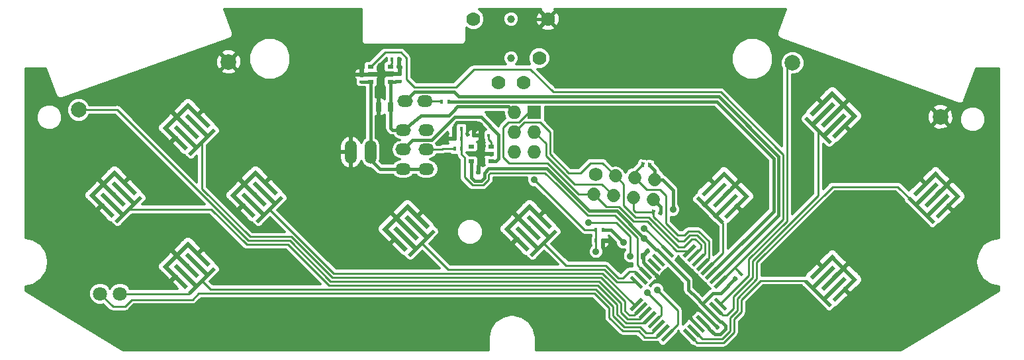
<source format=gtl>
%FSLAX46Y46*%
G04 Gerber Fmt 4.6, Leading zero omitted, Abs format (unit mm)*
G04 Created by KiCad (PCBNEW (2014-10-27 BZR 5228)-product) date 1/30/2015 1:36:16 PM*
%MOMM*%
G01*
G04 APERTURE LIST*
%ADD10C,0.100000*%
%ADD11C,1.727200*%
%ADD12C,1.727200*%
%ADD13R,0.762000X0.508000*%
%ADD14R,1.727200X1.727200*%
%ADD15O,1.727200X1.727200*%
%ADD16O,1.506220X3.014980*%
%ADD17R,0.599440X0.398780*%
%ADD18R,0.398780X0.599440*%
%ADD19R,0.400000X0.450000*%
%ADD20R,0.635000X1.143000*%
%ADD21O,1.981200X1.501140*%
%ADD22C,1.998980*%
%ADD23C,1.800000*%
%ADD24C,1.778000*%
%ADD25C,0.990600*%
%ADD26C,0.889000*%
%ADD27C,0.381000*%
%ADD28C,0.254000*%
%ADD29C,0.304800*%
G04 APERTURE END LIST*
D10*
D11*
X73531186Y-21770769D03*
D12*
X73309810Y-24301104D02*
X73309810Y-24301104D01*
X76061521Y-21992145D02*
X76061521Y-21992145D01*
X75840145Y-24522479D02*
X75840145Y-24522479D01*
X78591855Y-22213521D02*
X78591855Y-22213521D01*
X78370479Y-24743855D02*
X78370479Y-24743855D01*
X81122190Y-22434896D02*
X81122190Y-22434896D01*
X80900814Y-24965231D02*
X80900814Y-24965231D01*
D13*
X44767500Y-8001000D03*
X44767500Y-9906000D03*
X47307500Y-8001000D03*
X44767500Y-8953500D03*
X47307500Y-9906000D03*
X60198000Y-20129500D03*
X60198000Y-18224500D03*
X57658000Y-20129500D03*
X60198000Y-19177000D03*
X57658000Y-18224500D03*
D10*
G36*
X90371594Y-38947025D02*
X90053693Y-39264926D01*
X88640200Y-37851433D01*
X88958101Y-37533532D01*
X90371594Y-38947025D01*
X90371594Y-38947025D01*
G37*
G36*
X89805838Y-39512781D02*
X89487937Y-39830682D01*
X88074444Y-38417189D01*
X88392345Y-38099288D01*
X89805838Y-39512781D01*
X89805838Y-39512781D01*
G37*
G36*
X89240082Y-40078537D02*
X88922181Y-40396438D01*
X87508688Y-38982945D01*
X87826589Y-38665044D01*
X89240082Y-40078537D01*
X89240082Y-40078537D01*
G37*
G36*
X88674326Y-40644294D02*
X88356425Y-40962195D01*
X86942932Y-39548702D01*
X87260833Y-39230801D01*
X88674326Y-40644294D01*
X88674326Y-40644294D01*
G37*
G36*
X88108570Y-41210050D02*
X87790669Y-41527951D01*
X86377176Y-40114458D01*
X86695077Y-39796557D01*
X88108570Y-41210050D01*
X88108570Y-41210050D01*
G37*
G36*
X87542813Y-41775806D02*
X87224912Y-42093707D01*
X85811419Y-40680214D01*
X86129320Y-40362313D01*
X87542813Y-41775806D01*
X87542813Y-41775806D01*
G37*
G36*
X86977057Y-42341562D02*
X86659156Y-42659463D01*
X85245663Y-41245970D01*
X85563564Y-40928069D01*
X86977057Y-42341562D01*
X86977057Y-42341562D01*
G37*
G36*
X86411301Y-42907318D02*
X86093400Y-43225219D01*
X84679907Y-41811726D01*
X84997808Y-41493825D01*
X86411301Y-42907318D01*
X86411301Y-42907318D01*
G37*
G36*
X79650964Y-36139797D02*
X79333063Y-36457698D01*
X77919570Y-35044205D01*
X78237471Y-34726304D01*
X79650964Y-36139797D01*
X79650964Y-36139797D01*
G37*
G36*
X83620238Y-32170524D02*
X83302337Y-32488425D01*
X81888844Y-31074932D01*
X82206745Y-30757031D01*
X83620238Y-32170524D01*
X83620238Y-32170524D01*
G37*
G36*
X83045501Y-32745260D02*
X82727600Y-33063161D01*
X81314107Y-31649668D01*
X81632008Y-31331767D01*
X83045501Y-32745260D01*
X83045501Y-32745260D01*
G37*
G36*
X82470765Y-33319997D02*
X82152864Y-33637898D01*
X80739371Y-32224405D01*
X81057272Y-31906504D01*
X82470765Y-33319997D01*
X82470765Y-33319997D01*
G37*
G36*
X81913989Y-33876773D02*
X81596088Y-34194674D01*
X80182595Y-32781181D01*
X80500496Y-32463280D01*
X81913989Y-33876773D01*
X81913989Y-33876773D01*
G37*
G36*
X81339253Y-34451509D02*
X81021352Y-34769410D01*
X79607859Y-33355917D01*
X79925760Y-33038016D01*
X81339253Y-34451509D01*
X81339253Y-34451509D01*
G37*
G36*
X80782477Y-35008285D02*
X80464576Y-35326186D01*
X79051083Y-33912693D01*
X79368984Y-33594792D01*
X80782477Y-35008285D01*
X80782477Y-35008285D01*
G37*
G36*
X80207740Y-35583021D02*
X79889839Y-35900922D01*
X78476346Y-34487429D01*
X78794247Y-34169528D01*
X80207740Y-35583021D01*
X80207740Y-35583021D01*
G37*
G36*
X83587909Y-41818910D02*
X82174416Y-43232403D01*
X81856515Y-42914502D01*
X83270008Y-41501009D01*
X83587909Y-41818910D01*
X83587909Y-41818910D01*
G37*
G36*
X83023949Y-41254950D02*
X81610456Y-42668443D01*
X81292555Y-42350542D01*
X82706048Y-40937049D01*
X83023949Y-41254950D01*
X83023949Y-41254950D01*
G37*
G36*
X82456396Y-40687398D02*
X81042903Y-42100891D01*
X80725002Y-41782990D01*
X82138495Y-40369497D01*
X82456396Y-40687398D01*
X82456396Y-40687398D01*
G37*
G36*
X81892436Y-40123438D02*
X80478943Y-41536931D01*
X80161042Y-41219030D01*
X81574535Y-39805537D01*
X81892436Y-40123438D01*
X81892436Y-40123438D01*
G37*
G36*
X81324884Y-39555886D02*
X79911391Y-40969379D01*
X79593490Y-40651478D01*
X81006983Y-39237985D01*
X81324884Y-39555886D01*
X81324884Y-39555886D01*
G37*
G36*
X80760924Y-38991926D02*
X79347431Y-40405419D01*
X79029530Y-40087518D01*
X80443023Y-38674025D01*
X80760924Y-38991926D01*
X80760924Y-38991926D01*
G37*
G36*
X80193372Y-38424373D02*
X78779879Y-39837866D01*
X78461978Y-39519965D01*
X79875471Y-38106472D01*
X80193372Y-38424373D01*
X80193372Y-38424373D01*
G37*
G36*
X79629412Y-37860413D02*
X78215919Y-39273906D01*
X77898018Y-38956005D01*
X79311511Y-37542512D01*
X79629412Y-37860413D01*
X79629412Y-37860413D01*
G37*
G36*
X90373390Y-35026245D02*
X88959897Y-36439738D01*
X88641996Y-36121837D01*
X90055489Y-34708344D01*
X90373390Y-35026245D01*
X90373390Y-35026245D01*
G37*
G36*
X89816614Y-34469469D02*
X88403121Y-35882962D01*
X88085220Y-35565061D01*
X89498713Y-34151568D01*
X89816614Y-34469469D01*
X89816614Y-34469469D01*
G37*
G36*
X89241878Y-33894732D02*
X87828385Y-35308225D01*
X87510484Y-34990324D01*
X88923977Y-33576831D01*
X89241878Y-33894732D01*
X89241878Y-33894732D01*
G37*
G36*
X88685102Y-33337956D02*
X87271609Y-34751449D01*
X86953708Y-34433548D01*
X88367201Y-33020055D01*
X88685102Y-33337956D01*
X88685102Y-33337956D01*
G37*
G36*
X88128326Y-32781181D02*
X86714833Y-34194674D01*
X86396932Y-33876773D01*
X87810425Y-32463280D01*
X88128326Y-32781181D01*
X88128326Y-32781181D01*
G37*
G36*
X87553590Y-32206444D02*
X86140097Y-33619937D01*
X85822196Y-33302036D01*
X87235689Y-31888543D01*
X87553590Y-32206444D01*
X87553590Y-32206444D01*
G37*
G36*
X86978853Y-31631708D02*
X85565360Y-33045201D01*
X85247459Y-32727300D01*
X86660952Y-31313807D01*
X86978853Y-31631708D01*
X86978853Y-31631708D01*
G37*
G36*
X86404117Y-31056971D02*
X84990624Y-32470464D01*
X84672723Y-32152563D01*
X86086216Y-30739070D01*
X86404117Y-31056971D01*
X86404117Y-31056971D01*
G37*
D14*
X65722500Y-13843000D03*
D15*
X63182500Y-13843000D03*
X65722500Y-16383000D03*
X63182500Y-16383000D03*
X65722500Y-18923000D03*
X63182500Y-18923000D03*
D16*
X44767500Y-18923000D03*
X42227500Y-18923000D03*
D10*
G36*
X80764957Y-30634675D02*
X81188825Y-31058543D01*
X80906845Y-31340523D01*
X80482977Y-30916655D01*
X80764957Y-30634675D01*
X80764957Y-30634675D01*
G37*
G36*
X80129155Y-31270477D02*
X80553023Y-31694345D01*
X80271043Y-31976325D01*
X79847175Y-31552457D01*
X80129155Y-31270477D01*
X80129155Y-31270477D01*
G37*
D17*
X43624500Y-9911080D03*
X43624500Y-9011920D03*
D18*
X57652920Y-21526500D03*
X58552080Y-21526500D03*
D17*
X48482250Y-9815830D03*
X48482250Y-8916670D03*
D18*
X73591420Y-28892500D03*
X74490580Y-28892500D03*
X48423830Y-7016750D03*
X47524670Y-7016750D03*
X53842920Y-12446000D03*
X54742080Y-12446000D03*
D10*
G36*
X80682623Y-20331982D02*
X80630378Y-20929140D01*
X80233115Y-20894384D01*
X80285360Y-20297226D01*
X80682623Y-20331982D01*
X80682623Y-20331982D01*
G37*
G36*
X79786885Y-20253616D02*
X79734640Y-20850774D01*
X79337377Y-20816018D01*
X79389622Y-20218860D01*
X79786885Y-20253616D01*
X79786885Y-20253616D01*
G37*
G36*
X88526043Y-42326825D02*
X88102175Y-41902957D01*
X88384155Y-41620977D01*
X88808023Y-42044845D01*
X88526043Y-42326825D01*
X88526043Y-42326825D01*
G37*
G36*
X89161845Y-41691023D02*
X88737977Y-41267155D01*
X89019957Y-40985175D01*
X89443825Y-41409043D01*
X89161845Y-41691023D01*
X89161845Y-41691023D01*
G37*
D18*
X74490580Y-30289500D03*
X73591420Y-30289500D03*
D10*
G36*
X80734377Y-26912018D02*
X80786622Y-26314860D01*
X81183885Y-26349616D01*
X81131640Y-26946774D01*
X80734377Y-26912018D01*
X80734377Y-26912018D01*
G37*
G36*
X81630115Y-26990384D02*
X81682360Y-26393226D01*
X82079623Y-26427982D01*
X82027378Y-27025140D01*
X81630115Y-26990384D01*
X81630115Y-26990384D01*
G37*
D18*
X56393080Y-18478500D03*
X55493920Y-18478500D03*
X55493920Y-17208500D03*
X56393080Y-17208500D03*
D19*
X57978000Y-16796000D03*
X59878000Y-16796000D03*
X58928000Y-14446000D03*
D18*
X55493920Y-15938500D03*
X56393080Y-15938500D03*
D20*
X47307500Y-13144500D03*
X45783500Y-13144500D03*
D10*
G36*
X21410395Y-12589503D02*
X21769605Y-12948713D01*
X18536713Y-16181605D01*
X18177503Y-15822395D01*
X21410395Y-12589503D01*
X21410395Y-12589503D01*
G37*
G36*
X24643287Y-15822395D02*
X25002497Y-16181605D01*
X21769605Y-19414497D01*
X21410395Y-19055287D01*
X24643287Y-15822395D01*
X24643287Y-15822395D01*
G37*
G36*
X21410395Y-12589503D02*
X24284077Y-15463185D01*
X23924867Y-15822395D01*
X21051185Y-12948713D01*
X21410395Y-12589503D01*
X21410395Y-12589503D01*
G37*
G36*
X21410395Y-14026344D02*
X24284077Y-16900026D01*
X23924867Y-17259236D01*
X21051185Y-14385554D01*
X21410395Y-14026344D01*
X21410395Y-14026344D01*
G37*
G36*
X19973554Y-14026344D02*
X22847236Y-16900026D01*
X22488026Y-17259236D01*
X19614344Y-14385554D01*
X19973554Y-14026344D01*
X19973554Y-14026344D01*
G37*
G36*
X19973554Y-15463185D02*
X22847236Y-18336867D01*
X22488026Y-18696077D01*
X19614344Y-15822395D01*
X19973554Y-15463185D01*
X19973554Y-15463185D01*
G37*
G36*
X18536713Y-15463185D02*
X21410395Y-18336867D01*
X21051185Y-18696077D01*
X18177503Y-15822395D01*
X18536713Y-15463185D01*
X18536713Y-15463185D01*
G37*
G36*
X93201497Y-24585395D02*
X92842287Y-24944605D01*
X89609395Y-21711713D01*
X89968605Y-21352503D01*
X93201497Y-24585395D01*
X93201497Y-24585395D01*
G37*
G36*
X89968605Y-27818287D02*
X89609395Y-28177497D01*
X86376503Y-24944605D01*
X86735713Y-24585395D01*
X89968605Y-27818287D01*
X89968605Y-27818287D01*
G37*
G36*
X93201497Y-24585395D02*
X90327815Y-27459077D01*
X89968605Y-27099867D01*
X92842287Y-24226185D01*
X93201497Y-24585395D01*
X93201497Y-24585395D01*
G37*
G36*
X91764656Y-24585395D02*
X88890974Y-27459077D01*
X88531764Y-27099867D01*
X91405446Y-24226185D01*
X91764656Y-24585395D01*
X91764656Y-24585395D01*
G37*
G36*
X91764656Y-23148554D02*
X88890974Y-26022236D01*
X88531764Y-25663026D01*
X91405446Y-22789344D01*
X91764656Y-23148554D01*
X91764656Y-23148554D01*
G37*
G36*
X90327815Y-23148554D02*
X87454133Y-26022236D01*
X87094923Y-25663026D01*
X89968605Y-22789344D01*
X90327815Y-23148554D01*
X90327815Y-23148554D01*
G37*
G36*
X90327815Y-21711713D02*
X87454133Y-24585395D01*
X87094923Y-24226185D01*
X89968605Y-21352503D01*
X90327815Y-21711713D01*
X90327815Y-21711713D01*
G37*
G36*
X107044497Y-14298395D02*
X106685287Y-14657605D01*
X103452395Y-11424713D01*
X103811605Y-11065503D01*
X107044497Y-14298395D01*
X107044497Y-14298395D01*
G37*
G36*
X103811605Y-17531287D02*
X103452395Y-17890497D01*
X100219503Y-14657605D01*
X100578713Y-14298395D01*
X103811605Y-17531287D01*
X103811605Y-17531287D01*
G37*
G36*
X107044497Y-14298395D02*
X104170815Y-17172077D01*
X103811605Y-16812867D01*
X106685287Y-13939185D01*
X107044497Y-14298395D01*
X107044497Y-14298395D01*
G37*
G36*
X105607656Y-14298395D02*
X102733974Y-17172077D01*
X102374764Y-16812867D01*
X105248446Y-13939185D01*
X105607656Y-14298395D01*
X105607656Y-14298395D01*
G37*
G36*
X105607656Y-12861554D02*
X102733974Y-15735236D01*
X102374764Y-15376026D01*
X105248446Y-12502344D01*
X105607656Y-12861554D01*
X105607656Y-12861554D01*
G37*
G36*
X104170815Y-12861554D02*
X101297133Y-15735236D01*
X100937923Y-15376026D01*
X103811605Y-12502344D01*
X104170815Y-12861554D01*
X104170815Y-12861554D01*
G37*
G36*
X104170815Y-11424713D02*
X101297133Y-14298395D01*
X100937923Y-13939185D01*
X103811605Y-11065503D01*
X104170815Y-11424713D01*
X104170815Y-11424713D01*
G37*
G36*
X65098395Y-25543503D02*
X65457605Y-25902713D01*
X62224713Y-29135605D01*
X61865503Y-28776395D01*
X65098395Y-25543503D01*
X65098395Y-25543503D01*
G37*
G36*
X68331287Y-28776395D02*
X68690497Y-29135605D01*
X65457605Y-32368497D01*
X65098395Y-32009287D01*
X68331287Y-28776395D01*
X68331287Y-28776395D01*
G37*
G36*
X65098395Y-25543503D02*
X67972077Y-28417185D01*
X67612867Y-28776395D01*
X64739185Y-25902713D01*
X65098395Y-25543503D01*
X65098395Y-25543503D01*
G37*
G36*
X65098395Y-26980344D02*
X67972077Y-29854026D01*
X67612867Y-30213236D01*
X64739185Y-27339554D01*
X65098395Y-26980344D01*
X65098395Y-26980344D01*
G37*
G36*
X63661554Y-26980344D02*
X66535236Y-29854026D01*
X66176026Y-30213236D01*
X63302344Y-27339554D01*
X63661554Y-26980344D01*
X63661554Y-26980344D01*
G37*
G36*
X63661554Y-28417185D02*
X66535236Y-31290867D01*
X66176026Y-31650077D01*
X63302344Y-28776395D01*
X63661554Y-28417185D01*
X63661554Y-28417185D01*
G37*
G36*
X62224713Y-28417185D02*
X65098395Y-31290867D01*
X64739185Y-31650077D01*
X61865503Y-28776395D01*
X62224713Y-28417185D01*
X62224713Y-28417185D01*
G37*
G36*
X49477395Y-25543503D02*
X49836605Y-25902713D01*
X46603713Y-29135605D01*
X46244503Y-28776395D01*
X49477395Y-25543503D01*
X49477395Y-25543503D01*
G37*
G36*
X52710287Y-28776395D02*
X53069497Y-29135605D01*
X49836605Y-32368497D01*
X49477395Y-32009287D01*
X52710287Y-28776395D01*
X52710287Y-28776395D01*
G37*
G36*
X49477395Y-25543503D02*
X52351077Y-28417185D01*
X51991867Y-28776395D01*
X49118185Y-25902713D01*
X49477395Y-25543503D01*
X49477395Y-25543503D01*
G37*
G36*
X49477395Y-26980344D02*
X52351077Y-29854026D01*
X51991867Y-30213236D01*
X49118185Y-27339554D01*
X49477395Y-26980344D01*
X49477395Y-26980344D01*
G37*
G36*
X48040554Y-26980344D02*
X50914236Y-29854026D01*
X50555026Y-30213236D01*
X47681344Y-27339554D01*
X48040554Y-26980344D01*
X48040554Y-26980344D01*
G37*
G36*
X48040554Y-28417185D02*
X50914236Y-31290867D01*
X50555026Y-31650077D01*
X47681344Y-28776395D01*
X48040554Y-28417185D01*
X48040554Y-28417185D01*
G37*
G36*
X46603713Y-28417185D02*
X49477395Y-31290867D01*
X49118185Y-31650077D01*
X46244503Y-28776395D01*
X46603713Y-28417185D01*
X46603713Y-28417185D01*
G37*
G36*
X30046395Y-21225503D02*
X30405605Y-21584713D01*
X27172713Y-24817605D01*
X26813503Y-24458395D01*
X30046395Y-21225503D01*
X30046395Y-21225503D01*
G37*
G36*
X33279287Y-24458395D02*
X33638497Y-24817605D01*
X30405605Y-28050497D01*
X30046395Y-27691287D01*
X33279287Y-24458395D01*
X33279287Y-24458395D01*
G37*
G36*
X30046395Y-21225503D02*
X32920077Y-24099185D01*
X32560867Y-24458395D01*
X29687185Y-21584713D01*
X30046395Y-21225503D01*
X30046395Y-21225503D01*
G37*
G36*
X30046395Y-22662344D02*
X32920077Y-25536026D01*
X32560867Y-25895236D01*
X29687185Y-23021554D01*
X30046395Y-22662344D01*
X30046395Y-22662344D01*
G37*
G36*
X28609554Y-22662344D02*
X31483236Y-25536026D01*
X31124026Y-25895236D01*
X28250344Y-23021554D01*
X28609554Y-22662344D01*
X28609554Y-22662344D01*
G37*
G36*
X28609554Y-24099185D02*
X31483236Y-26972867D01*
X31124026Y-27332077D01*
X28250344Y-24458395D01*
X28609554Y-24099185D01*
X28609554Y-24099185D01*
G37*
G36*
X27172713Y-24099185D02*
X30046395Y-26972867D01*
X29687185Y-27332077D01*
X26813503Y-24458395D01*
X27172713Y-24099185D01*
X27172713Y-24099185D01*
G37*
G36*
X12012395Y-21225503D02*
X12371605Y-21584713D01*
X9138713Y-24817605D01*
X8779503Y-24458395D01*
X12012395Y-21225503D01*
X12012395Y-21225503D01*
G37*
G36*
X15245287Y-24458395D02*
X15604497Y-24817605D01*
X12371605Y-28050497D01*
X12012395Y-27691287D01*
X15245287Y-24458395D01*
X15245287Y-24458395D01*
G37*
G36*
X12012395Y-21225503D02*
X14886077Y-24099185D01*
X14526867Y-24458395D01*
X11653185Y-21584713D01*
X12012395Y-21225503D01*
X12012395Y-21225503D01*
G37*
G36*
X12012395Y-22662344D02*
X14886077Y-25536026D01*
X14526867Y-25895236D01*
X11653185Y-23021554D01*
X12012395Y-22662344D01*
X12012395Y-22662344D01*
G37*
G36*
X10575554Y-22662344D02*
X13449236Y-25536026D01*
X13090026Y-25895236D01*
X10216344Y-23021554D01*
X10575554Y-22662344D01*
X10575554Y-22662344D01*
G37*
G36*
X10575554Y-24099185D02*
X13449236Y-26972867D01*
X13090026Y-27332077D01*
X10216344Y-24458395D01*
X10575554Y-24099185D01*
X10575554Y-24099185D01*
G37*
G36*
X9138713Y-24099185D02*
X12012395Y-26972867D01*
X11653185Y-27332077D01*
X8779503Y-24458395D01*
X9138713Y-24099185D01*
X9138713Y-24099185D01*
G37*
G36*
X21410395Y-30369503D02*
X21769605Y-30728713D01*
X18536713Y-33961605D01*
X18177503Y-33602395D01*
X21410395Y-30369503D01*
X21410395Y-30369503D01*
G37*
G36*
X24643287Y-33602395D02*
X25002497Y-33961605D01*
X21769605Y-37194497D01*
X21410395Y-36835287D01*
X24643287Y-33602395D01*
X24643287Y-33602395D01*
G37*
G36*
X21410395Y-30369503D02*
X24284077Y-33243185D01*
X23924867Y-33602395D01*
X21051185Y-30728713D01*
X21410395Y-30369503D01*
X21410395Y-30369503D01*
G37*
G36*
X21410395Y-31806344D02*
X24284077Y-34680026D01*
X23924867Y-35039236D01*
X21051185Y-32165554D01*
X21410395Y-31806344D01*
X21410395Y-31806344D01*
G37*
G36*
X19973554Y-31806344D02*
X22847236Y-34680026D01*
X22488026Y-35039236D01*
X19614344Y-32165554D01*
X19973554Y-31806344D01*
X19973554Y-31806344D01*
G37*
G36*
X19973554Y-33243185D02*
X22847236Y-36116867D01*
X22488026Y-36476077D01*
X19614344Y-33602395D01*
X19973554Y-33243185D01*
X19973554Y-33243185D01*
G37*
G36*
X18536713Y-33243185D02*
X21410395Y-36116867D01*
X21051185Y-36476077D01*
X18177503Y-33602395D01*
X18536713Y-33243185D01*
X18536713Y-33243185D01*
G37*
G36*
X107044497Y-35253395D02*
X106685287Y-35612605D01*
X103452395Y-32379713D01*
X103811605Y-32020503D01*
X107044497Y-35253395D01*
X107044497Y-35253395D01*
G37*
G36*
X103811605Y-38486287D02*
X103452395Y-38845497D01*
X100219503Y-35612605D01*
X100578713Y-35253395D01*
X103811605Y-38486287D01*
X103811605Y-38486287D01*
G37*
G36*
X107044497Y-35253395D02*
X104170815Y-38127077D01*
X103811605Y-37767867D01*
X106685287Y-34894185D01*
X107044497Y-35253395D01*
X107044497Y-35253395D01*
G37*
G36*
X105607656Y-35253395D02*
X102733974Y-38127077D01*
X102374764Y-37767867D01*
X105248446Y-34894185D01*
X105607656Y-35253395D01*
X105607656Y-35253395D01*
G37*
G36*
X105607656Y-33816554D02*
X102733974Y-36690236D01*
X102374764Y-36331026D01*
X105248446Y-33457344D01*
X105607656Y-33816554D01*
X105607656Y-33816554D01*
G37*
G36*
X104170815Y-33816554D02*
X101297133Y-36690236D01*
X100937923Y-36331026D01*
X103811605Y-33457344D01*
X104170815Y-33816554D01*
X104170815Y-33816554D01*
G37*
G36*
X104170815Y-32379713D02*
X101297133Y-35253395D01*
X100937923Y-34894185D01*
X103811605Y-32020503D01*
X104170815Y-32379713D01*
X104170815Y-32379713D01*
G37*
G36*
X120252497Y-24585395D02*
X119893287Y-24944605D01*
X116660395Y-21711713D01*
X117019605Y-21352503D01*
X120252497Y-24585395D01*
X120252497Y-24585395D01*
G37*
G36*
X117019605Y-27818287D02*
X116660395Y-28177497D01*
X113427503Y-24944605D01*
X113786713Y-24585395D01*
X117019605Y-27818287D01*
X117019605Y-27818287D01*
G37*
G36*
X120252497Y-24585395D02*
X117378815Y-27459077D01*
X117019605Y-27099867D01*
X119893287Y-24226185D01*
X120252497Y-24585395D01*
X120252497Y-24585395D01*
G37*
G36*
X118815656Y-24585395D02*
X115941974Y-27459077D01*
X115582764Y-27099867D01*
X118456446Y-24226185D01*
X118815656Y-24585395D01*
X118815656Y-24585395D01*
G37*
G36*
X118815656Y-23148554D02*
X115941974Y-26022236D01*
X115582764Y-25663026D01*
X118456446Y-22789344D01*
X118815656Y-23148554D01*
X118815656Y-23148554D01*
G37*
G36*
X117378815Y-23148554D02*
X114505133Y-26022236D01*
X114145923Y-25663026D01*
X117019605Y-22789344D01*
X117378815Y-23148554D01*
X117378815Y-23148554D01*
G37*
G36*
X117378815Y-21711713D02*
X114505133Y-24585395D01*
X114145923Y-24226185D01*
X117019605Y-21352503D01*
X117378815Y-21711713D01*
X117378815Y-21711713D01*
G37*
G36*
X91510543Y-35468825D02*
X91086675Y-35044957D01*
X91368655Y-34762977D01*
X91792523Y-35186845D01*
X91510543Y-35468825D01*
X91510543Y-35468825D01*
G37*
G36*
X92146345Y-34833023D02*
X91722477Y-34409155D01*
X92004457Y-34127175D01*
X92428325Y-34551043D01*
X92146345Y-34833023D01*
X92146345Y-34833023D01*
G37*
D21*
X48917860Y-16106140D03*
X51920140Y-16106140D03*
X51920140Y-18605500D03*
X48917860Y-18605500D03*
X51920140Y-21104860D03*
X48917860Y-21104860D03*
X49149000Y-12405360D03*
X51689000Y-12405360D03*
D22*
X7429500Y-13525500D03*
X26606500Y-7366000D03*
X98742500Y-7493000D03*
X117665500Y-14414500D03*
D23*
X12700000Y-37084000D03*
X10160000Y-37084000D03*
D24*
X57937400Y-1879600D03*
X67437000Y-1879600D03*
X61137800Y-9982200D03*
X64338200Y-9982200D03*
X66344800Y-6883400D03*
D25*
X62738000Y-1879600D03*
X62738000Y-6883400D03*
D26*
X56438800Y-7010400D03*
X54965600Y-7010400D03*
X60452000Y-14097000D03*
X58737500Y-15557500D03*
X62865000Y-26543000D03*
X47180500Y-26479500D03*
X27749500Y-22161500D03*
X19113500Y-13525500D03*
X9715500Y-22161500D03*
X19113500Y-31305500D03*
X92265500Y-22288500D03*
X106108500Y-12001500D03*
X119316500Y-22288500D03*
X106108500Y-32956500D03*
X85280500Y-38735000D03*
X86804500Y-35877500D03*
X81915000Y-35369500D03*
X46037500Y-8953500D03*
X46037500Y-7937500D03*
X46037500Y-9969500D03*
X59055000Y-18161000D03*
X59055000Y-19177000D03*
X83439000Y-26289000D03*
X79756000Y-29972000D03*
X77089000Y-30480000D03*
X73596500Y-31686500D03*
X80137000Y-36957000D03*
X65722500Y-22479000D03*
X79756000Y-28702000D03*
X77978000Y-32258000D03*
X81407000Y-36576000D03*
X72644000Y-27940000D03*
D27*
X43629580Y-9906000D02*
X43624500Y-9911080D01*
X44767500Y-9906000D02*
X43629580Y-9906000D01*
X51920140Y-21104860D02*
X48917860Y-21104860D01*
X44767500Y-18923000D02*
X44767500Y-9906000D01*
X44767500Y-19939000D02*
X44767500Y-18923000D01*
X45933360Y-21104860D02*
X48917860Y-21104860D01*
X44767500Y-19939000D02*
X45933360Y-21104860D01*
X54965600Y-7010400D02*
X56438800Y-7010400D01*
X65328800Y-1879600D02*
X60198000Y-7010400D01*
X60198000Y-7010400D02*
X56438800Y-7010400D01*
X65328800Y-1879600D02*
X67437000Y-1879600D01*
X81854869Y-26709183D02*
X81854869Y-25919286D01*
X81854869Y-25919286D02*
X80900814Y-24965231D01*
X57978000Y-16796000D02*
X57978000Y-16317000D01*
X57978000Y-16317000D02*
X58737500Y-15557500D01*
X59055000Y-19177000D02*
X59055000Y-17653000D01*
X58737500Y-17335500D02*
X58737500Y-15557500D01*
X59055000Y-17653000D02*
X58737500Y-17335500D01*
X55493920Y-15938500D02*
X55493920Y-15403582D01*
X55493920Y-15403582D02*
X55816500Y-15081002D01*
X55816500Y-15081002D02*
X58261002Y-15081002D01*
X58261002Y-15081002D02*
X58737500Y-15557500D01*
X62865000Y-26543000D02*
X63661554Y-27339554D01*
X86828131Y-39116000D02*
X86169500Y-39116000D01*
X85915500Y-39370000D02*
X85661500Y-39624000D01*
X86169500Y-39116000D02*
X85915500Y-39370000D01*
X85661500Y-40212394D02*
X86677116Y-41228010D01*
X85661500Y-40212394D02*
X85661500Y-39624000D01*
X87808629Y-40096498D02*
X86828131Y-39116000D01*
X59055000Y-19177000D02*
X58928000Y-19050000D01*
X59055000Y-19177000D02*
X60198000Y-19177000D01*
X44709080Y-9011920D02*
X44767500Y-8953500D01*
X43624500Y-9011920D02*
X44709080Y-9011920D01*
X48423830Y-8858250D02*
X48482250Y-8916670D01*
X48423830Y-7016750D02*
X48423830Y-8858250D01*
X44831000Y-9017000D02*
X44767500Y-8953500D01*
X47407830Y-8916670D02*
X47371000Y-8953500D01*
X47371000Y-8953500D02*
X46037500Y-8953500D01*
X44767500Y-8953500D02*
X46037500Y-8953500D01*
X48482250Y-8916670D02*
X47407830Y-8916670D01*
X48040554Y-27339554D02*
X47180500Y-26479500D01*
X28609554Y-23021554D02*
X27749500Y-22161500D01*
X19973554Y-14385554D02*
X19113500Y-13525500D01*
X10575554Y-23021554D02*
X9715500Y-22161500D01*
X19973554Y-32165554D02*
X19113500Y-31305500D01*
X91405446Y-23148554D02*
X92265500Y-22288500D01*
X105248446Y-12861554D02*
X106108500Y-12001500D01*
X118456446Y-23148554D02*
X119316500Y-22288500D01*
X105248446Y-33816554D02*
X106108500Y-32956500D01*
X85280500Y-38735000D02*
X85915500Y-39370000D01*
X55493920Y-17208500D02*
X55493920Y-15938500D01*
X58552080Y-19679920D02*
X59055000Y-19177000D01*
X58552080Y-21526500D02*
X58552080Y-19679920D01*
X79629000Y-32194500D02*
X80200099Y-31623401D01*
X79629000Y-33059157D02*
X79629000Y-32194500D01*
X80473556Y-33903713D02*
X79629000Y-33059157D01*
X80473556Y-33903713D02*
X81915000Y-35345157D01*
X81915000Y-35345157D02*
X81915000Y-35369500D01*
X46037500Y-8953500D02*
X46037500Y-7937500D01*
X45783500Y-11684000D02*
X46037500Y-11430000D01*
X46037500Y-11430000D02*
X46037500Y-9969500D01*
X46037500Y-9779000D02*
X46037500Y-8953500D01*
X46037500Y-9779000D02*
X46037500Y-9969500D01*
X45783500Y-13144500D02*
X45783500Y-11684000D01*
D28*
X74495660Y-30284420D02*
X74490580Y-30289500D01*
D27*
X88583302Y-40830500D02*
X89090901Y-41338099D01*
X88542631Y-40830500D02*
X88583302Y-40830500D01*
X87808629Y-40096498D02*
X88542631Y-40830500D01*
X59055000Y-19177000D02*
X59055000Y-18161000D01*
X83439000Y-26289000D02*
X83439000Y-23799800D01*
X82074096Y-22434896D02*
X81122190Y-22434896D01*
X83439000Y-23799800D02*
X82074096Y-22434896D01*
X80457869Y-20613183D02*
X81122190Y-21277504D01*
X81122190Y-21277504D02*
X81122190Y-22434896D01*
X79756000Y-29972000D02*
X76263498Y-26479498D01*
X61150500Y-21018500D02*
X67287426Y-21018500D01*
X57652920Y-22219920D02*
X58039000Y-22606000D01*
X58039000Y-22606000D02*
X58928000Y-22606000D01*
X58928000Y-22606000D02*
X59309000Y-22225000D01*
X59309000Y-22225000D02*
X59309000Y-21590000D01*
X59309000Y-21590000D02*
X59880500Y-21018500D01*
X59880500Y-21018500D02*
X61150500Y-21018500D01*
X57652920Y-22219920D02*
X57652920Y-21526500D01*
X67287426Y-21018500D02*
X68684432Y-22415506D01*
X72748424Y-26479498D02*
X68684432Y-22415506D01*
X76263498Y-26479498D02*
X72748424Y-26479498D01*
X85407500Y-36563856D02*
X85407500Y-36512500D01*
X80835901Y-30987599D02*
X79820302Y-29972000D01*
X79820302Y-29972000D02*
X79756000Y-29972000D01*
X85407500Y-36563856D02*
X85407500Y-35425160D01*
X85407500Y-35425160D02*
X82179804Y-32197464D01*
X87223322Y-38379678D02*
X86397822Y-37554178D01*
X88374385Y-39530741D02*
X87223322Y-38379678D01*
X86397822Y-37554178D02*
X85407500Y-36563856D01*
X57652920Y-20134580D02*
X57658000Y-20129500D01*
X57652920Y-21526500D02*
X57652920Y-20134580D01*
X81280802Y-31432500D02*
X80835901Y-30987599D01*
X81414840Y-31432500D02*
X81280802Y-31432500D01*
X82179804Y-32197464D02*
X81414840Y-31432500D01*
X75501500Y-28892500D02*
X77089000Y-30480000D01*
X74490580Y-28892500D02*
X75501500Y-28892500D01*
X88074500Y-41593302D02*
X88455099Y-41973901D01*
X88074500Y-41493881D02*
X88074500Y-41593302D01*
X87242873Y-40662254D02*
X88074500Y-41493881D01*
X89483644Y-40640000D02*
X88374385Y-39530741D01*
X89662000Y-40640000D02*
X89483644Y-40640000D01*
X90170000Y-41148000D02*
X89662000Y-40640000D01*
X90170000Y-41592500D02*
X90170000Y-41148000D01*
X89471500Y-42291000D02*
X90170000Y-41592500D01*
X88772198Y-42291000D02*
X89471500Y-42291000D01*
X88455099Y-41973901D02*
X88772198Y-42291000D01*
X88582500Y-37020500D02*
X87223322Y-38379678D01*
X91439599Y-35115901D02*
X89535000Y-37020500D01*
X89535000Y-37020500D02*
X88582500Y-37020500D01*
X63182500Y-13843000D02*
X62420502Y-13081002D01*
X51181000Y-14224000D02*
X48917860Y-16106140D01*
X55880000Y-13081002D02*
X55245002Y-13716000D01*
X54737002Y-14224000D02*
X55245002Y-13716000D01*
X51181000Y-14224000D02*
X54737002Y-14224000D01*
X62420502Y-13081002D02*
X55880000Y-13081002D01*
X47879000Y-9906000D02*
X47307500Y-9906000D01*
X47969170Y-9815830D02*
X47879000Y-9906000D01*
X48482250Y-9815830D02*
X47969170Y-9815830D01*
X47307500Y-15875000D02*
X47538640Y-16106140D01*
X47538640Y-16106140D02*
X48917860Y-16106140D01*
X47307500Y-13144500D02*
X47307500Y-15875000D01*
X47307500Y-13144500D02*
X47307500Y-9906000D01*
D28*
X73591420Y-28892500D02*
X72136000Y-28892500D01*
X72136000Y-28892500D02*
X65722500Y-22479000D01*
X81026739Y-40671234D02*
X81026739Y-40702761D01*
X73591420Y-31681420D02*
X73596500Y-31686500D01*
X81915000Y-39782973D02*
X81026739Y-40671234D01*
X81915000Y-38735000D02*
X80137000Y-36957000D01*
X81915000Y-39782973D02*
X81915000Y-38735000D01*
X73591420Y-31681420D02*
X73596500Y-31686500D01*
X73591420Y-30289500D02*
X73591420Y-31681420D01*
X73591420Y-28892500D02*
X73591420Y-30289500D01*
X78867000Y-29972000D02*
X78867000Y-29891226D01*
X78867000Y-29891226D02*
X76026774Y-27051000D01*
X61387224Y-21590002D02*
X67050702Y-21590002D01*
X61387224Y-21590002D02*
X60117224Y-21590002D01*
X60117224Y-21590002D02*
X59880502Y-21826724D01*
X59880502Y-21826724D02*
X59880502Y-22461724D01*
X59880502Y-22461724D02*
X59164724Y-23177502D01*
X59164724Y-23177502D02*
X57802276Y-23177502D01*
X57802276Y-23177502D02*
X56769000Y-22144226D01*
X56769000Y-22144226D02*
X56769000Y-19621500D01*
X56769000Y-19621500D02*
X56393080Y-19245580D01*
X56393080Y-19245580D02*
X56393080Y-18478500D01*
X67050702Y-21590002D02*
X68447708Y-22987008D01*
X72511700Y-27051000D02*
X68447708Y-22987008D01*
X76026774Y-27051000D02*
X72511700Y-27051000D01*
X78867000Y-29972000D02*
X78867000Y-33410709D01*
X79916780Y-34460489D02*
X78867000Y-33410709D01*
X56393080Y-17208500D02*
X56393080Y-18478500D01*
X56393080Y-15938500D02*
X56393080Y-17208500D01*
X98742500Y-7493000D02*
X98044000Y-8191500D01*
X89505897Y-38399229D02*
X89505897Y-38383103D01*
X93154500Y-34750626D02*
X93154500Y-32645658D01*
X93154500Y-32645658D02*
X98044000Y-27756158D01*
X98044000Y-27756158D02*
X98044000Y-9652000D01*
X98044000Y-9652000D02*
X98044000Y-8191500D01*
X89505897Y-38399229D02*
X93154500Y-34750626D01*
X102015554Y-16094446D02*
X103124000Y-17202892D01*
X101415108Y-15258051D02*
X102554369Y-14118790D01*
X101415108Y-15494000D02*
X101415108Y-15258051D01*
X102015554Y-16094446D02*
X101415108Y-15494000D01*
X102788449Y-16758392D02*
X103991210Y-15555631D01*
X102679500Y-16758392D02*
X102788449Y-16758392D01*
X102015554Y-16094446D02*
X102679500Y-16758392D01*
X89789656Y-39814500D02*
X90360500Y-39814500D01*
X90360500Y-39814500D02*
X91172275Y-39002725D01*
X91172275Y-39002725D02*
X91172275Y-37451275D01*
X91172275Y-37451275D02*
X93662502Y-34961048D01*
X93662502Y-34961048D02*
X93662502Y-32856080D01*
X93662502Y-32856080D02*
X102015554Y-24503028D01*
X102015554Y-24503028D02*
X102015554Y-16094446D01*
X88940141Y-38964985D02*
X89789656Y-39814500D01*
X114623108Y-25545051D02*
X115762369Y-24405790D01*
X114623108Y-25781000D02*
X114623108Y-25545051D01*
X115223554Y-26381446D02*
X114623108Y-25781000D01*
X115996449Y-27045392D02*
X117199210Y-25842631D01*
X115887500Y-27045392D02*
X115996449Y-27045392D01*
X115223554Y-26381446D02*
X115887500Y-27045392D01*
X87180096Y-42862502D02*
X89708224Y-42862502D01*
X89708224Y-42862502D02*
X90741502Y-41829224D01*
X90741502Y-41829224D02*
X90741502Y-40151922D01*
X90741502Y-40151922D02*
X90805002Y-40088422D01*
X112210108Y-23368000D02*
X115223554Y-26381446D01*
X103869006Y-23368000D02*
X112210108Y-23368000D01*
X94170504Y-33066502D02*
X103869006Y-23368000D01*
X94170504Y-35171470D02*
X94170504Y-33066502D01*
X91680277Y-37661697D02*
X94170504Y-35171470D01*
X91680277Y-39213147D02*
X91680277Y-37661697D01*
X90805002Y-40088422D02*
X91680277Y-39213147D01*
X86111360Y-41793766D02*
X87180096Y-42862502D01*
X101415108Y-36213051D02*
X102554369Y-35073790D01*
X101415108Y-36449000D02*
X101415108Y-36213051D01*
X102015554Y-37049446D02*
X101415108Y-36449000D01*
X102851949Y-37649892D02*
X103991210Y-36510631D01*
X102616000Y-37649892D02*
X102851949Y-37649892D01*
X102015554Y-37049446D02*
X102616000Y-37649892D01*
X86556586Y-43370504D02*
X89918646Y-43370504D01*
X89918646Y-43370504D02*
X91249504Y-42039646D01*
X91249504Y-42039646D02*
X91249504Y-40362344D01*
X91249504Y-40362344D02*
X92188279Y-39423569D01*
X92188279Y-39423569D02*
X92188279Y-37872119D01*
X92188279Y-37872119D02*
X94678506Y-35381892D01*
X94678506Y-35381892D02*
X100348000Y-35381892D01*
X100348000Y-35381892D02*
X102015554Y-37049446D01*
X85545604Y-42359522D02*
X86556586Y-43370504D01*
X51810392Y-29672551D02*
X50734631Y-28596790D01*
X51810392Y-30035500D02*
X51810392Y-29672551D01*
X51273446Y-30572446D02*
X51810392Y-30035500D01*
X50437051Y-31172892D02*
X49297790Y-30033631D01*
X50673000Y-31172892D02*
X50437051Y-31172892D01*
X51273446Y-30572446D02*
X50673000Y-31172892D01*
X76268121Y-35592001D02*
X74648622Y-33972502D01*
X74648622Y-33972502D02*
X54673502Y-33972502D01*
X54673502Y-33972502D02*
X51273446Y-30572446D01*
X78785267Y-35592001D02*
X76268121Y-35592001D01*
X75840145Y-24522479D02*
X74355466Y-23037800D01*
X67183000Y-17843500D02*
X65722500Y-16383000D01*
X67183000Y-19387424D02*
X67183000Y-17843500D01*
X70833376Y-23037800D02*
X67183000Y-19387424D01*
X74355466Y-23037800D02*
X70833376Y-23037800D01*
X82754541Y-31622728D02*
X79833813Y-28702000D01*
X79833813Y-28702000D02*
X79756000Y-28702000D01*
X67431392Y-29672551D02*
X66355631Y-28596790D01*
X67431392Y-30035500D02*
X67431392Y-29672551D01*
X66894446Y-30572446D02*
X67431392Y-30035500D01*
X66058051Y-31172892D02*
X64918790Y-30033631D01*
X66294000Y-31172892D02*
X66058051Y-31172892D01*
X66894446Y-30572446D02*
X66294000Y-31172892D01*
X74803000Y-33464500D02*
X69786500Y-33464500D01*
X69786500Y-33464500D02*
X66894446Y-30572446D01*
X78533318Y-34226500D02*
X77914500Y-34226500D01*
X77914500Y-34226500D02*
X77057001Y-35083999D01*
X77057001Y-35083999D02*
X76478543Y-35083999D01*
X76478543Y-35083999D02*
X74859044Y-33464500D01*
X74859044Y-33464500D02*
X74803000Y-33464500D01*
X79342043Y-35035225D02*
X78533318Y-34226500D01*
X23806892Y-34562051D02*
X22667631Y-33422790D01*
X23806892Y-34798000D02*
X23806892Y-34562051D01*
X23206446Y-35398446D02*
X23806892Y-34798000D01*
X22370051Y-35998892D02*
X21230790Y-34859631D01*
X22606000Y-35998892D02*
X22370051Y-35998892D01*
X23206446Y-35398446D02*
X22606000Y-35998892D01*
X73533000Y-36512512D02*
X24320512Y-36512512D01*
X73533000Y-36512512D02*
X73533000Y-36512512D01*
X24320512Y-36512512D02*
X23206446Y-35398446D01*
X21520892Y-37084000D02*
X12700000Y-37084000D01*
X23206446Y-35398446D02*
X21520892Y-37084000D01*
X80725393Y-42100500D02*
X80009994Y-42100500D01*
X80009994Y-42100500D02*
X79248000Y-41338506D01*
X79248000Y-41338506D02*
X77219734Y-41338506D01*
X77219734Y-41338506D02*
X75793785Y-39912557D01*
X75793785Y-39912557D02*
X75793785Y-38709785D01*
X75793785Y-38709785D02*
X73596512Y-36512512D01*
X73596512Y-36512512D02*
X73533000Y-36512512D01*
X81590699Y-41235194D02*
X80725393Y-42100500D01*
X14345392Y-25354551D02*
X13269631Y-24278790D01*
X14345392Y-25717500D02*
X14345392Y-25354551D01*
X13808446Y-26254446D02*
X14345392Y-25717500D01*
X13035551Y-26918392D02*
X11832790Y-25715631D01*
X13144500Y-26918392D02*
X13035551Y-26918392D01*
X13808446Y-26254446D02*
X13144500Y-26918392D01*
X13808446Y-26254446D02*
X12700000Y-27362892D01*
X76301787Y-38499363D02*
X73806934Y-36004510D01*
X73806934Y-36004510D02*
X39437238Y-36004510D01*
X79732365Y-40830504D02*
X77430156Y-40830504D01*
X77430156Y-40830504D02*
X76301787Y-39702135D01*
X39437238Y-36004510D02*
X34230232Y-30797504D01*
X34230232Y-30797504D02*
X28916156Y-30797504D01*
X28916156Y-30797504D02*
X24373098Y-26254446D01*
X24373098Y-26254446D02*
X13808446Y-26254446D01*
X80459187Y-40103682D02*
X79732365Y-40830504D01*
X76301787Y-39702135D02*
X76301787Y-38499363D01*
X76809789Y-38288941D02*
X74017356Y-35496508D01*
X74017356Y-35496508D02*
X39647660Y-35496508D01*
X12362576Y-13525500D02*
X7429500Y-13525500D01*
X12362576Y-13525500D02*
X12319000Y-13525500D01*
X79112447Y-40322502D02*
X77640578Y-40322502D01*
X77640578Y-40322502D02*
X76809789Y-39491713D01*
X39647660Y-35496508D02*
X34440654Y-30289502D01*
X34440654Y-30289502D02*
X29654500Y-30289502D01*
X29654500Y-30289502D02*
X29126578Y-30289502D01*
X79895227Y-39539722D02*
X79112447Y-40322502D01*
X76809789Y-39491713D02*
X76809789Y-38288941D01*
X12319000Y-13481924D02*
X29126578Y-30289502D01*
X23743392Y-16718551D02*
X22667631Y-15642790D01*
X23743392Y-17081500D02*
X23743392Y-16718551D01*
X23206446Y-17618446D02*
X23743392Y-17081500D01*
X22433551Y-18282392D02*
X21230790Y-17079631D01*
X22542500Y-18282392D02*
X22433551Y-18282392D01*
X23206446Y-17618446D02*
X22542500Y-18282392D01*
X77317791Y-38078519D02*
X74227778Y-34988506D01*
X74227778Y-34988506D02*
X39858082Y-34988506D01*
X78485344Y-39814500D02*
X77851000Y-39814500D01*
X77851000Y-39814500D02*
X77317791Y-39281291D01*
X39858082Y-34988506D02*
X34651076Y-29781500D01*
X34651076Y-29781500D02*
X29337000Y-29781500D01*
X29337000Y-29781500D02*
X23206446Y-23650946D01*
X23206446Y-23650946D02*
X23206446Y-17618446D01*
X79327675Y-38972169D02*
X78485344Y-39814500D01*
X77317791Y-39281291D02*
X77317791Y-38078519D01*
X32442892Y-25418051D02*
X31303631Y-24278790D01*
X32442892Y-25654000D02*
X32442892Y-25418051D01*
X31842446Y-26254446D02*
X32442892Y-25654000D01*
X31006051Y-26854892D02*
X29866790Y-25715631D01*
X31242000Y-26854892D02*
X31006051Y-26854892D01*
X31842446Y-26254446D02*
X31242000Y-26854892D01*
X78365905Y-38408209D02*
X74438200Y-34480504D01*
X74438200Y-34480504D02*
X40068504Y-34480504D01*
X40068504Y-34480504D02*
X31842446Y-26254446D01*
X78763715Y-38408209D02*
X78365905Y-38408209D01*
D27*
X50378360Y-11176000D02*
X50759360Y-11176000D01*
X96964496Y-27003686D02*
X88950917Y-35017265D01*
X89298270Y-11810998D02*
X96964496Y-19477224D01*
X56070500Y-11810998D02*
X82042000Y-11810998D01*
X55435502Y-11176000D02*
X56070500Y-11810998D01*
X50759360Y-11176000D02*
X55435502Y-11176000D01*
X82042000Y-11810998D02*
X89298270Y-11810998D01*
X96964496Y-27003686D02*
X96964496Y-19477224D01*
X49149000Y-12405360D02*
X50378360Y-11176000D01*
X96329494Y-26489215D02*
X96329494Y-19740250D01*
X86296500Y-12446000D02*
X89035244Y-12446000D01*
X68897500Y-12446000D02*
X86296500Y-12446000D01*
X68897500Y-12446000D02*
X54742080Y-12446000D01*
X89035244Y-12446000D02*
X96329494Y-19740250D01*
X88376181Y-34442528D02*
X96329494Y-26489215D01*
D28*
X87572108Y-25545051D02*
X88711369Y-24405790D01*
X87572108Y-25781000D02*
X87572108Y-25545051D01*
X88172554Y-26381446D02*
X87572108Y-25781000D01*
X89008949Y-26981892D02*
X90148210Y-25842631D01*
X88773000Y-26981892D02*
X89008949Y-26981892D01*
X88172554Y-26381446D02*
X88773000Y-26981892D01*
X89852500Y-31852657D02*
X89852500Y-28061392D01*
X89852500Y-28061392D02*
X88172554Y-26381446D01*
X87819405Y-33885752D02*
X89852500Y-31852657D01*
X82550000Y-24511000D02*
X81737200Y-23698200D01*
X84070272Y-29591000D02*
X82550000Y-28070728D01*
X82550000Y-28070728D02*
X82550000Y-24511000D01*
X88011004Y-32580602D02*
X88011004Y-30376656D01*
X88011004Y-30376656D02*
X86717344Y-29082996D01*
X86717344Y-29082996D02*
X85412922Y-29082996D01*
X85412922Y-29082996D02*
X84904918Y-29591000D01*
X87262629Y-33328977D02*
X88011004Y-32580602D01*
X84904918Y-29591000D02*
X84070272Y-29591000D01*
X80076534Y-23698200D02*
X78591855Y-22213521D01*
X81737200Y-23698200D02*
X80076534Y-23698200D01*
X79562131Y-20534817D02*
X78591855Y-21505093D01*
X78591855Y-21505093D02*
X78591855Y-22213521D01*
X80959131Y-26630817D02*
X78659891Y-26630817D01*
X78370479Y-26341405D02*
X78370479Y-24743855D01*
X78659891Y-26630817D02*
X78370479Y-26341405D01*
X84836000Y-30378342D02*
X84139190Y-30378342D01*
X80959131Y-27198283D02*
X80959131Y-26630817D01*
X84139190Y-30378342D02*
X80959131Y-27198283D01*
X84861342Y-30353000D02*
X84836000Y-30378342D01*
X84836000Y-30378342D02*
X85623344Y-29590998D01*
X85623344Y-29590998D02*
X86506922Y-29590998D01*
X86506922Y-29590998D02*
X87503002Y-30587078D01*
X87503002Y-30587078D02*
X87503002Y-31939131D01*
X87503002Y-31939131D02*
X86687893Y-32754240D01*
X76061521Y-21992145D02*
X76061521Y-21959521D01*
X76061521Y-21959521D02*
X74422000Y-20320000D01*
X64452500Y-15113000D02*
X63182500Y-16383000D01*
X66421000Y-15113000D02*
X64452500Y-15113000D01*
X67691002Y-16383002D02*
X66421000Y-15113000D01*
X67691002Y-19177002D02*
X67691002Y-16383002D01*
X70104000Y-21590000D02*
X67691002Y-19177002D01*
X71628000Y-21590000D02*
X70104000Y-21590000D01*
X72898000Y-20320000D02*
X71628000Y-21590000D01*
X74422000Y-20320000D02*
X72898000Y-20320000D01*
X77534825Y-26224175D02*
X77114400Y-25803750D01*
X84139189Y-31096765D02*
X80347422Y-27304998D01*
X80347422Y-27304998D02*
X78615648Y-27304998D01*
X78615648Y-27304998D02*
X77534825Y-26224175D01*
X86113156Y-32179504D02*
X86995000Y-31297660D01*
X85833765Y-30099000D02*
X84836000Y-31096765D01*
X86296500Y-30099000D02*
X85833765Y-30099000D01*
X86995000Y-30797500D02*
X86296500Y-30099000D01*
X86995000Y-31297660D02*
X86995000Y-30797500D01*
X84836000Y-31096765D02*
X84139189Y-31096765D01*
X77114400Y-23045024D02*
X76061521Y-21992145D01*
X77114400Y-25803750D02*
X77114400Y-23045024D01*
X85538420Y-31604767D02*
X83928767Y-31604767D01*
X74916702Y-25907996D02*
X73309810Y-24301104D01*
X76500222Y-25907996D02*
X74916702Y-25907996D01*
X78405226Y-27813000D02*
X76500222Y-25907996D01*
X80137000Y-27813000D02*
X78405226Y-27813000D01*
X83928767Y-31604767D02*
X80137000Y-27813000D01*
X73309810Y-24301104D02*
X71378256Y-24301104D01*
X63744038Y-15103038D02*
X65004076Y-13843000D01*
X62366962Y-15103038D02*
X63744038Y-15103038D01*
X61722002Y-15747998D02*
X62366962Y-15103038D01*
X61722002Y-19558002D02*
X61722002Y-15747998D01*
X62484000Y-20320000D02*
X61722002Y-19558002D01*
X67397152Y-20320000D02*
X62484000Y-20320000D01*
X68921156Y-21844004D02*
X67397152Y-20320000D01*
X71378256Y-24301104D02*
X68921156Y-21844004D01*
X65004076Y-13843000D02*
X65722500Y-13843000D01*
X51920140Y-18605500D02*
X53911500Y-18605500D01*
X54038500Y-18478500D02*
X55493920Y-18478500D01*
X53911500Y-18605500D02*
X54038500Y-18478500D01*
D27*
X58928000Y-14446000D02*
X55531000Y-14446000D01*
X50124360Y-17399000D02*
X48917860Y-18605500D01*
X52578000Y-17399000D02*
X50124360Y-17399000D01*
X55531000Y-14446000D02*
X52578000Y-17399000D01*
X61150500Y-16668500D02*
X58928000Y-14446000D01*
X61150500Y-17399000D02*
X61150500Y-16668500D01*
X61150500Y-19748500D02*
X61150500Y-17399000D01*
X60769500Y-20129500D02*
X61150500Y-19748500D01*
X60198000Y-20129500D02*
X60769500Y-20129500D01*
D28*
X59878000Y-16796000D02*
X59878000Y-17333000D01*
X60198000Y-17653000D02*
X60198000Y-18224500D01*
X59878000Y-17333000D02*
X60198000Y-17653000D01*
X47524670Y-7529830D02*
X47524670Y-7016750D01*
X47307500Y-7747000D02*
X47524670Y-7529830D01*
X47307500Y-8001000D02*
X47307500Y-7747000D01*
X53802280Y-12405360D02*
X51689000Y-12405360D01*
X53842920Y-12446000D02*
X53802280Y-12405360D01*
X92075401Y-34480099D02*
X92074599Y-34480099D01*
X92074599Y-34480099D02*
X91338117Y-33743617D01*
X91338117Y-33743617D02*
X89507693Y-35574041D01*
X57958224Y-8318500D02*
X65214504Y-8318500D01*
X65214504Y-8318500D02*
X68135500Y-11239496D01*
X68135500Y-11239496D02*
X89534994Y-11239496D01*
X51308000Y-10604498D02*
X50355500Y-10604498D01*
X51308000Y-10604498D02*
X55672226Y-10604498D01*
X46609000Y-6159500D02*
X48641000Y-6159500D01*
X48641000Y-6159500D02*
X49339500Y-6858000D01*
X49339500Y-6858000D02*
X49339500Y-9588498D01*
X46609000Y-6159500D02*
X44767500Y-8001000D01*
X50355500Y-10604498D02*
X49339500Y-9588498D01*
X91338117Y-33743617D02*
X97535998Y-27545736D01*
X89534994Y-11239496D02*
X97535998Y-19240500D01*
X97535998Y-27545736D02*
X97535998Y-19240500D01*
X55672226Y-10604498D02*
X57958224Y-8318500D01*
X77978000Y-29720650D02*
X76197350Y-27940000D01*
X77978000Y-29720650D02*
X77978000Y-32258000D01*
X81407000Y-36576000D02*
X84074000Y-39243000D01*
X84074000Y-39243000D02*
X84074000Y-41014918D01*
X82722212Y-42366706D02*
X84074000Y-41014918D01*
X76197350Y-27940000D02*
X72644000Y-27940000D01*
X81288998Y-42672000D02*
X79863070Y-42672000D01*
X79863070Y-42672000D02*
X79037578Y-41846508D01*
X79037578Y-41846508D02*
X77009312Y-41846508D01*
X77009312Y-41846508D02*
X75285783Y-40122979D01*
X75285783Y-40122979D02*
X75285783Y-38920207D01*
X75285783Y-38920207D02*
X73386090Y-37020514D01*
X11811000Y-38735000D02*
X10160000Y-37084000D01*
X13335000Y-38735000D02*
X11811000Y-38735000D01*
X14224000Y-37846000D02*
X13335000Y-38735000D01*
X21971000Y-37846000D02*
X14224000Y-37846000D01*
X22796486Y-37020514D02*
X21971000Y-37846000D01*
X24447486Y-37020514D02*
X22796486Y-37020514D01*
X73386090Y-37020514D02*
X24447486Y-37020514D01*
X82158252Y-41802746D02*
X81288998Y-42672000D01*
D29*
G36*
X55615520Y-17310100D02*
X55593615Y-17310100D01*
X55593615Y-17330100D01*
X55394225Y-17330100D01*
X55394225Y-17310100D01*
X54799230Y-17310100D01*
X54634130Y-17475200D01*
X54634130Y-17639581D01*
X54708075Y-17818100D01*
X54038500Y-17818100D01*
X53785776Y-17868370D01*
X53670941Y-17945100D01*
X53263307Y-17945100D01*
X53180131Y-17820618D01*
X54634130Y-16366619D01*
X54634130Y-16369581D01*
X54718596Y-16573500D01*
X54634130Y-16777419D01*
X54634130Y-16941800D01*
X54799230Y-17106900D01*
X55394225Y-17106900D01*
X55394225Y-16733520D01*
X55394225Y-16413480D01*
X55394225Y-16040100D01*
X55372320Y-16040100D01*
X55372320Y-15836900D01*
X55394225Y-15836900D01*
X55394225Y-15816900D01*
X55593615Y-15816900D01*
X55593615Y-15836900D01*
X55615520Y-15836900D01*
X55615520Y-16040100D01*
X55593615Y-16040100D01*
X55593615Y-16413480D01*
X55593615Y-16733520D01*
X55593615Y-17106900D01*
X55615520Y-17106900D01*
X55615520Y-17310100D01*
X55615520Y-17310100D01*
G37*
X55615520Y-17310100D02*
X55593615Y-17310100D01*
X55593615Y-17330100D01*
X55394225Y-17330100D01*
X55394225Y-17310100D01*
X54799230Y-17310100D01*
X54634130Y-17475200D01*
X54634130Y-17639581D01*
X54708075Y-17818100D01*
X54038500Y-17818100D01*
X53785776Y-17868370D01*
X53670941Y-17945100D01*
X53263307Y-17945100D01*
X53180131Y-17820618D01*
X54634130Y-16366619D01*
X54634130Y-16369581D01*
X54718596Y-16573500D01*
X54634130Y-16777419D01*
X54634130Y-16941800D01*
X54799230Y-17106900D01*
X55394225Y-17106900D01*
X55394225Y-16733520D01*
X55394225Y-16413480D01*
X55394225Y-16040100D01*
X55372320Y-16040100D01*
X55372320Y-15836900D01*
X55394225Y-15836900D01*
X55394225Y-15816900D01*
X55593615Y-15816900D01*
X55593615Y-15836900D01*
X55615520Y-15836900D01*
X55615520Y-16040100D01*
X55593615Y-16040100D01*
X55593615Y-16413480D01*
X55593615Y-16733520D01*
X55593615Y-17106900D01*
X55615520Y-17106900D01*
X55615520Y-17310100D01*
G36*
X60319600Y-19278600D02*
X60299600Y-19278600D01*
X60299600Y-19298600D01*
X60096400Y-19298600D01*
X60096400Y-19278600D01*
X59321700Y-19278600D01*
X59156600Y-19443700D01*
X59156600Y-19562362D01*
X59257140Y-19805087D01*
X59283600Y-19831546D01*
X59283600Y-19981600D01*
X59283600Y-20489600D01*
X59313489Y-20561760D01*
X59166943Y-20708306D01*
X59125557Y-20666920D01*
X58882832Y-20566380D01*
X58816875Y-20566380D01*
X58651775Y-20731480D01*
X58651775Y-21295657D01*
X58640204Y-21312975D01*
X58631061Y-21358937D01*
X58585099Y-21590000D01*
X58585100Y-21590005D01*
X58585100Y-21648100D01*
X58452385Y-21648100D01*
X58452385Y-21628100D01*
X58430480Y-21628100D01*
X58430480Y-21424900D01*
X58452385Y-21424900D01*
X58452385Y-20731480D01*
X58448873Y-20727968D01*
X58491195Y-20685647D01*
X58572400Y-20489600D01*
X58572400Y-20277400D01*
X58572400Y-19769400D01*
X58491195Y-19573353D01*
X58341147Y-19423305D01*
X58145100Y-19342100D01*
X57932900Y-19342100D01*
X57361305Y-19342100D01*
X57235973Y-19154527D01*
X57078976Y-18997530D01*
X57087358Y-18977296D01*
X57170900Y-19011900D01*
X57383100Y-19011900D01*
X58145100Y-19011900D01*
X58341147Y-18930695D01*
X58491195Y-18780647D01*
X58572400Y-18584600D01*
X58572400Y-18372400D01*
X58572400Y-17864400D01*
X58491195Y-17668353D01*
X58447162Y-17624320D01*
X58552087Y-17580860D01*
X58737860Y-17395086D01*
X58838400Y-17152361D01*
X58838400Y-17062700D01*
X58838400Y-16529300D01*
X58838400Y-16439639D01*
X58737860Y-16196914D01*
X58552087Y-16011140D01*
X58309362Y-15910600D01*
X58243100Y-15910600D01*
X58078000Y-16075700D01*
X58078000Y-16694400D01*
X58673300Y-16694400D01*
X58838400Y-16529300D01*
X58838400Y-17062700D01*
X58673300Y-16897600D01*
X58078000Y-16897600D01*
X58078000Y-16917600D01*
X57878000Y-16917600D01*
X57878000Y-16897600D01*
X57856400Y-16897600D01*
X57856400Y-16694400D01*
X57878000Y-16694400D01*
X57878000Y-16075700D01*
X57712900Y-15910600D01*
X57646638Y-15910600D01*
X57403913Y-16011140D01*
X57218140Y-16196914D01*
X57117600Y-16439639D01*
X57117600Y-16529300D01*
X57282698Y-16694398D01*
X57117600Y-16694398D01*
X57117600Y-16782714D01*
X57053480Y-16627914D01*
X57053480Y-16519085D01*
X57125870Y-16344320D01*
X57125870Y-16132120D01*
X57125870Y-15532680D01*
X57044665Y-15336633D01*
X56894617Y-15186585D01*
X56854335Y-15169900D01*
X58538609Y-15169900D01*
X58621900Y-15204400D01*
X58662650Y-15204400D01*
X59518124Y-16059874D01*
X59375853Y-16118805D01*
X59225805Y-16268853D01*
X59144600Y-16464900D01*
X59144600Y-16677100D01*
X59144600Y-17127100D01*
X59217600Y-17303338D01*
X59217600Y-17333000D01*
X59267870Y-17585724D01*
X59348838Y-17706900D01*
X59283600Y-17864400D01*
X59283600Y-18076600D01*
X59283600Y-18522453D01*
X59257140Y-18548913D01*
X59156600Y-18791638D01*
X59156600Y-18910300D01*
X59321700Y-19075400D01*
X60096400Y-19075400D01*
X60096400Y-19055400D01*
X60299600Y-19055400D01*
X60299600Y-19075400D01*
X60319600Y-19075400D01*
X60319600Y-19278600D01*
X60319600Y-19278600D01*
G37*
X60319600Y-19278600D02*
X60299600Y-19278600D01*
X60299600Y-19298600D01*
X60096400Y-19298600D01*
X60096400Y-19278600D01*
X59321700Y-19278600D01*
X59156600Y-19443700D01*
X59156600Y-19562362D01*
X59257140Y-19805087D01*
X59283600Y-19831546D01*
X59283600Y-19981600D01*
X59283600Y-20489600D01*
X59313489Y-20561760D01*
X59166943Y-20708306D01*
X59125557Y-20666920D01*
X58882832Y-20566380D01*
X58816875Y-20566380D01*
X58651775Y-20731480D01*
X58651775Y-21295657D01*
X58640204Y-21312975D01*
X58631061Y-21358937D01*
X58585099Y-21590000D01*
X58585100Y-21590005D01*
X58585100Y-21648100D01*
X58452385Y-21648100D01*
X58452385Y-21628100D01*
X58430480Y-21628100D01*
X58430480Y-21424900D01*
X58452385Y-21424900D01*
X58452385Y-20731480D01*
X58448873Y-20727968D01*
X58491195Y-20685647D01*
X58572400Y-20489600D01*
X58572400Y-20277400D01*
X58572400Y-19769400D01*
X58491195Y-19573353D01*
X58341147Y-19423305D01*
X58145100Y-19342100D01*
X57932900Y-19342100D01*
X57361305Y-19342100D01*
X57235973Y-19154527D01*
X57078976Y-18997530D01*
X57087358Y-18977296D01*
X57170900Y-19011900D01*
X57383100Y-19011900D01*
X58145100Y-19011900D01*
X58341147Y-18930695D01*
X58491195Y-18780647D01*
X58572400Y-18584600D01*
X58572400Y-18372400D01*
X58572400Y-17864400D01*
X58491195Y-17668353D01*
X58447162Y-17624320D01*
X58552087Y-17580860D01*
X58737860Y-17395086D01*
X58838400Y-17152361D01*
X58838400Y-17062700D01*
X58838400Y-16529300D01*
X58838400Y-16439639D01*
X58737860Y-16196914D01*
X58552087Y-16011140D01*
X58309362Y-15910600D01*
X58243100Y-15910600D01*
X58078000Y-16075700D01*
X58078000Y-16694400D01*
X58673300Y-16694400D01*
X58838400Y-16529300D01*
X58838400Y-17062700D01*
X58673300Y-16897600D01*
X58078000Y-16897600D01*
X58078000Y-16917600D01*
X57878000Y-16917600D01*
X57878000Y-16897600D01*
X57856400Y-16897600D01*
X57856400Y-16694400D01*
X57878000Y-16694400D01*
X57878000Y-16075700D01*
X57712900Y-15910600D01*
X57646638Y-15910600D01*
X57403913Y-16011140D01*
X57218140Y-16196914D01*
X57117600Y-16439639D01*
X57117600Y-16529300D01*
X57282698Y-16694398D01*
X57117600Y-16694398D01*
X57117600Y-16782714D01*
X57053480Y-16627914D01*
X57053480Y-16519085D01*
X57125870Y-16344320D01*
X57125870Y-16132120D01*
X57125870Y-15532680D01*
X57044665Y-15336633D01*
X56894617Y-15186585D01*
X56854335Y-15169900D01*
X58538609Y-15169900D01*
X58621900Y-15204400D01*
X58662650Y-15204400D01*
X59518124Y-16059874D01*
X59375853Y-16118805D01*
X59225805Y-16268853D01*
X59144600Y-16464900D01*
X59144600Y-16677100D01*
X59144600Y-17127100D01*
X59217600Y-17303338D01*
X59217600Y-17333000D01*
X59267870Y-17585724D01*
X59348838Y-17706900D01*
X59283600Y-17864400D01*
X59283600Y-18076600D01*
X59283600Y-18522453D01*
X59257140Y-18548913D01*
X59156600Y-18791638D01*
X59156600Y-18910300D01*
X59321700Y-19075400D01*
X60096400Y-19075400D01*
X60096400Y-19055400D01*
X60299600Y-19055400D01*
X60299600Y-19075400D01*
X60319600Y-19075400D01*
X60319600Y-19278600D01*
G36*
X62001103Y-14568502D02*
X61899989Y-14636065D01*
X61255029Y-15281025D01*
X61111872Y-15495274D01*
X61093480Y-15587731D01*
X59661400Y-14155650D01*
X59661400Y-14114900D01*
X59580195Y-13918853D01*
X59466244Y-13804902D01*
X61787634Y-13804902D01*
X61785500Y-13815631D01*
X61785500Y-13870369D01*
X61891840Y-14404978D01*
X62001103Y-14568502D01*
X62001103Y-14568502D01*
G37*
X62001103Y-14568502D02*
X61899989Y-14636065D01*
X61255029Y-15281025D01*
X61111872Y-15495274D01*
X61093480Y-15587731D01*
X59661400Y-14155650D01*
X59661400Y-14114900D01*
X59580195Y-13918853D01*
X59466244Y-13804902D01*
X61787634Y-13804902D01*
X61785500Y-13815631D01*
X61785500Y-13870369D01*
X61891840Y-14404978D01*
X62001103Y-14568502D01*
G36*
X63304100Y-19024600D02*
X63284100Y-19024600D01*
X63284100Y-19044600D01*
X63080900Y-19044600D01*
X63080900Y-19024600D01*
X63060900Y-19024600D01*
X63060900Y-18821400D01*
X63080900Y-18821400D01*
X63080900Y-18801400D01*
X63284100Y-18801400D01*
X63284100Y-18821400D01*
X63304100Y-18821400D01*
X63304100Y-19024600D01*
X63304100Y-19024600D01*
G37*
X63304100Y-19024600D02*
X63284100Y-19024600D01*
X63284100Y-19044600D01*
X63080900Y-19044600D01*
X63080900Y-19024600D01*
X63060900Y-19024600D01*
X63060900Y-18821400D01*
X63080900Y-18821400D01*
X63080900Y-18801400D01*
X63284100Y-18801400D01*
X63284100Y-18821400D01*
X63304100Y-18821400D01*
X63304100Y-19024600D01*
G36*
X80357925Y-31609258D02*
X80342436Y-31624748D01*
X80356578Y-31638890D01*
X80215588Y-31779880D01*
X80201446Y-31765738D01*
X79780721Y-32186463D01*
X79780721Y-32383282D01*
X79754793Y-32394021D01*
X79551673Y-32478157D01*
X79527400Y-32502430D01*
X79527400Y-32042779D01*
X79637037Y-32042779D01*
X80057762Y-31622054D01*
X80043619Y-31607911D01*
X80184609Y-31466921D01*
X80198752Y-31481064D01*
X80214241Y-31465574D01*
X80357925Y-31609258D01*
X80357925Y-31609258D01*
G37*
X80357925Y-31609258D02*
X80342436Y-31624748D01*
X80356578Y-31638890D01*
X80215588Y-31779880D01*
X80201446Y-31765738D01*
X79780721Y-32186463D01*
X79780721Y-32383282D01*
X79754793Y-32394021D01*
X79551673Y-32478157D01*
X79527400Y-32502430D01*
X79527400Y-32042779D01*
X79637037Y-32042779D01*
X80057762Y-31622054D01*
X80043619Y-31607911D01*
X80184609Y-31466921D01*
X80198752Y-31481064D01*
X80214241Y-31465574D01*
X80357925Y-31609258D01*
G36*
X81030805Y-24874616D02*
X81013096Y-25077042D01*
X80993172Y-25075299D01*
X80991428Y-25095222D01*
X80789002Y-25077513D01*
X80790746Y-25057589D01*
X80770822Y-25055845D01*
X80788531Y-24853419D01*
X80808456Y-24855163D01*
X80810199Y-24835239D01*
X81012625Y-24852948D01*
X81010882Y-24872873D01*
X81030805Y-24874616D01*
X81030805Y-24874616D01*
G37*
X81030805Y-24874616D02*
X81013096Y-25077042D01*
X80993172Y-25075299D01*
X80991428Y-25095222D01*
X80789002Y-25077513D01*
X80790746Y-25057589D01*
X80770822Y-25055845D01*
X80788531Y-24853419D01*
X80808456Y-24855163D01*
X80810199Y-24835239D01*
X81012625Y-24852948D01*
X81010882Y-24872873D01*
X81030805Y-24874616D01*
G36*
X81889600Y-26834285D02*
X81744954Y-26821631D01*
X81746698Y-26801707D01*
X81724877Y-26799797D01*
X81742586Y-26597371D01*
X81764408Y-26599281D01*
X81766151Y-26579357D01*
X81889600Y-26590157D01*
X81889600Y-26834285D01*
X81889600Y-26834285D01*
G37*
X81889600Y-26834285D02*
X81744954Y-26821631D01*
X81746698Y-26801707D01*
X81724877Y-26799797D01*
X81742586Y-26597371D01*
X81764408Y-26599281D01*
X81766151Y-26579357D01*
X81889600Y-26590157D01*
X81889600Y-26834285D01*
G36*
X88192805Y-36426986D02*
X88070625Y-36508625D01*
X87223321Y-37355928D01*
X86909697Y-37042304D01*
X86909697Y-37042303D01*
X86909693Y-37042300D01*
X86131400Y-36264006D01*
X86131400Y-35425160D01*
X86076296Y-35148136D01*
X86076296Y-35148135D01*
X85919375Y-34913285D01*
X85919371Y-34913282D01*
X83775595Y-32769506D01*
X84072432Y-32472670D01*
X84150200Y-32284923D01*
X84220529Y-32454709D01*
X84370577Y-32604757D01*
X84688478Y-32922658D01*
X84763987Y-32953935D01*
X84795265Y-33029446D01*
X84945313Y-33179494D01*
X85263214Y-33497395D01*
X85338724Y-33528672D01*
X85370002Y-33604182D01*
X85520050Y-33754230D01*
X85837951Y-34072131D01*
X85913460Y-34103408D01*
X85944738Y-34178919D01*
X86094786Y-34328967D01*
X86412687Y-34646868D01*
X86475497Y-34672885D01*
X86501514Y-34735694D01*
X86651562Y-34885742D01*
X86969463Y-35203643D01*
X87032272Y-35229660D01*
X87058290Y-35292470D01*
X87208338Y-35442518D01*
X87526239Y-35760419D01*
X87601748Y-35791696D01*
X87633026Y-35867207D01*
X87783074Y-36017255D01*
X88100975Y-36335156D01*
X88163784Y-36361173D01*
X88189802Y-36423983D01*
X88192805Y-36426986D01*
X88192805Y-36426986D01*
G37*
X88192805Y-36426986D02*
X88070625Y-36508625D01*
X87223321Y-37355928D01*
X86909697Y-37042304D01*
X86909697Y-37042303D01*
X86909693Y-37042300D01*
X86131400Y-36264006D01*
X86131400Y-35425160D01*
X86076296Y-35148136D01*
X86076296Y-35148135D01*
X85919375Y-34913285D01*
X85919371Y-34913282D01*
X83775595Y-32769506D01*
X84072432Y-32472670D01*
X84150200Y-32284923D01*
X84220529Y-32454709D01*
X84370577Y-32604757D01*
X84688478Y-32922658D01*
X84763987Y-32953935D01*
X84795265Y-33029446D01*
X84945313Y-33179494D01*
X85263214Y-33497395D01*
X85338724Y-33528672D01*
X85370002Y-33604182D01*
X85520050Y-33754230D01*
X85837951Y-34072131D01*
X85913460Y-34103408D01*
X85944738Y-34178919D01*
X86094786Y-34328967D01*
X86412687Y-34646868D01*
X86475497Y-34672885D01*
X86501514Y-34735694D01*
X86651562Y-34885742D01*
X86969463Y-35203643D01*
X87032272Y-35229660D01*
X87058290Y-35292470D01*
X87208338Y-35442518D01*
X87526239Y-35760419D01*
X87601748Y-35791696D01*
X87633026Y-35867207D01*
X87783074Y-36017255D01*
X88100975Y-36335156D01*
X88163784Y-36361173D01*
X88189802Y-36423983D01*
X88192805Y-36426986D01*
G36*
X89248727Y-41323956D02*
X89233238Y-41339446D01*
X89247380Y-41353588D01*
X89106390Y-41494578D01*
X89092248Y-41480436D01*
X89076758Y-41495925D01*
X88933074Y-41352241D01*
X88948564Y-41336752D01*
X88589790Y-40977978D01*
X88560764Y-40907903D01*
X88410716Y-40757855D01*
X86997224Y-39344363D01*
X86853119Y-39284672D01*
X86679811Y-39111364D01*
X86446324Y-39111364D01*
X86383073Y-39174615D01*
X86282533Y-39417340D01*
X86282532Y-39454761D01*
X86242883Y-39494411D01*
X86035380Y-39701913D01*
X85997958Y-39701914D01*
X85755233Y-39802454D01*
X85691982Y-39865705D01*
X85691982Y-40099192D01*
X85865292Y-40272502D01*
X85924982Y-40416605D01*
X86075030Y-40566653D01*
X86792736Y-41284359D01*
X86733465Y-41343629D01*
X85865711Y-40475875D01*
X85721606Y-40416184D01*
X85548298Y-40242876D01*
X85314811Y-40242876D01*
X85251560Y-40306127D01*
X85151020Y-40548852D01*
X85151019Y-40586273D01*
X85111370Y-40625923D01*
X84793469Y-40943824D01*
X84764821Y-41012983D01*
X84732087Y-41026542D01*
X84734400Y-41014918D01*
X84734400Y-39243000D01*
X84684130Y-38990276D01*
X84540974Y-38776027D01*
X82384861Y-36619915D01*
X82385069Y-36382337D01*
X82236507Y-36022788D01*
X81961659Y-35747460D01*
X81602370Y-35598270D01*
X81213337Y-35597931D01*
X80853788Y-35746493D01*
X80578460Y-36021341D01*
X80557169Y-36072614D01*
X80497332Y-36047768D01*
X80659934Y-35885167D01*
X80691211Y-35809657D01*
X80766722Y-35778380D01*
X80916770Y-35628332D01*
X81115292Y-35429809D01*
X81152714Y-35429809D01*
X81395439Y-35329269D01*
X81458690Y-35266018D01*
X81458690Y-35032531D01*
X81307061Y-34880902D01*
X81234671Y-34706138D01*
X81084623Y-34556090D01*
X80366916Y-33838383D01*
X80426186Y-33779113D01*
X81293941Y-34646868D01*
X81407385Y-34693858D01*
X81602374Y-34888847D01*
X81835861Y-34888847D01*
X81899112Y-34825596D01*
X81999652Y-34582871D01*
X81999652Y-34545449D01*
X82048282Y-34496820D01*
X82366183Y-34178919D01*
X82392200Y-34116109D01*
X82455010Y-34090092D01*
X82605058Y-33940044D01*
X82751846Y-33793255D01*
X84683600Y-35725009D01*
X84683600Y-36512500D01*
X84683600Y-36563850D01*
X84683599Y-36563856D01*
X84729561Y-36794918D01*
X84738704Y-36840881D01*
X84895625Y-37075731D01*
X85885944Y-38066049D01*
X85885947Y-38066053D01*
X85885948Y-38066053D01*
X86711444Y-38891549D01*
X86711447Y-38891553D01*
X87022204Y-39202310D01*
X87056494Y-39285092D01*
X87206542Y-39435140D01*
X88620034Y-40848632D01*
X88702815Y-40882921D01*
X88971769Y-41151875D01*
X89049052Y-41203513D01*
X89206619Y-41308796D01*
X89206620Y-41308796D01*
X89240257Y-41315486D01*
X89248727Y-41323956D01*
X89248727Y-41323956D01*
G37*
X89248727Y-41323956D02*
X89233238Y-41339446D01*
X89247380Y-41353588D01*
X89106390Y-41494578D01*
X89092248Y-41480436D01*
X89076758Y-41495925D01*
X88933074Y-41352241D01*
X88948564Y-41336752D01*
X88589790Y-40977978D01*
X88560764Y-40907903D01*
X88410716Y-40757855D01*
X86997224Y-39344363D01*
X86853119Y-39284672D01*
X86679811Y-39111364D01*
X86446324Y-39111364D01*
X86383073Y-39174615D01*
X86282533Y-39417340D01*
X86282532Y-39454761D01*
X86242883Y-39494411D01*
X86035380Y-39701913D01*
X85997958Y-39701914D01*
X85755233Y-39802454D01*
X85691982Y-39865705D01*
X85691982Y-40099192D01*
X85865292Y-40272502D01*
X85924982Y-40416605D01*
X86075030Y-40566653D01*
X86792736Y-41284359D01*
X86733465Y-41343629D01*
X85865711Y-40475875D01*
X85721606Y-40416184D01*
X85548298Y-40242876D01*
X85314811Y-40242876D01*
X85251560Y-40306127D01*
X85151020Y-40548852D01*
X85151019Y-40586273D01*
X85111370Y-40625923D01*
X84793469Y-40943824D01*
X84764821Y-41012983D01*
X84732087Y-41026542D01*
X84734400Y-41014918D01*
X84734400Y-39243000D01*
X84684130Y-38990276D01*
X84540974Y-38776027D01*
X82384861Y-36619915D01*
X82385069Y-36382337D01*
X82236507Y-36022788D01*
X81961659Y-35747460D01*
X81602370Y-35598270D01*
X81213337Y-35597931D01*
X80853788Y-35746493D01*
X80578460Y-36021341D01*
X80557169Y-36072614D01*
X80497332Y-36047768D01*
X80659934Y-35885167D01*
X80691211Y-35809657D01*
X80766722Y-35778380D01*
X80916770Y-35628332D01*
X81115292Y-35429809D01*
X81152714Y-35429809D01*
X81395439Y-35329269D01*
X81458690Y-35266018D01*
X81458690Y-35032531D01*
X81307061Y-34880902D01*
X81234671Y-34706138D01*
X81084623Y-34556090D01*
X80366916Y-33838383D01*
X80426186Y-33779113D01*
X81293941Y-34646868D01*
X81407385Y-34693858D01*
X81602374Y-34888847D01*
X81835861Y-34888847D01*
X81899112Y-34825596D01*
X81999652Y-34582871D01*
X81999652Y-34545449D01*
X82048282Y-34496820D01*
X82366183Y-34178919D01*
X82392200Y-34116109D01*
X82455010Y-34090092D01*
X82605058Y-33940044D01*
X82751846Y-33793255D01*
X84683600Y-35725009D01*
X84683600Y-36512500D01*
X84683600Y-36563850D01*
X84683599Y-36563856D01*
X84729561Y-36794918D01*
X84738704Y-36840881D01*
X84895625Y-37075731D01*
X85885944Y-38066049D01*
X85885947Y-38066053D01*
X85885948Y-38066053D01*
X86711444Y-38891549D01*
X86711447Y-38891553D01*
X87022204Y-39202310D01*
X87056494Y-39285092D01*
X87206542Y-39435140D01*
X88620034Y-40848632D01*
X88702815Y-40882921D01*
X88971769Y-41151875D01*
X89049052Y-41203513D01*
X89206619Y-41308796D01*
X89206620Y-41308796D01*
X89240257Y-41315486D01*
X89248727Y-41323956D01*
G36*
X95605594Y-26189365D02*
X90512900Y-31282059D01*
X90512900Y-28097224D01*
X90701902Y-28018937D01*
X90887675Y-27833163D01*
X92043044Y-26677795D01*
X92043044Y-26444308D01*
X91585051Y-25986315D01*
X91570908Y-26000457D01*
X91427224Y-25856773D01*
X91441367Y-25842631D01*
X91427224Y-25828488D01*
X91570908Y-25684804D01*
X91585051Y-25698947D01*
X91599193Y-25684804D01*
X91742877Y-25828488D01*
X91728735Y-25842631D01*
X92186728Y-26300624D01*
X92420215Y-26300624D01*
X93216372Y-25504465D01*
X93216374Y-25504465D01*
X93300280Y-25420559D01*
X93300280Y-25420558D01*
X93575583Y-25145255D01*
X93677450Y-25043388D01*
X93677451Y-25043388D01*
X93761357Y-24959482D01*
X93861897Y-24716757D01*
X93861897Y-24454034D01*
X93761358Y-24211309D01*
X93677451Y-24127402D01*
X93560709Y-24010660D01*
X93417022Y-23866973D01*
X93417021Y-23866973D01*
X93300280Y-23750231D01*
X92240610Y-22690561D01*
X92007123Y-22690561D01*
X91549130Y-23148554D01*
X91405446Y-23292238D01*
X90947453Y-23750231D01*
X90291894Y-24405790D01*
X90306036Y-24419932D01*
X90162352Y-24563616D01*
X90148210Y-24549474D01*
X90134067Y-24563616D01*
X89990383Y-24419932D01*
X90004526Y-24405790D01*
X89990383Y-24391647D01*
X90134067Y-24247963D01*
X90148210Y-24262106D01*
X90803769Y-23606547D01*
X91261762Y-23148554D01*
X91405446Y-23004870D01*
X91863439Y-22546877D01*
X91863439Y-22313390D01*
X90803769Y-21253720D01*
X90687027Y-21136978D01*
X90543340Y-20993291D01*
X90426598Y-20876549D01*
X90342691Y-20792642D01*
X90099966Y-20692103D01*
X89837243Y-20692103D01*
X89594518Y-20792643D01*
X89510612Y-20876549D01*
X89408745Y-20978416D01*
X89408745Y-20978417D01*
X89393870Y-20993291D01*
X89250183Y-21136978D01*
X89235308Y-21151853D01*
X89133441Y-21253720D01*
X89049535Y-21337626D01*
X89049534Y-21337627D01*
X88253376Y-22133785D01*
X88253376Y-22367272D01*
X88711369Y-22825265D01*
X88725511Y-22811122D01*
X88869195Y-22954806D01*
X88855053Y-22968949D01*
X88869195Y-22983091D01*
X88725511Y-23126775D01*
X88711369Y-23112633D01*
X88697226Y-23126775D01*
X88553542Y-22983091D01*
X88567685Y-22968949D01*
X88109692Y-22510956D01*
X87876205Y-22510956D01*
X86720837Y-23666325D01*
X86535063Y-23852098D01*
X86434523Y-24094823D01*
X86434523Y-24132803D01*
X86433566Y-24133200D01*
X86283518Y-24283248D01*
X85924308Y-24642458D01*
X85843102Y-24838505D01*
X85843102Y-25050705D01*
X85924308Y-25246752D01*
X86074356Y-25396800D01*
X86642727Y-25965171D01*
X86642728Y-25965173D01*
X86792776Y-26115221D01*
X87151986Y-26474431D01*
X87151987Y-26474431D01*
X88079568Y-27402012D01*
X88079569Y-27402014D01*
X88229617Y-27552062D01*
X88588827Y-27911272D01*
X88588828Y-27911272D01*
X89192100Y-28514544D01*
X89192100Y-31579110D01*
X88671404Y-32099806D01*
X88671404Y-30376656D01*
X88621134Y-30123932D01*
X88477978Y-29909683D01*
X87184317Y-28616023D01*
X86970068Y-28472866D01*
X86717344Y-28422596D01*
X85412922Y-28422596D01*
X85160198Y-28472866D01*
X84945949Y-28616023D01*
X84631372Y-28930600D01*
X84343818Y-28930600D01*
X83210400Y-27797181D01*
X83210400Y-27252931D01*
X83243630Y-27266730D01*
X83632663Y-27267069D01*
X83992212Y-27118507D01*
X84267540Y-26843659D01*
X84416730Y-26484370D01*
X84417069Y-26095337D01*
X84268507Y-25735788D01*
X84162900Y-25629996D01*
X84162900Y-23799805D01*
X84162900Y-23799800D01*
X84162901Y-23799800D01*
X84107797Y-23522776D01*
X84107796Y-23522775D01*
X84055726Y-23444847D01*
X83950875Y-23287926D01*
X83950875Y-23287925D01*
X83950871Y-23287922D01*
X82585971Y-21923021D01*
X82351121Y-21766100D01*
X82343174Y-21764519D01*
X82219606Y-21539292D01*
X81837100Y-21232306D01*
X81790987Y-21000480D01*
X81790986Y-21000479D01*
X81738916Y-20922551D01*
X81634065Y-20765630D01*
X81634065Y-20765629D01*
X81634061Y-20765626D01*
X81216640Y-20348204D01*
X81223240Y-20272774D01*
X81159431Y-20070396D01*
X81023031Y-19907841D01*
X80834808Y-19809858D01*
X80623415Y-19791364D01*
X80226153Y-19756608D01*
X80077408Y-19803506D01*
X79939070Y-19731492D01*
X79727677Y-19712998D01*
X79330415Y-19678242D01*
X79128036Y-19742051D01*
X78965482Y-19878451D01*
X78867499Y-20066674D01*
X78849005Y-20278067D01*
X78845560Y-20317441D01*
X78301388Y-20861613D01*
X78144485Y-20878799D01*
X77666601Y-21140984D01*
X77379550Y-21498651D01*
X77158937Y-21096541D01*
X76733832Y-20755367D01*
X76210523Y-20602844D01*
X76155993Y-20598074D01*
X75685548Y-20649602D01*
X74888973Y-19853027D01*
X74674724Y-19709870D01*
X74422000Y-19659600D01*
X72898000Y-19659600D01*
X72645276Y-19709870D01*
X72431027Y-19853027D01*
X71354454Y-20929600D01*
X70377546Y-20929600D01*
X68351402Y-18903455D01*
X68351402Y-16383002D01*
X68301132Y-16130278D01*
X68157975Y-15916029D01*
X67100504Y-14858558D01*
X67119500Y-14812700D01*
X67119500Y-14600500D01*
X67119500Y-13169900D01*
X68897500Y-13169900D01*
X86296500Y-13169900D01*
X88735394Y-13169900D01*
X95605594Y-20040099D01*
X95605594Y-26189365D01*
X95605594Y-26189365D01*
G37*
X95605594Y-26189365D02*
X90512900Y-31282059D01*
X90512900Y-28097224D01*
X90701902Y-28018937D01*
X90887675Y-27833163D01*
X92043044Y-26677795D01*
X92043044Y-26444308D01*
X91585051Y-25986315D01*
X91570908Y-26000457D01*
X91427224Y-25856773D01*
X91441367Y-25842631D01*
X91427224Y-25828488D01*
X91570908Y-25684804D01*
X91585051Y-25698947D01*
X91599193Y-25684804D01*
X91742877Y-25828488D01*
X91728735Y-25842631D01*
X92186728Y-26300624D01*
X92420215Y-26300624D01*
X93216372Y-25504465D01*
X93216374Y-25504465D01*
X93300280Y-25420559D01*
X93300280Y-25420558D01*
X93575583Y-25145255D01*
X93677450Y-25043388D01*
X93677451Y-25043388D01*
X93761357Y-24959482D01*
X93861897Y-24716757D01*
X93861897Y-24454034D01*
X93761358Y-24211309D01*
X93677451Y-24127402D01*
X93560709Y-24010660D01*
X93417022Y-23866973D01*
X93417021Y-23866973D01*
X93300280Y-23750231D01*
X92240610Y-22690561D01*
X92007123Y-22690561D01*
X91549130Y-23148554D01*
X91405446Y-23292238D01*
X90947453Y-23750231D01*
X90291894Y-24405790D01*
X90306036Y-24419932D01*
X90162352Y-24563616D01*
X90148210Y-24549474D01*
X90134067Y-24563616D01*
X89990383Y-24419932D01*
X90004526Y-24405790D01*
X89990383Y-24391647D01*
X90134067Y-24247963D01*
X90148210Y-24262106D01*
X90803769Y-23606547D01*
X91261762Y-23148554D01*
X91405446Y-23004870D01*
X91863439Y-22546877D01*
X91863439Y-22313390D01*
X90803769Y-21253720D01*
X90687027Y-21136978D01*
X90543340Y-20993291D01*
X90426598Y-20876549D01*
X90342691Y-20792642D01*
X90099966Y-20692103D01*
X89837243Y-20692103D01*
X89594518Y-20792643D01*
X89510612Y-20876549D01*
X89408745Y-20978416D01*
X89408745Y-20978417D01*
X89393870Y-20993291D01*
X89250183Y-21136978D01*
X89235308Y-21151853D01*
X89133441Y-21253720D01*
X89049535Y-21337626D01*
X89049534Y-21337627D01*
X88253376Y-22133785D01*
X88253376Y-22367272D01*
X88711369Y-22825265D01*
X88725511Y-22811122D01*
X88869195Y-22954806D01*
X88855053Y-22968949D01*
X88869195Y-22983091D01*
X88725511Y-23126775D01*
X88711369Y-23112633D01*
X88697226Y-23126775D01*
X88553542Y-22983091D01*
X88567685Y-22968949D01*
X88109692Y-22510956D01*
X87876205Y-22510956D01*
X86720837Y-23666325D01*
X86535063Y-23852098D01*
X86434523Y-24094823D01*
X86434523Y-24132803D01*
X86433566Y-24133200D01*
X86283518Y-24283248D01*
X85924308Y-24642458D01*
X85843102Y-24838505D01*
X85843102Y-25050705D01*
X85924308Y-25246752D01*
X86074356Y-25396800D01*
X86642727Y-25965171D01*
X86642728Y-25965173D01*
X86792776Y-26115221D01*
X87151986Y-26474431D01*
X87151987Y-26474431D01*
X88079568Y-27402012D01*
X88079569Y-27402014D01*
X88229617Y-27552062D01*
X88588827Y-27911272D01*
X88588828Y-27911272D01*
X89192100Y-28514544D01*
X89192100Y-31579110D01*
X88671404Y-32099806D01*
X88671404Y-30376656D01*
X88621134Y-30123932D01*
X88477978Y-29909683D01*
X87184317Y-28616023D01*
X86970068Y-28472866D01*
X86717344Y-28422596D01*
X85412922Y-28422596D01*
X85160198Y-28472866D01*
X84945949Y-28616023D01*
X84631372Y-28930600D01*
X84343818Y-28930600D01*
X83210400Y-27797181D01*
X83210400Y-27252931D01*
X83243630Y-27266730D01*
X83632663Y-27267069D01*
X83992212Y-27118507D01*
X84267540Y-26843659D01*
X84416730Y-26484370D01*
X84417069Y-26095337D01*
X84268507Y-25735788D01*
X84162900Y-25629996D01*
X84162900Y-23799805D01*
X84162900Y-23799800D01*
X84162901Y-23799800D01*
X84107797Y-23522776D01*
X84107796Y-23522775D01*
X84055726Y-23444847D01*
X83950875Y-23287926D01*
X83950875Y-23287925D01*
X83950871Y-23287922D01*
X82585971Y-21923021D01*
X82351121Y-21766100D01*
X82343174Y-21764519D01*
X82219606Y-21539292D01*
X81837100Y-21232306D01*
X81790987Y-21000480D01*
X81790986Y-21000479D01*
X81738916Y-20922551D01*
X81634065Y-20765630D01*
X81634065Y-20765629D01*
X81634061Y-20765626D01*
X81216640Y-20348204D01*
X81223240Y-20272774D01*
X81159431Y-20070396D01*
X81023031Y-19907841D01*
X80834808Y-19809858D01*
X80623415Y-19791364D01*
X80226153Y-19756608D01*
X80077408Y-19803506D01*
X79939070Y-19731492D01*
X79727677Y-19712998D01*
X79330415Y-19678242D01*
X79128036Y-19742051D01*
X78965482Y-19878451D01*
X78867499Y-20066674D01*
X78849005Y-20278067D01*
X78845560Y-20317441D01*
X78301388Y-20861613D01*
X78144485Y-20878799D01*
X77666601Y-21140984D01*
X77379550Y-21498651D01*
X77158937Y-21096541D01*
X76733832Y-20755367D01*
X76210523Y-20602844D01*
X76155993Y-20598074D01*
X75685548Y-20649602D01*
X74888973Y-19853027D01*
X74674724Y-19709870D01*
X74422000Y-19659600D01*
X72898000Y-19659600D01*
X72645276Y-19709870D01*
X72431027Y-19853027D01*
X71354454Y-20929600D01*
X70377546Y-20929600D01*
X68351402Y-18903455D01*
X68351402Y-16383002D01*
X68301132Y-16130278D01*
X68157975Y-15916029D01*
X67100504Y-14858558D01*
X67119500Y-14812700D01*
X67119500Y-14600500D01*
X67119500Y-13169900D01*
X68897500Y-13169900D01*
X86296500Y-13169900D01*
X88735394Y-13169900D01*
X95605594Y-20040099D01*
X95605594Y-26189365D01*
G36*
X125096600Y-36727774D02*
X120912897Y-39270809D01*
X120912897Y-24716757D01*
X120912897Y-24454034D01*
X120812358Y-24211309D01*
X120728451Y-24127402D01*
X120611709Y-24010660D01*
X120468022Y-23866973D01*
X120351280Y-23750231D01*
X119331898Y-22730849D01*
X119331898Y-14710079D01*
X119318163Y-14049877D01*
X119091937Y-13503717D01*
X118814920Y-13408764D01*
X118671236Y-13552448D01*
X118671236Y-13265080D01*
X118576283Y-12988063D01*
X117961079Y-12748102D01*
X117300877Y-12761837D01*
X116754717Y-12988063D01*
X116659764Y-13265080D01*
X117665500Y-14270816D01*
X118671236Y-13265080D01*
X118671236Y-13552448D01*
X117809184Y-14414500D01*
X118814920Y-15420236D01*
X119091937Y-15325283D01*
X119331898Y-14710079D01*
X119331898Y-22730849D01*
X119291610Y-22690561D01*
X119058123Y-22690561D01*
X118600130Y-23148554D01*
X118456446Y-23292238D01*
X117998453Y-23750231D01*
X117342894Y-24405790D01*
X117357036Y-24419932D01*
X117213352Y-24563616D01*
X117199210Y-24549474D01*
X117185067Y-24563616D01*
X117041383Y-24419932D01*
X117055526Y-24405790D01*
X117041383Y-24391647D01*
X117185067Y-24247963D01*
X117199210Y-24262106D01*
X117854769Y-23606547D01*
X118312761Y-23148554D01*
X118312762Y-23148554D01*
X118456446Y-23004870D01*
X118914439Y-22546877D01*
X118914439Y-22313390D01*
X118671236Y-22070187D01*
X118671236Y-15563920D01*
X117665500Y-14558184D01*
X117521816Y-14701868D01*
X117521816Y-14414500D01*
X116516080Y-13408764D01*
X116239063Y-13503717D01*
X115999102Y-14118921D01*
X116012837Y-14779123D01*
X116239063Y-15325283D01*
X116516080Y-15420236D01*
X117521816Y-14414500D01*
X117521816Y-14701868D01*
X116659764Y-15563920D01*
X116754717Y-15840937D01*
X117369921Y-16080898D01*
X118030123Y-16067163D01*
X118576283Y-15840937D01*
X118671236Y-15563920D01*
X118671236Y-22070187D01*
X117854769Y-21253720D01*
X117738027Y-21136978D01*
X117594340Y-20993291D01*
X117477598Y-20876549D01*
X117393691Y-20792642D01*
X117150966Y-20692103D01*
X116888243Y-20692103D01*
X116645518Y-20792643D01*
X116561612Y-20876549D01*
X116459745Y-20978416D01*
X116459745Y-20978417D01*
X116444870Y-20993291D01*
X116301183Y-21136978D01*
X116286308Y-21151853D01*
X116184441Y-21253720D01*
X116100535Y-21337626D01*
X116100534Y-21337627D01*
X115304376Y-22133785D01*
X115304376Y-22367272D01*
X115762369Y-22825265D01*
X115776511Y-22811122D01*
X115920195Y-22954806D01*
X115906053Y-22968949D01*
X115920195Y-22983091D01*
X115776511Y-23126775D01*
X115762369Y-23112633D01*
X115748226Y-23126775D01*
X115604542Y-22983091D01*
X115618685Y-22968949D01*
X115160692Y-22510956D01*
X114927205Y-22510956D01*
X113771837Y-23666325D01*
X113607107Y-23831053D01*
X112677081Y-22901027D01*
X112462832Y-22757870D01*
X112210108Y-22707600D01*
X103869006Y-22707600D01*
X103616282Y-22757870D01*
X103402033Y-22901027D01*
X102675954Y-23627106D01*
X102675954Y-17868398D01*
X103150248Y-18342692D01*
X103346295Y-18423898D01*
X103558495Y-18423898D01*
X103754542Y-18342692D01*
X103904590Y-18192644D01*
X104263800Y-17833434D01*
X104264196Y-17832477D01*
X104302177Y-17832477D01*
X104544902Y-17731937D01*
X104730675Y-17546163D01*
X105886044Y-16390795D01*
X105886044Y-16157308D01*
X105428051Y-15699315D01*
X105413908Y-15713457D01*
X105270224Y-15569773D01*
X105284367Y-15555631D01*
X105270224Y-15541488D01*
X105413908Y-15397804D01*
X105428051Y-15411947D01*
X105442193Y-15397804D01*
X105585877Y-15541488D01*
X105571735Y-15555631D01*
X106029728Y-16013624D01*
X106263215Y-16013624D01*
X107059372Y-15217465D01*
X107059374Y-15217465D01*
X107143280Y-15133559D01*
X107143280Y-15133558D01*
X107418583Y-14858255D01*
X107520450Y-14756388D01*
X107520451Y-14756388D01*
X107604357Y-14672482D01*
X107704897Y-14429757D01*
X107704897Y-14167034D01*
X107604358Y-13924309D01*
X107520451Y-13840402D01*
X107403709Y-13723660D01*
X107260022Y-13579973D01*
X107260021Y-13579973D01*
X107143280Y-13463231D01*
X106083610Y-12403561D01*
X105850123Y-12403561D01*
X105392130Y-12861554D01*
X105248446Y-13005238D01*
X104790453Y-13463231D01*
X104134894Y-14118790D01*
X104149036Y-14132932D01*
X104005352Y-14276616D01*
X103991210Y-14262474D01*
X103977067Y-14276616D01*
X103833383Y-14132932D01*
X103847526Y-14118790D01*
X103833383Y-14104647D01*
X103977067Y-13960963D01*
X103991210Y-13975106D01*
X104646769Y-13319547D01*
X105104761Y-12861554D01*
X105104762Y-12861554D01*
X105248446Y-12717870D01*
X105248446Y-12717869D01*
X105706439Y-12259877D01*
X105706439Y-12026390D01*
X104646769Y-10966720D01*
X104530027Y-10849978D01*
X104386340Y-10706291D01*
X104269598Y-10589549D01*
X104185691Y-10505642D01*
X103942966Y-10405103D01*
X103680243Y-10405103D01*
X103437518Y-10505643D01*
X103353612Y-10589549D01*
X103251745Y-10691416D01*
X103251745Y-10691417D01*
X103236870Y-10706291D01*
X103093183Y-10849978D01*
X103078308Y-10864853D01*
X102976441Y-10966720D01*
X102892535Y-11050626D01*
X102892534Y-11050627D01*
X102096376Y-11846785D01*
X102096376Y-12080272D01*
X102554369Y-12538265D01*
X102568511Y-12524122D01*
X102712195Y-12667806D01*
X102698053Y-12681949D01*
X102712195Y-12696091D01*
X102568511Y-12839775D01*
X102554369Y-12825633D01*
X102540226Y-12839775D01*
X102396542Y-12696091D01*
X102410685Y-12681949D01*
X101952692Y-12223956D01*
X101719205Y-12223956D01*
X100563837Y-13379325D01*
X100378063Y-13565098D01*
X100277523Y-13807823D01*
X100277523Y-13845803D01*
X100276566Y-13846200D01*
X100126518Y-13996248D01*
X99767308Y-14355458D01*
X99686102Y-14551505D01*
X99686102Y-14763705D01*
X99767308Y-14959752D01*
X99917356Y-15109800D01*
X100485727Y-15678171D01*
X100485728Y-15678173D01*
X100635776Y-15828221D01*
X100994986Y-16187431D01*
X100994987Y-16187431D01*
X101355154Y-16547598D01*
X101355154Y-24229481D01*
X98704400Y-26880235D01*
X98704400Y-9652000D01*
X98704400Y-9025856D01*
X99046073Y-9026155D01*
X99609678Y-8793279D01*
X100041263Y-8362446D01*
X100275123Y-7799248D01*
X100275655Y-7189427D01*
X100042779Y-6625822D01*
X99611946Y-6194237D01*
X99048748Y-5960377D01*
X98438927Y-5959845D01*
X97875322Y-6192721D01*
X97443737Y-6623554D01*
X97209877Y-7186752D01*
X97209345Y-7796573D01*
X97383600Y-8218303D01*
X97383600Y-9652000D01*
X97383600Y-18154155D01*
X96291866Y-17062421D01*
X96291866Y-6451798D01*
X95882836Y-5461870D01*
X95126113Y-4703825D01*
X94136901Y-4293069D01*
X93065798Y-4292134D01*
X92075870Y-4701164D01*
X91317825Y-5457887D01*
X90907069Y-6447099D01*
X90906134Y-7518202D01*
X91315164Y-8508130D01*
X92071887Y-9266175D01*
X93061099Y-9676931D01*
X94132202Y-9677866D01*
X95122130Y-9268836D01*
X95880175Y-8512113D01*
X96290931Y-7522901D01*
X96291866Y-6451798D01*
X96291866Y-17062421D01*
X90001967Y-10772523D01*
X89787718Y-10629366D01*
X89534994Y-10579096D01*
X68993643Y-10579096D01*
X68993643Y-2148829D01*
X68978180Y-1532634D01*
X68772122Y-1035162D01*
X68506571Y-953713D01*
X67580684Y-1879600D01*
X68506571Y-2805487D01*
X68772122Y-2724038D01*
X68993643Y-2148829D01*
X68993643Y-10579096D01*
X68409046Y-10579096D01*
X68362887Y-10532937D01*
X68362887Y-2949171D01*
X67437000Y-2023284D01*
X67293316Y-2166968D01*
X67293316Y-1879600D01*
X66367429Y-953713D01*
X66101878Y-1035162D01*
X65880357Y-1610371D01*
X65895820Y-2226566D01*
X66101878Y-2724038D01*
X66367429Y-2805487D01*
X67293316Y-1879600D01*
X67293316Y-2166968D01*
X66511113Y-2949171D01*
X66592562Y-3214722D01*
X67167771Y-3436243D01*
X67783966Y-3420780D01*
X68281438Y-3214722D01*
X68362887Y-2949171D01*
X68362887Y-10532937D01*
X66135567Y-8305617D01*
X66626491Y-8306046D01*
X67149472Y-8089955D01*
X67549949Y-7690177D01*
X67766952Y-7167574D01*
X67767446Y-6601709D01*
X67551355Y-6078728D01*
X67151577Y-5678251D01*
X66628974Y-5461248D01*
X66063109Y-5460754D01*
X65540128Y-5676845D01*
X65139651Y-6076623D01*
X64922648Y-6599226D01*
X64922154Y-7165091D01*
X65125860Y-7658100D01*
X63418018Y-7658100D01*
X63609581Y-7466872D01*
X63766521Y-7088919D01*
X63766878Y-6679677D01*
X63766878Y-1675877D01*
X63610598Y-1297650D01*
X63321472Y-1008019D01*
X62943519Y-851079D01*
X62534277Y-850722D01*
X62156050Y-1007002D01*
X61866419Y-1296128D01*
X61709479Y-1674081D01*
X61709122Y-2083323D01*
X61865402Y-2461550D01*
X62154528Y-2751181D01*
X62532481Y-2908121D01*
X62941723Y-2908478D01*
X63319950Y-2752198D01*
X63609581Y-2463072D01*
X63766521Y-2085119D01*
X63766878Y-1675877D01*
X63766878Y-6679677D01*
X63610598Y-6301450D01*
X63321472Y-6011819D01*
X62943519Y-5854879D01*
X62534277Y-5854522D01*
X62156050Y-6010802D01*
X61866419Y-6299928D01*
X61709479Y-6677881D01*
X61709122Y-7087123D01*
X61865402Y-7465350D01*
X62057815Y-7658100D01*
X57958224Y-7658100D01*
X57705500Y-7708370D01*
X57491250Y-7851527D01*
X55398679Y-9944098D01*
X51308000Y-9944098D01*
X50629046Y-9944098D01*
X49999900Y-9314952D01*
X49999900Y-6858000D01*
X49949630Y-6605276D01*
X49806473Y-6391027D01*
X49107973Y-5692527D01*
X48893724Y-5549370D01*
X48641000Y-5499100D01*
X46609000Y-5499100D01*
X46356276Y-5549370D01*
X46142026Y-5692527D01*
X44620953Y-7213600D01*
X44280400Y-7213600D01*
X44084353Y-7294805D01*
X43934305Y-7444853D01*
X43853100Y-7640900D01*
X43853100Y-7853100D01*
X43853100Y-8152130D01*
X43853100Y-8190230D01*
X43726100Y-8317230D01*
X43726100Y-8568138D01*
X43726100Y-8686800D01*
X43726100Y-8912225D01*
X44419520Y-8912225D01*
X44479845Y-8851900D01*
X44665900Y-8851900D01*
X44665900Y-8831900D01*
X44869100Y-8831900D01*
X44869100Y-8851900D01*
X45643800Y-8851900D01*
X45808900Y-8686800D01*
X45808900Y-8568138D01*
X45708360Y-8325413D01*
X45681900Y-8298953D01*
X45681900Y-8148900D01*
X45681900Y-8020546D01*
X46791880Y-6910566D01*
X46791880Y-7225413D01*
X46624353Y-7294805D01*
X46474305Y-7444853D01*
X46393100Y-7640900D01*
X46393100Y-7853100D01*
X46393100Y-8361100D01*
X46474305Y-8557147D01*
X46624353Y-8707195D01*
X46820400Y-8788400D01*
X47032600Y-8788400D01*
X47658655Y-8788400D01*
X47687230Y-8816975D01*
X48380650Y-8816975D01*
X48380650Y-8221980D01*
X48221900Y-8063230D01*
X48221900Y-8056880D01*
X48221900Y-7914005D01*
X48324135Y-7811770D01*
X48324135Y-7118350D01*
X48302230Y-7118350D01*
X48302230Y-6915150D01*
X48324135Y-6915150D01*
X48324135Y-6895150D01*
X48442704Y-6895150D01*
X48545430Y-6997876D01*
X48545430Y-7118350D01*
X48523525Y-7118350D01*
X48523525Y-7811770D01*
X48679100Y-7967345D01*
X48679100Y-8056880D01*
X48679100Y-8126730D01*
X48583850Y-8221980D01*
X48583850Y-8816975D01*
X48603850Y-8816975D01*
X48603850Y-9016365D01*
X48583850Y-9016365D01*
X48583850Y-9038270D01*
X48380650Y-9038270D01*
X48380650Y-9016365D01*
X47687230Y-9016365D01*
X47584995Y-9118600D01*
X47582400Y-9118600D01*
X46820400Y-9118600D01*
X46624353Y-9199805D01*
X46474305Y-9349853D01*
X46393100Y-9545900D01*
X46393100Y-9758100D01*
X46393100Y-10266100D01*
X46474305Y-10462147D01*
X46583600Y-10571442D01*
X46583600Y-12121653D01*
X46475087Y-12013140D01*
X46232362Y-11912600D01*
X46050200Y-11912600D01*
X45885100Y-12077700D01*
X45885100Y-13042900D01*
X45905100Y-13042900D01*
X45905100Y-13246100D01*
X45885100Y-13246100D01*
X45885100Y-14211300D01*
X46050200Y-14376400D01*
X46232362Y-14376400D01*
X46475087Y-14275860D01*
X46583600Y-14167346D01*
X46583600Y-15874994D01*
X46583599Y-15875000D01*
X46629561Y-16106062D01*
X46638704Y-16152025D01*
X46795625Y-16386875D01*
X47026762Y-16618011D01*
X47026765Y-16618015D01*
X47261615Y-16774936D01*
X47261616Y-16774936D01*
X47538640Y-16830040D01*
X47617121Y-16830040D01*
X47740069Y-17014044D01*
X48156619Y-17292374D01*
X48475584Y-17355820D01*
X48156619Y-17419266D01*
X47740069Y-17697596D01*
X47461739Y-18114146D01*
X47364003Y-18605500D01*
X47461739Y-19096854D01*
X47740069Y-19513404D01*
X48156619Y-19791734D01*
X48475584Y-19855180D01*
X48156619Y-19918626D01*
X47740069Y-20196956D01*
X47617121Y-20380960D01*
X46233210Y-20380960D01*
X45973643Y-20121393D01*
X46054010Y-19717363D01*
X46054010Y-18128637D01*
X45956080Y-17636311D01*
X45677200Y-17218937D01*
X45491400Y-17094789D01*
X45491400Y-14376400D01*
X45516800Y-14376400D01*
X45681900Y-14211300D01*
X45681900Y-13246100D01*
X45661900Y-13246100D01*
X45661900Y-13042900D01*
X45681900Y-13042900D01*
X45681900Y-12077700D01*
X45516800Y-11912600D01*
X45491400Y-11912600D01*
X45491400Y-10571442D01*
X45600695Y-10462147D01*
X45681900Y-10266100D01*
X45681900Y-10053900D01*
X45681900Y-9608046D01*
X45708360Y-9581587D01*
X45808900Y-9338862D01*
X45808900Y-9220200D01*
X45643800Y-9055100D01*
X44869100Y-9055100D01*
X44869100Y-9075100D01*
X44665900Y-9075100D01*
X44665900Y-9055100D01*
X43891200Y-9055100D01*
X43834685Y-9111615D01*
X43726100Y-9111615D01*
X43726100Y-9133520D01*
X43522900Y-9133520D01*
X43522900Y-9111615D01*
X43522900Y-8912225D01*
X43522900Y-8317230D01*
X43357800Y-8152130D01*
X43193419Y-8152130D01*
X42950694Y-8252670D01*
X42764920Y-8438443D01*
X42664380Y-8681168D01*
X42664380Y-8747125D01*
X42829480Y-8912225D01*
X43522900Y-8912225D01*
X43522900Y-9111615D01*
X42829480Y-9111615D01*
X42664380Y-9276715D01*
X42664380Y-9342672D01*
X42764920Y-9585397D01*
X42791380Y-9611856D01*
X42791380Y-9817790D01*
X42791380Y-10216570D01*
X42872585Y-10412617D01*
X43022633Y-10562665D01*
X43218680Y-10643870D01*
X43430880Y-10643870D01*
X44030320Y-10643870D01*
X44043600Y-10638369D01*
X44043600Y-17094789D01*
X43857800Y-17218937D01*
X43578920Y-17636311D01*
X43555303Y-17755039D01*
X43494532Y-17533827D01*
X43155160Y-17097276D01*
X42674560Y-16823827D01*
X42548399Y-16792017D01*
X42329100Y-16924351D01*
X42329100Y-18821400D01*
X42349100Y-18821400D01*
X42349100Y-19024600D01*
X42329100Y-19024600D01*
X42329100Y-20921649D01*
X42548399Y-21053983D01*
X42674560Y-21022173D01*
X43155160Y-20748724D01*
X43494532Y-20312173D01*
X43555303Y-20090960D01*
X43578920Y-20209689D01*
X43857800Y-20627063D01*
X44275174Y-20905943D01*
X44767500Y-21003873D01*
X44801800Y-20997050D01*
X45421485Y-21616735D01*
X45656335Y-21773656D01*
X45656336Y-21773656D01*
X45702297Y-21782798D01*
X45933360Y-21828761D01*
X45933360Y-21828760D01*
X45933365Y-21828760D01*
X47617121Y-21828760D01*
X47740069Y-22012764D01*
X48156619Y-22291094D01*
X48647973Y-22388830D01*
X49187747Y-22388830D01*
X49679101Y-22291094D01*
X50095651Y-22012764D01*
X50218598Y-21828760D01*
X50619401Y-21828760D01*
X50742349Y-22012764D01*
X51158899Y-22291094D01*
X51650253Y-22388830D01*
X52190027Y-22388830D01*
X52681381Y-22291094D01*
X53097931Y-22012764D01*
X53376261Y-21596214D01*
X53473997Y-21104860D01*
X53376261Y-20613506D01*
X53097931Y-20196956D01*
X52681381Y-19918626D01*
X52362415Y-19855180D01*
X52681381Y-19791734D01*
X53097931Y-19513404D01*
X53263307Y-19265900D01*
X53911500Y-19265900D01*
X54164224Y-19215630D01*
X54279058Y-19138900D01*
X54900868Y-19138900D01*
X54992383Y-19230415D01*
X55188430Y-19311620D01*
X55400630Y-19311620D01*
X55745816Y-19311620D01*
X55782950Y-19498304D01*
X55926107Y-19712553D01*
X56108600Y-19895046D01*
X56108600Y-22144226D01*
X56158870Y-22396950D01*
X56302027Y-22611199D01*
X57335303Y-23644475D01*
X57549552Y-23787632D01*
X57802276Y-23837902D01*
X59164724Y-23837902D01*
X59417448Y-23787632D01*
X59631697Y-23644475D01*
X60347475Y-22928697D01*
X60490632Y-22714448D01*
X60540902Y-22461724D01*
X60540902Y-22250402D01*
X61387224Y-22250402D01*
X64758567Y-22250402D01*
X64744770Y-22283630D01*
X64744431Y-22672663D01*
X64892993Y-23032212D01*
X65167841Y-23307540D01*
X65527130Y-23456730D01*
X65766492Y-23456938D01*
X71669027Y-29359474D01*
X71883276Y-29502630D01*
X72136000Y-29552900D01*
X72931020Y-29552900D01*
X72931020Y-29708914D01*
X72858630Y-29883680D01*
X72858630Y-30095880D01*
X72858630Y-30695320D01*
X72931020Y-30870085D01*
X72931020Y-30969065D01*
X72767960Y-31131841D01*
X72618770Y-31491130D01*
X72618431Y-31880163D01*
X72766993Y-32239712D01*
X73041841Y-32515040D01*
X73401130Y-32664230D01*
X73790163Y-32664569D01*
X74149712Y-32516007D01*
X74425040Y-32241159D01*
X74574230Y-31881870D01*
X74574569Y-31492837D01*
X74426007Y-31133288D01*
X74384098Y-31091306D01*
X74390885Y-31084520D01*
X74390885Y-30391100D01*
X74368980Y-30391100D01*
X74368980Y-30187900D01*
X74390885Y-30187900D01*
X74390885Y-30167900D01*
X74590275Y-30167900D01*
X74590275Y-30187900D01*
X75185270Y-30187900D01*
X75350370Y-30022800D01*
X75350370Y-29858419D01*
X75284397Y-29699147D01*
X76111059Y-30525809D01*
X76110931Y-30673663D01*
X76259493Y-31033212D01*
X76534341Y-31308540D01*
X76893630Y-31457730D01*
X77282663Y-31458069D01*
X77317600Y-31443633D01*
X77317600Y-31535494D01*
X77149460Y-31703341D01*
X77000270Y-32062630D01*
X76999931Y-32451663D01*
X77148493Y-32811212D01*
X77423341Y-33086540D01*
X77782630Y-33235730D01*
X78171663Y-33236069D01*
X78206600Y-33221633D01*
X78206600Y-33410709D01*
X78237509Y-33566100D01*
X77914500Y-33566100D01*
X77661776Y-33616370D01*
X77447527Y-33759526D01*
X76783454Y-34423599D01*
X76752089Y-34423599D01*
X75350370Y-33021880D01*
X75350370Y-30720581D01*
X75350370Y-30556200D01*
X75185270Y-30391100D01*
X74590275Y-30391100D01*
X74590275Y-31084520D01*
X74755375Y-31249620D01*
X74821332Y-31249620D01*
X75064057Y-31149080D01*
X75249830Y-30963306D01*
X75350370Y-30720581D01*
X75350370Y-33021880D01*
X75326017Y-32997527D01*
X75111768Y-32854370D01*
X74859044Y-32804100D01*
X74803000Y-32804100D01*
X70060046Y-32804100D01*
X67918195Y-30662249D01*
X68065062Y-30515383D01*
X68424272Y-30156173D01*
X68424272Y-30156171D01*
X69142692Y-29437752D01*
X69223898Y-29241705D01*
X69223898Y-29029505D01*
X69142692Y-28833458D01*
X68992644Y-28683410D01*
X68633434Y-28324200D01*
X68632477Y-28323803D01*
X68632477Y-28285823D01*
X68531937Y-28043098D01*
X68346163Y-27857325D01*
X67190795Y-26701956D01*
X66957308Y-26701956D01*
X66499315Y-27159949D01*
X66513457Y-27174091D01*
X66369773Y-27317775D01*
X66355631Y-27303633D01*
X66341488Y-27317775D01*
X66197804Y-27174091D01*
X66211947Y-27159949D01*
X66197804Y-27145806D01*
X66341488Y-27002122D01*
X66355631Y-27016265D01*
X66813624Y-26558272D01*
X66813624Y-26324785D01*
X66017465Y-25528627D01*
X66017465Y-25528626D01*
X65933559Y-25444720D01*
X65933558Y-25444720D01*
X65831692Y-25342853D01*
X65816817Y-25327978D01*
X65673130Y-25184291D01*
X65673129Y-25184291D01*
X65658255Y-25169417D01*
X65556388Y-25067549D01*
X65472482Y-24983643D01*
X65229757Y-24883103D01*
X64967034Y-24883103D01*
X64724309Y-24983642D01*
X64640402Y-25067549D01*
X64523660Y-25184291D01*
X64379973Y-25327978D01*
X64263231Y-25444720D01*
X63203561Y-26504390D01*
X63203561Y-26737877D01*
X63661554Y-27195870D01*
X63805238Y-27339554D01*
X64263231Y-27797547D01*
X64918790Y-28453106D01*
X64932932Y-28438963D01*
X65076616Y-28582647D01*
X65062474Y-28596790D01*
X65076616Y-28610932D01*
X64932932Y-28754616D01*
X64918790Y-28740474D01*
X64904647Y-28754616D01*
X64760963Y-28610932D01*
X64775106Y-28596790D01*
X64119547Y-27941231D01*
X63661554Y-27483238D01*
X63661553Y-27483238D01*
X63517870Y-27339554D01*
X63059877Y-26881561D01*
X62826390Y-26881561D01*
X61766720Y-27941231D01*
X61649978Y-28057973D01*
X61506291Y-28201660D01*
X61389549Y-28318402D01*
X61305642Y-28402309D01*
X61205103Y-28645034D01*
X61205103Y-28907757D01*
X61305643Y-29150482D01*
X61389549Y-29234388D01*
X61491417Y-29336255D01*
X61506291Y-29351129D01*
X61506291Y-29351130D01*
X61649978Y-29494817D01*
X61664853Y-29509692D01*
X61766720Y-29611558D01*
X61766720Y-29611559D01*
X61850626Y-29695465D01*
X61850627Y-29695465D01*
X62646785Y-30491624D01*
X62880272Y-30491624D01*
X63338265Y-30033631D01*
X63324122Y-30019488D01*
X63467806Y-29875804D01*
X63481949Y-29889947D01*
X63496091Y-29875804D01*
X63639775Y-30019488D01*
X63625633Y-30033631D01*
X63639775Y-30047773D01*
X63496091Y-30191457D01*
X63481949Y-30177315D01*
X63023956Y-30635308D01*
X63023956Y-30868795D01*
X64179325Y-32024163D01*
X64365098Y-32209937D01*
X64607823Y-32310477D01*
X64645803Y-32310477D01*
X64646200Y-32311434D01*
X64796248Y-32461482D01*
X65155458Y-32820692D01*
X65351505Y-32901898D01*
X65563705Y-32901898D01*
X65759752Y-32820692D01*
X65909800Y-32670644D01*
X66478171Y-32102272D01*
X66478173Y-32102272D01*
X66628221Y-31952224D01*
X66984249Y-31596195D01*
X68700156Y-33312102D01*
X59156891Y-33312102D01*
X59156891Y-28801806D01*
X58902212Y-28185436D01*
X58431044Y-27713446D01*
X57815120Y-27457691D01*
X57148206Y-27457109D01*
X56531836Y-27711788D01*
X56059846Y-28182956D01*
X55804091Y-28798880D01*
X55803509Y-29465794D01*
X56058188Y-30082164D01*
X56529356Y-30554154D01*
X57145280Y-30809909D01*
X57812194Y-30810491D01*
X58428564Y-30555812D01*
X58900554Y-30084644D01*
X59156309Y-29468720D01*
X59156891Y-28801806D01*
X59156891Y-33312102D01*
X54947048Y-33312102D01*
X52297195Y-30662249D01*
X52444062Y-30515383D01*
X52803272Y-30156173D01*
X52803272Y-30156171D01*
X53521692Y-29437752D01*
X53602898Y-29241705D01*
X53602898Y-29029505D01*
X53521692Y-28833458D01*
X53371644Y-28683410D01*
X53012434Y-28324200D01*
X53011477Y-28323803D01*
X53011477Y-28285823D01*
X52910937Y-28043098D01*
X52725163Y-27857325D01*
X51569795Y-26701956D01*
X51336308Y-26701956D01*
X50878315Y-27159949D01*
X50892457Y-27174091D01*
X50748773Y-27317775D01*
X50734631Y-27303633D01*
X50720488Y-27317775D01*
X50576804Y-27174091D01*
X50590947Y-27159949D01*
X50576804Y-27145806D01*
X50720488Y-27002122D01*
X50734631Y-27016265D01*
X51192624Y-26558272D01*
X51192624Y-26324785D01*
X50396465Y-25528627D01*
X50396465Y-25528626D01*
X50312559Y-25444720D01*
X50312558Y-25444720D01*
X50210692Y-25342853D01*
X50195817Y-25327978D01*
X50052130Y-25184291D01*
X50052129Y-25184291D01*
X50037255Y-25169417D01*
X49935388Y-25067549D01*
X49851482Y-24983643D01*
X49608757Y-24883103D01*
X49346034Y-24883103D01*
X49103309Y-24983642D01*
X49019402Y-25067549D01*
X48902660Y-25184291D01*
X48758973Y-25327978D01*
X48642231Y-25444720D01*
X47582561Y-26504390D01*
X47582561Y-26737877D01*
X48040554Y-27195870D01*
X48184238Y-27339554D01*
X48642231Y-27797547D01*
X49297790Y-28453106D01*
X49311932Y-28438963D01*
X49455616Y-28582647D01*
X49441474Y-28596790D01*
X49455616Y-28610932D01*
X49311932Y-28754616D01*
X49297790Y-28740474D01*
X49283647Y-28754616D01*
X49139963Y-28610932D01*
X49154106Y-28596790D01*
X48498547Y-27941231D01*
X48040554Y-27483238D01*
X47896870Y-27339554D01*
X47438877Y-26881561D01*
X47205390Y-26881561D01*
X46145720Y-27941231D01*
X46028978Y-28057973D01*
X45885291Y-28201660D01*
X45768549Y-28318402D01*
X45684642Y-28402309D01*
X45584103Y-28645034D01*
X45584103Y-28907757D01*
X45684643Y-29150482D01*
X45768549Y-29234388D01*
X45870417Y-29336255D01*
X45885291Y-29351129D01*
X45885291Y-29351130D01*
X46028978Y-29494817D01*
X46043853Y-29509692D01*
X46145720Y-29611558D01*
X46145720Y-29611559D01*
X46229626Y-29695465D01*
X46229627Y-29695465D01*
X47025785Y-30491624D01*
X47259272Y-30491624D01*
X47717265Y-30033631D01*
X47703122Y-30019488D01*
X47846806Y-29875804D01*
X47860949Y-29889947D01*
X47875091Y-29875804D01*
X48018775Y-30019488D01*
X48004633Y-30033631D01*
X48018775Y-30047773D01*
X47875091Y-30191457D01*
X47860949Y-30177315D01*
X47402956Y-30635308D01*
X47402956Y-30868795D01*
X48558325Y-32024163D01*
X48744098Y-32209937D01*
X48986823Y-32310477D01*
X49024803Y-32310477D01*
X49025200Y-32311434D01*
X49175248Y-32461482D01*
X49534458Y-32820692D01*
X49730505Y-32901898D01*
X49942705Y-32901898D01*
X50138752Y-32820692D01*
X50288800Y-32670644D01*
X50857171Y-32102272D01*
X50857173Y-32102272D01*
X51007221Y-31952224D01*
X51363249Y-31596195D01*
X53587157Y-33820104D01*
X42125900Y-33820104D01*
X42125900Y-20921649D01*
X42125900Y-19024600D01*
X42125900Y-18821400D01*
X42125900Y-16924351D01*
X41906601Y-16792017D01*
X41780440Y-16823827D01*
X41299840Y-17097276D01*
X40960468Y-17533827D01*
X40813990Y-18067020D01*
X40813990Y-18821400D01*
X42125900Y-18821400D01*
X42125900Y-19024600D01*
X40813990Y-19024600D01*
X40813990Y-19778980D01*
X40960468Y-20312173D01*
X41299840Y-20748724D01*
X41780440Y-21022173D01*
X41906601Y-21053983D01*
X42125900Y-20921649D01*
X42125900Y-33820104D01*
X40342050Y-33820104D01*
X34569866Y-28047920D01*
X34569866Y-6451798D01*
X34160836Y-5461870D01*
X33404113Y-4703825D01*
X32414901Y-4293069D01*
X31343798Y-4292134D01*
X30353870Y-4701164D01*
X29595825Y-5457887D01*
X29185069Y-6447099D01*
X29184134Y-7518202D01*
X29593164Y-8508130D01*
X30349887Y-9266175D01*
X31339099Y-9676931D01*
X32410202Y-9677866D01*
X33400130Y-9268836D01*
X34158175Y-8512113D01*
X34568931Y-7522901D01*
X34569866Y-6451798D01*
X34569866Y-28047920D01*
X32866195Y-26344249D01*
X33013062Y-26197383D01*
X33372272Y-25838173D01*
X33372272Y-25838171D01*
X34090692Y-25119752D01*
X34171898Y-24923705D01*
X34171898Y-24711505D01*
X34090692Y-24515458D01*
X33940644Y-24365410D01*
X33581434Y-24006200D01*
X33580477Y-24005803D01*
X33580477Y-23967823D01*
X33479937Y-23725098D01*
X33294163Y-23539325D01*
X32138795Y-22383956D01*
X31905308Y-22383956D01*
X31447315Y-22841949D01*
X31461457Y-22856091D01*
X31317773Y-22999775D01*
X31303631Y-22985633D01*
X31289488Y-22999775D01*
X31145804Y-22856091D01*
X31159947Y-22841949D01*
X31145804Y-22827806D01*
X31289488Y-22684122D01*
X31303631Y-22698265D01*
X31761624Y-22240272D01*
X31761624Y-22006785D01*
X30965465Y-21210627D01*
X30965465Y-21210626D01*
X30881559Y-21126720D01*
X30881558Y-21126720D01*
X30779692Y-21024853D01*
X30764817Y-21009978D01*
X30621130Y-20866291D01*
X30621129Y-20866291D01*
X30606255Y-20851417D01*
X30504388Y-20749549D01*
X30420482Y-20665643D01*
X30177757Y-20565103D01*
X29915034Y-20565103D01*
X29672309Y-20665642D01*
X29588402Y-20749549D01*
X29471660Y-20866291D01*
X29327973Y-21009978D01*
X29211231Y-21126720D01*
X28272898Y-22065053D01*
X28272898Y-7661579D01*
X28259163Y-7001377D01*
X28032937Y-6455217D01*
X27755920Y-6360264D01*
X27612236Y-6503948D01*
X27612236Y-6216580D01*
X27517283Y-5939563D01*
X26902079Y-5699602D01*
X26241877Y-5713337D01*
X25695717Y-5939563D01*
X25600764Y-6216580D01*
X26606500Y-7222316D01*
X27612236Y-6216580D01*
X27612236Y-6503948D01*
X26750184Y-7366000D01*
X27755920Y-8371736D01*
X28032937Y-8276783D01*
X28272898Y-7661579D01*
X28272898Y-22065053D01*
X28151561Y-22186390D01*
X28151561Y-22419877D01*
X28609554Y-22877870D01*
X28753238Y-23021554D01*
X29211231Y-23479547D01*
X29866790Y-24135106D01*
X29880932Y-24120963D01*
X30024616Y-24264647D01*
X30010474Y-24278790D01*
X30024616Y-24292932D01*
X29880932Y-24436616D01*
X29866790Y-24422474D01*
X29852647Y-24436616D01*
X29708963Y-24292932D01*
X29723106Y-24278790D01*
X29067547Y-23623231D01*
X28609554Y-23165238D01*
X28609553Y-23165238D01*
X28465870Y-23021554D01*
X28007877Y-22563561D01*
X27774390Y-22563561D01*
X27612236Y-22725715D01*
X27612236Y-8515420D01*
X26606500Y-7509684D01*
X26462816Y-7653368D01*
X26462816Y-7366000D01*
X25457080Y-6360264D01*
X25180063Y-6455217D01*
X24940102Y-7070421D01*
X24953837Y-7730623D01*
X25180063Y-8276783D01*
X25457080Y-8371736D01*
X26462816Y-7366000D01*
X26462816Y-7653368D01*
X25600764Y-8515420D01*
X25695717Y-8792437D01*
X26310921Y-9032398D01*
X26971123Y-9018663D01*
X27517283Y-8792437D01*
X27612236Y-8515420D01*
X27612236Y-22725715D01*
X26714720Y-23623231D01*
X26597978Y-23739973D01*
X26454291Y-23883660D01*
X26337549Y-24000402D01*
X26253642Y-24084309D01*
X26153103Y-24327034D01*
X26153103Y-24589757D01*
X26253643Y-24832482D01*
X26337549Y-24916388D01*
X26439417Y-25018255D01*
X26454291Y-25033129D01*
X26454291Y-25033130D01*
X26597978Y-25176817D01*
X26612853Y-25191692D01*
X26714720Y-25293558D01*
X26714720Y-25293559D01*
X26798626Y-25377465D01*
X26798627Y-25377465D01*
X27594785Y-26173624D01*
X27828272Y-26173624D01*
X28286265Y-25715631D01*
X28272122Y-25701488D01*
X28415806Y-25557804D01*
X28429949Y-25571947D01*
X28444091Y-25557804D01*
X28587775Y-25701488D01*
X28573633Y-25715631D01*
X28587775Y-25729773D01*
X28444091Y-25873457D01*
X28429949Y-25859315D01*
X27971956Y-26317308D01*
X27971956Y-26550795D01*
X29127325Y-27706163D01*
X29313098Y-27891937D01*
X29555823Y-27992477D01*
X29593803Y-27992477D01*
X29594200Y-27993434D01*
X29744248Y-28143482D01*
X30103458Y-28502692D01*
X30299505Y-28583898D01*
X30511705Y-28583898D01*
X30707752Y-28502692D01*
X30857800Y-28352644D01*
X31426171Y-27784272D01*
X31426173Y-27784272D01*
X31576221Y-27634224D01*
X31932249Y-27278195D01*
X33775154Y-29121100D01*
X29610546Y-29121100D01*
X23866846Y-23377399D01*
X23866846Y-18071598D01*
X24227012Y-17711431D01*
X24227014Y-17711431D01*
X24377062Y-17561383D01*
X24736272Y-17202173D01*
X24736272Y-17202171D01*
X25454692Y-16483752D01*
X25535898Y-16287705D01*
X25535898Y-16075505D01*
X25454692Y-15879458D01*
X25304644Y-15729410D01*
X24945434Y-15370200D01*
X24944477Y-15369803D01*
X24944477Y-15331823D01*
X24843937Y-15089098D01*
X24658163Y-14903325D01*
X23502795Y-13747956D01*
X23269308Y-13747956D01*
X22811315Y-14205949D01*
X22825457Y-14220091D01*
X22681773Y-14363775D01*
X22667631Y-14349633D01*
X22653488Y-14363775D01*
X22509804Y-14220091D01*
X22523947Y-14205949D01*
X22509804Y-14191806D01*
X22653488Y-14048122D01*
X22667631Y-14062265D01*
X23125624Y-13604272D01*
X23125624Y-13370785D01*
X22329465Y-12574627D01*
X22329465Y-12574626D01*
X22245559Y-12490720D01*
X22245558Y-12490720D01*
X22143692Y-12388853D01*
X22128817Y-12373978D01*
X21985130Y-12230291D01*
X21985129Y-12230291D01*
X21970255Y-12215417D01*
X21868388Y-12113549D01*
X21784482Y-12029643D01*
X21541757Y-11929103D01*
X21279034Y-11929103D01*
X21036309Y-12029642D01*
X20952402Y-12113549D01*
X20835660Y-12230291D01*
X20691973Y-12373978D01*
X20575231Y-12490720D01*
X19515561Y-13550390D01*
X19515561Y-13783877D01*
X19973554Y-14241870D01*
X20117238Y-14385554D01*
X20575231Y-14843547D01*
X21230790Y-15499106D01*
X21244932Y-15484963D01*
X21388616Y-15628647D01*
X21374474Y-15642790D01*
X21388616Y-15656932D01*
X21244932Y-15800616D01*
X21230790Y-15786474D01*
X21216647Y-15800616D01*
X21072963Y-15656932D01*
X21087106Y-15642790D01*
X20431547Y-14987231D01*
X19973554Y-14529238D01*
X19829870Y-14385554D01*
X19371877Y-13927561D01*
X19138390Y-13927561D01*
X18078720Y-14987231D01*
X17961978Y-15103973D01*
X17818291Y-15247660D01*
X17701549Y-15364402D01*
X17617642Y-15448309D01*
X17517103Y-15691034D01*
X17517103Y-15953757D01*
X17617643Y-16196482D01*
X17701549Y-16280388D01*
X17803417Y-16382255D01*
X17818291Y-16397129D01*
X17818291Y-16397130D01*
X17961978Y-16540817D01*
X17976853Y-16555692D01*
X18078720Y-16657558D01*
X18078720Y-16657559D01*
X18162626Y-16741465D01*
X18162627Y-16741465D01*
X18958785Y-17537624D01*
X19192272Y-17537624D01*
X19650265Y-17079631D01*
X19636122Y-17065488D01*
X19779806Y-16921804D01*
X19793949Y-16935947D01*
X19808091Y-16921804D01*
X19951775Y-17065488D01*
X19937633Y-17079631D01*
X19951775Y-17093773D01*
X19808091Y-17237457D01*
X19793949Y-17223315D01*
X19335956Y-17681308D01*
X19335956Y-17914795D01*
X20491325Y-19070163D01*
X20677098Y-19255937D01*
X20919823Y-19356477D01*
X20957803Y-19356477D01*
X20958200Y-19357434D01*
X21108248Y-19507482D01*
X21467458Y-19866692D01*
X21663505Y-19947898D01*
X21875705Y-19947898D01*
X22071752Y-19866692D01*
X22221800Y-19716644D01*
X22546046Y-19392398D01*
X22546046Y-22775024D01*
X12829549Y-13058527D01*
X12829548Y-13058526D01*
X12785973Y-13014951D01*
X12571724Y-12871794D01*
X12319000Y-12821524D01*
X12099928Y-12865100D01*
X8815217Y-12865100D01*
X8729779Y-12658322D01*
X8298946Y-12226737D01*
X7735748Y-11992877D01*
X7125927Y-11992345D01*
X6562322Y-12225221D01*
X6130737Y-12656054D01*
X5896877Y-13219252D01*
X5896345Y-13829073D01*
X6129221Y-14392678D01*
X6560054Y-14824263D01*
X7123252Y-15058123D01*
X7733073Y-15058655D01*
X8296678Y-14825779D01*
X8728263Y-14394946D01*
X8815066Y-14185900D01*
X12089029Y-14185900D01*
X23497176Y-25594046D01*
X15582397Y-25594046D01*
X16056692Y-25119752D01*
X16137898Y-24923705D01*
X16137898Y-24711505D01*
X16056692Y-24515458D01*
X15906644Y-24365410D01*
X15547434Y-24006200D01*
X15546477Y-24005803D01*
X15546477Y-23967823D01*
X15445937Y-23725098D01*
X15260163Y-23539325D01*
X14104795Y-22383956D01*
X13871308Y-22383956D01*
X13413315Y-22841949D01*
X13427457Y-22856091D01*
X13283773Y-22999775D01*
X13269631Y-22985633D01*
X13255488Y-22999775D01*
X13111804Y-22856091D01*
X13125947Y-22841949D01*
X13111804Y-22827806D01*
X13255488Y-22684122D01*
X13269631Y-22698265D01*
X13727624Y-22240272D01*
X13727624Y-22006785D01*
X12931465Y-21210627D01*
X12931465Y-21210626D01*
X12847559Y-21126720D01*
X12847558Y-21126720D01*
X12745692Y-21024853D01*
X12730817Y-21009978D01*
X12587130Y-20866291D01*
X12587129Y-20866291D01*
X12572255Y-20851417D01*
X12470388Y-20749549D01*
X12386482Y-20665643D01*
X12143757Y-20565103D01*
X11881034Y-20565103D01*
X11638309Y-20665642D01*
X11554402Y-20749549D01*
X11437660Y-20866291D01*
X11293973Y-21009978D01*
X11177231Y-21126720D01*
X10117561Y-22186390D01*
X10117561Y-22419877D01*
X10575554Y-22877870D01*
X10719238Y-23021554D01*
X11177231Y-23479547D01*
X11832790Y-24135106D01*
X11846932Y-24120963D01*
X11990616Y-24264647D01*
X11976474Y-24278790D01*
X11990616Y-24292932D01*
X11846932Y-24436616D01*
X11832790Y-24422474D01*
X11818647Y-24436616D01*
X11674963Y-24292932D01*
X11689106Y-24278790D01*
X11033547Y-23623231D01*
X10575554Y-23165238D01*
X10431870Y-23021554D01*
X9973877Y-22563561D01*
X9740390Y-22563561D01*
X8680720Y-23623231D01*
X8563978Y-23739973D01*
X8420291Y-23883660D01*
X8303549Y-24000402D01*
X8219642Y-24084309D01*
X8119103Y-24327034D01*
X8119103Y-24589757D01*
X8219643Y-24832482D01*
X8303549Y-24916388D01*
X8405417Y-25018255D01*
X8420291Y-25033129D01*
X8420291Y-25033130D01*
X8563978Y-25176817D01*
X8578853Y-25191692D01*
X8680720Y-25293558D01*
X8680720Y-25293559D01*
X8764626Y-25377465D01*
X8764627Y-25377465D01*
X9560785Y-26173624D01*
X9794272Y-26173624D01*
X10252265Y-25715631D01*
X10238122Y-25701488D01*
X10381806Y-25557804D01*
X10395949Y-25571947D01*
X10410091Y-25557804D01*
X10553775Y-25701488D01*
X10539633Y-25715631D01*
X10553775Y-25729773D01*
X10410091Y-25873457D01*
X10395949Y-25859315D01*
X9937956Y-26317308D01*
X9937956Y-26550795D01*
X11093325Y-27706163D01*
X11279098Y-27891937D01*
X11521823Y-27992477D01*
X11559803Y-27992477D01*
X11560200Y-27993434D01*
X11710248Y-28143482D01*
X12069458Y-28502692D01*
X12265505Y-28583898D01*
X12477705Y-28583898D01*
X12673752Y-28502692D01*
X12823800Y-28352644D01*
X13392171Y-27784272D01*
X13392173Y-27784272D01*
X13542221Y-27634224D01*
X13901431Y-27275014D01*
X13901431Y-27275012D01*
X14261597Y-26914846D01*
X24099552Y-26914846D01*
X28449183Y-31264477D01*
X28663432Y-31407634D01*
X28916156Y-31457904D01*
X33956685Y-31457904D01*
X38350893Y-35852112D01*
X24594058Y-35852112D01*
X24230195Y-35488249D01*
X24377062Y-35341383D01*
X24736272Y-34982173D01*
X24736272Y-34982171D01*
X25454692Y-34263752D01*
X25535898Y-34067705D01*
X25535898Y-33855505D01*
X25454692Y-33659458D01*
X25304644Y-33509410D01*
X24945434Y-33150200D01*
X24944477Y-33149803D01*
X24944477Y-33111823D01*
X24843937Y-32869098D01*
X24658163Y-32683325D01*
X23502795Y-31527956D01*
X23269308Y-31527956D01*
X22811315Y-31985949D01*
X22825457Y-32000091D01*
X22681773Y-32143775D01*
X22667631Y-32129633D01*
X22653488Y-32143775D01*
X22509804Y-32000091D01*
X22523947Y-31985949D01*
X22509804Y-31971806D01*
X22653488Y-31828122D01*
X22667631Y-31842265D01*
X23125624Y-31384272D01*
X23125624Y-31150785D01*
X22329465Y-30354627D01*
X22329465Y-30354626D01*
X22245559Y-30270720D01*
X22245558Y-30270720D01*
X22143692Y-30168853D01*
X22128817Y-30153978D01*
X21985130Y-30010291D01*
X21985129Y-30010291D01*
X21970255Y-29995417D01*
X21868388Y-29893549D01*
X21784482Y-29809643D01*
X21541757Y-29709103D01*
X21279034Y-29709103D01*
X21036309Y-29809642D01*
X20952402Y-29893549D01*
X20835660Y-30010291D01*
X20691973Y-30153978D01*
X20575231Y-30270720D01*
X19515561Y-31330390D01*
X19515561Y-31563877D01*
X19973554Y-32021870D01*
X20117238Y-32165554D01*
X20575231Y-32623547D01*
X21230790Y-33279106D01*
X21244932Y-33264963D01*
X21388616Y-33408647D01*
X21374474Y-33422790D01*
X21388616Y-33436932D01*
X21244932Y-33580616D01*
X21230790Y-33566474D01*
X21216647Y-33580616D01*
X21072963Y-33436932D01*
X21087106Y-33422790D01*
X20431547Y-32767231D01*
X19973554Y-32309238D01*
X19829870Y-32165554D01*
X19371877Y-31707561D01*
X19138390Y-31707561D01*
X18078720Y-32767231D01*
X17961978Y-32883973D01*
X17818291Y-33027660D01*
X17701549Y-33144402D01*
X17617642Y-33228309D01*
X17517103Y-33471034D01*
X17517103Y-33733757D01*
X17617643Y-33976482D01*
X17701549Y-34060388D01*
X17803417Y-34162255D01*
X17818291Y-34177129D01*
X17818291Y-34177130D01*
X17961978Y-34320817D01*
X17976853Y-34335692D01*
X18078720Y-34437558D01*
X18078720Y-34437559D01*
X18162626Y-34521465D01*
X18162627Y-34521465D01*
X18958785Y-35317624D01*
X19192272Y-35317624D01*
X19650265Y-34859631D01*
X19636122Y-34845488D01*
X19779806Y-34701804D01*
X19793949Y-34715947D01*
X19808091Y-34701804D01*
X19951775Y-34845488D01*
X19937633Y-34859631D01*
X19951775Y-34873773D01*
X19808091Y-35017457D01*
X19793949Y-35003315D01*
X19335956Y-35461308D01*
X19335956Y-35694795D01*
X20064761Y-36423600D01*
X13978069Y-36423600D01*
X13915886Y-36273105D01*
X13513016Y-35869531D01*
X12986372Y-35650849D01*
X12416130Y-35650352D01*
X11889105Y-35868114D01*
X11485531Y-36270984D01*
X11430133Y-36404394D01*
X11375886Y-36273105D01*
X10973016Y-35869531D01*
X10446372Y-35650849D01*
X9876130Y-35650352D01*
X9349105Y-35868114D01*
X8945531Y-36270984D01*
X8726849Y-36797628D01*
X8726352Y-37367870D01*
X8944114Y-37894895D01*
X9346984Y-38298469D01*
X9873628Y-38517151D01*
X10443870Y-38517648D01*
X10596596Y-38454542D01*
X11344027Y-39201974D01*
X11558276Y-39345130D01*
X11811000Y-39395400D01*
X13335000Y-39395400D01*
X13587724Y-39345130D01*
X13801973Y-39201973D01*
X14497546Y-38506400D01*
X21971000Y-38506400D01*
X22223724Y-38456130D01*
X22437973Y-38312973D01*
X23070032Y-37680914D01*
X24447486Y-37680914D01*
X73112543Y-37680914D01*
X74625383Y-39193753D01*
X74625383Y-40122979D01*
X74675653Y-40375703D01*
X74818810Y-40589952D01*
X76542339Y-42313481D01*
X76756588Y-42456638D01*
X77009312Y-42506908D01*
X78764032Y-42506908D01*
X79396097Y-43138973D01*
X79610346Y-43282130D01*
X79863070Y-43332400D01*
X81288998Y-43332400D01*
X81481735Y-43294062D01*
X81554369Y-43366696D01*
X81872270Y-43684597D01*
X82068316Y-43765803D01*
X82280516Y-43765803D01*
X82476563Y-43684597D01*
X82626611Y-43534549D01*
X84040103Y-42121057D01*
X84121309Y-41925010D01*
X84121309Y-41901555D01*
X84146507Y-41876357D01*
X84146507Y-41917826D01*
X84227713Y-42113873D01*
X84377761Y-42263921D01*
X85791253Y-43677413D01*
X85987300Y-43758619D01*
X86010754Y-43758619D01*
X86089612Y-43837477D01*
X86089613Y-43837477D01*
X86303861Y-43980634D01*
X86303862Y-43980634D01*
X86345790Y-43988974D01*
X86556586Y-44030904D01*
X89918646Y-44030904D01*
X90171370Y-43980634D01*
X90385619Y-43837477D01*
X91716477Y-42506620D01*
X91716477Y-42506619D01*
X91859634Y-42292371D01*
X91859634Y-42292370D01*
X91867974Y-42250441D01*
X91909903Y-42039646D01*
X91909904Y-42039646D01*
X91909904Y-40635890D01*
X92655252Y-39890543D01*
X92655252Y-39890542D01*
X92798409Y-39676293D01*
X92848678Y-39423569D01*
X92848679Y-39423569D01*
X92848679Y-38145665D01*
X94952051Y-36042292D01*
X99894848Y-36042292D01*
X99917356Y-36064800D01*
X100485727Y-36633171D01*
X100485728Y-36633173D01*
X100635776Y-36783221D01*
X100994986Y-37142431D01*
X100994987Y-37142431D01*
X101922568Y-38070012D01*
X101922569Y-38070014D01*
X102072617Y-38220062D01*
X102431827Y-38579272D01*
X102431828Y-38579272D01*
X103150248Y-39297692D01*
X103346295Y-39378898D01*
X103558495Y-39378898D01*
X103754542Y-39297692D01*
X103904590Y-39147644D01*
X104263800Y-38788434D01*
X104264196Y-38787477D01*
X104302177Y-38787477D01*
X104544902Y-38686937D01*
X104730675Y-38501163D01*
X105886044Y-37345795D01*
X105886044Y-37112308D01*
X105428051Y-36654315D01*
X105413908Y-36668457D01*
X105270224Y-36524773D01*
X105284367Y-36510631D01*
X105270224Y-36496488D01*
X105413908Y-36352804D01*
X105428051Y-36366947D01*
X105442193Y-36352804D01*
X105585877Y-36496488D01*
X105571735Y-36510631D01*
X106029728Y-36968624D01*
X106263215Y-36968624D01*
X107059372Y-36172465D01*
X107059374Y-36172465D01*
X107143280Y-36088559D01*
X107143280Y-36088558D01*
X107418583Y-35813255D01*
X107520450Y-35711388D01*
X107520451Y-35711388D01*
X107604357Y-35627482D01*
X107704897Y-35384757D01*
X107704897Y-35122034D01*
X107604358Y-34879309D01*
X107520451Y-34795402D01*
X107403709Y-34678660D01*
X107260022Y-34534973D01*
X107143280Y-34418231D01*
X106083610Y-33358561D01*
X105850123Y-33358561D01*
X105392130Y-33816554D01*
X105248446Y-33960238D01*
X104790453Y-34418231D01*
X104134894Y-35073790D01*
X104149036Y-35087932D01*
X104005352Y-35231616D01*
X103991210Y-35217474D01*
X103977067Y-35231616D01*
X103833383Y-35087932D01*
X103847526Y-35073790D01*
X103833383Y-35059647D01*
X103977067Y-34915963D01*
X103991210Y-34930106D01*
X104646769Y-34274547D01*
X105104761Y-33816554D01*
X105104762Y-33816554D01*
X105248446Y-33672870D01*
X105706439Y-33214877D01*
X105706439Y-32981390D01*
X104646769Y-31921720D01*
X104530027Y-31804978D01*
X104386340Y-31661291D01*
X104269598Y-31544549D01*
X104185691Y-31460642D01*
X103942966Y-31360103D01*
X103680243Y-31360103D01*
X103437518Y-31460643D01*
X103353612Y-31544549D01*
X103251745Y-31646416D01*
X103251745Y-31646417D01*
X103236870Y-31661291D01*
X103093183Y-31804978D01*
X103078308Y-31819853D01*
X102976441Y-31921720D01*
X102892535Y-32005626D01*
X102892534Y-32005627D01*
X102096376Y-32801785D01*
X102096376Y-33035272D01*
X102554369Y-33493265D01*
X102568511Y-33479122D01*
X102712195Y-33622806D01*
X102698053Y-33636949D01*
X102712195Y-33651091D01*
X102568511Y-33794775D01*
X102554369Y-33780633D01*
X102540226Y-33794775D01*
X102396542Y-33651091D01*
X102410685Y-33636949D01*
X101952692Y-33178956D01*
X101719205Y-33178956D01*
X100563837Y-34334325D01*
X100378063Y-34520098D01*
X100294642Y-34721492D01*
X94830904Y-34721492D01*
X94830904Y-33340048D01*
X104142552Y-24028400D01*
X111936561Y-24028400D01*
X112894102Y-24985940D01*
X112894102Y-25050705D01*
X112975308Y-25246752D01*
X113125356Y-25396800D01*
X113693727Y-25965171D01*
X113693728Y-25965173D01*
X113843776Y-26115221D01*
X114202986Y-26474431D01*
X114202987Y-26474431D01*
X115130568Y-27402012D01*
X115130569Y-27402014D01*
X115280617Y-27552062D01*
X115639827Y-27911272D01*
X115639828Y-27911272D01*
X116358248Y-28629692D01*
X116554295Y-28710898D01*
X116766495Y-28710898D01*
X116962542Y-28629692D01*
X117112590Y-28479644D01*
X117471800Y-28120434D01*
X117472196Y-28119477D01*
X117510177Y-28119477D01*
X117752902Y-28018937D01*
X117938675Y-27833163D01*
X119094044Y-26677795D01*
X119094044Y-26444308D01*
X118636051Y-25986315D01*
X118621908Y-26000457D01*
X118478224Y-25856773D01*
X118492367Y-25842631D01*
X118478224Y-25828488D01*
X118621908Y-25684804D01*
X118636051Y-25698947D01*
X118650193Y-25684804D01*
X118793877Y-25828488D01*
X118779735Y-25842631D01*
X119237728Y-26300624D01*
X119471215Y-26300624D01*
X120267372Y-25504465D01*
X120267374Y-25504465D01*
X120351280Y-25420559D01*
X120351280Y-25420558D01*
X120626583Y-25145255D01*
X120728450Y-25043388D01*
X120728451Y-25043388D01*
X120812357Y-24959482D01*
X120912897Y-24716757D01*
X120912897Y-39270809D01*
X112598597Y-44324600D01*
X65911400Y-44324600D01*
X65911400Y-42799000D01*
X65899229Y-42737812D01*
X65899229Y-42675430D01*
X65715550Y-41752016D01*
X65715550Y-41752015D01*
X65676375Y-41657439D01*
X65620974Y-41523687D01*
X65620973Y-41523686D01*
X65097902Y-40740853D01*
X64923147Y-40566098D01*
X64140314Y-40043027D01*
X64140313Y-40043026D01*
X64045736Y-40003851D01*
X63911986Y-39948450D01*
X62988571Y-39764771D01*
X62988570Y-39764771D01*
X62741430Y-39764771D01*
X61818015Y-39948450D01*
X61723439Y-39987624D01*
X61589687Y-40043026D01*
X60806853Y-40566098D01*
X60632098Y-40740853D01*
X60109026Y-41523687D01*
X60069851Y-41618263D01*
X60014450Y-41752014D01*
X59830771Y-42675430D01*
X59830771Y-42737812D01*
X59818600Y-42799000D01*
X59818600Y-44324600D01*
X13131401Y-44324600D01*
X5359691Y-39600618D01*
X5359691Y-14146006D01*
X5105012Y-13529636D01*
X4633844Y-13057646D01*
X4017920Y-12801891D01*
X3351006Y-12801309D01*
X2734636Y-13055988D01*
X2262646Y-13527156D01*
X2006891Y-14143080D01*
X2006309Y-14809994D01*
X2260988Y-15426364D01*
X2732156Y-15898354D01*
X3348080Y-16154109D01*
X4014994Y-16154691D01*
X4631364Y-15900012D01*
X5103354Y-15428844D01*
X5359109Y-14812920D01*
X5359691Y-14146006D01*
X5359691Y-39600618D01*
X633400Y-36727774D01*
X633400Y-36155603D01*
X1476586Y-35987883D01*
X1704914Y-35893307D01*
X1704915Y-35893306D01*
X2528949Y-35342704D01*
X2528950Y-35342704D01*
X2616327Y-35255326D01*
X2703704Y-35167949D01*
X2703704Y-35167948D01*
X3254307Y-34343914D01*
X3348883Y-34115586D01*
X3542228Y-33143571D01*
X3542229Y-33143571D01*
X3542229Y-33143570D01*
X3542229Y-32896430D01*
X3542229Y-32896429D01*
X3542228Y-32896428D01*
X3348883Y-31924414D01*
X3254307Y-31696086D01*
X2703704Y-30872052D01*
X2703704Y-30872051D01*
X2616327Y-30784674D01*
X2528950Y-30697296D01*
X1704915Y-30146694D01*
X1704914Y-30146693D01*
X1476586Y-30052117D01*
X633400Y-29884396D01*
X633400Y-8253400D01*
X3240610Y-8253400D01*
X4485316Y-11648051D01*
X4548024Y-11750839D01*
X4609636Y-11854208D01*
X4612297Y-11856191D01*
X4614028Y-11859029D01*
X4711317Y-11930008D01*
X4807777Y-12001917D01*
X4810995Y-12002731D01*
X4813680Y-12004690D01*
X4930708Y-12033031D01*
X5047362Y-12062558D01*
X5050647Y-12062078D01*
X5053877Y-12062861D01*
X5172857Y-12044258D01*
X5291916Y-12026898D01*
X26754916Y-4406898D01*
X26757767Y-4405198D01*
X26761051Y-4404685D01*
X26863875Y-4341953D01*
X26967208Y-4280364D01*
X26969191Y-4277702D01*
X26972029Y-4275972D01*
X27043008Y-4178682D01*
X27114917Y-4082223D01*
X27115731Y-4079004D01*
X27117690Y-4076320D01*
X27146034Y-3959280D01*
X27175558Y-3842638D01*
X27175078Y-3839353D01*
X27175861Y-3836124D01*
X27157267Y-3717203D01*
X27139898Y-3598084D01*
X27138196Y-3595229D01*
X27137684Y-3591950D01*
X26052882Y-633400D01*
X43562600Y-633400D01*
X43562600Y-4572000D01*
X43610815Y-4814392D01*
X43748119Y-5019881D01*
X43953608Y-5157185D01*
X44196000Y-5205400D01*
X56388000Y-5205400D01*
X56630392Y-5157185D01*
X56835881Y-5019881D01*
X56973185Y-4814392D01*
X57021400Y-4572000D01*
X57021400Y-2975335D01*
X57130623Y-3084749D01*
X57653226Y-3301752D01*
X58219091Y-3302246D01*
X58742072Y-3086155D01*
X59142549Y-2686377D01*
X59359552Y-2163774D01*
X59360046Y-1597909D01*
X59143955Y-1074928D01*
X58744177Y-674451D01*
X58645314Y-633400D01*
X66565288Y-633400D01*
X66511113Y-810029D01*
X67437000Y-1735916D01*
X68362887Y-810029D01*
X68308711Y-633400D01*
X87884000Y-633400D01*
X97875678Y-633400D01*
X96793554Y-3603319D01*
X96793537Y-3603428D01*
X96793479Y-3603524D01*
X96774518Y-3726713D01*
X96755874Y-3847570D01*
X96755900Y-3847676D01*
X96755883Y-3847788D01*
X96785468Y-3968694D01*
X96814533Y-4087648D01*
X96814598Y-4087737D01*
X96814625Y-4087846D01*
X96888048Y-4187982D01*
X96960600Y-4287003D01*
X96960694Y-4287060D01*
X96960761Y-4287151D01*
X97067178Y-4351726D01*
X97171839Y-4415286D01*
X97171948Y-4415302D01*
X97172044Y-4415361D01*
X119943144Y-12703381D01*
X119943165Y-12703384D01*
X119943185Y-12703396D01*
X120064739Y-12722096D01*
X120187408Y-12740977D01*
X120187430Y-12740971D01*
X120187452Y-12740975D01*
X120311400Y-12710635D01*
X120427465Y-12682235D01*
X120427481Y-12682222D01*
X120427505Y-12682217D01*
X120533346Y-12604599D01*
X120626770Y-12536099D01*
X120626780Y-12536080D01*
X120626800Y-12536067D01*
X120693097Y-12426796D01*
X120754981Y-12324816D01*
X120754984Y-12324794D01*
X120754996Y-12324775D01*
X122236543Y-8253400D01*
X125096600Y-8253400D01*
X125096600Y-29884396D01*
X124253414Y-30052117D01*
X124025086Y-30146693D01*
X123469691Y-30517796D01*
X123469691Y-14400006D01*
X123215012Y-13783636D01*
X122743844Y-13311646D01*
X122127920Y-13055891D01*
X121461006Y-13055309D01*
X120844636Y-13309988D01*
X120372646Y-13781156D01*
X120116891Y-14397080D01*
X120116309Y-15063994D01*
X120370988Y-15680364D01*
X120842156Y-16152354D01*
X121458080Y-16408109D01*
X122124994Y-16408691D01*
X122741364Y-16154012D01*
X123213354Y-15682844D01*
X123469109Y-15066920D01*
X123469691Y-14400006D01*
X123469691Y-30517796D01*
X123201051Y-30697296D01*
X123113674Y-30784673D01*
X123026296Y-30872050D01*
X122475693Y-31696086D01*
X122381117Y-31924414D01*
X122187771Y-32896428D01*
X122187771Y-32896429D01*
X122187771Y-32896430D01*
X122187771Y-33143570D01*
X122187771Y-33143571D01*
X122381117Y-34115586D01*
X122475693Y-34343914D01*
X122475694Y-34343915D01*
X123026296Y-35167950D01*
X123113674Y-35255327D01*
X123201051Y-35342704D01*
X123201052Y-35342704D01*
X124025086Y-35893307D01*
X124253414Y-35987883D01*
X125096600Y-36155603D01*
X125096600Y-36727774D01*
X125096600Y-36727774D01*
G37*
X125096600Y-36727774D02*
X120912897Y-39270809D01*
X120912897Y-24716757D01*
X120912897Y-24454034D01*
X120812358Y-24211309D01*
X120728451Y-24127402D01*
X120611709Y-24010660D01*
X120468022Y-23866973D01*
X120351280Y-23750231D01*
X119331898Y-22730849D01*
X119331898Y-14710079D01*
X119318163Y-14049877D01*
X119091937Y-13503717D01*
X118814920Y-13408764D01*
X118671236Y-13552448D01*
X118671236Y-13265080D01*
X118576283Y-12988063D01*
X117961079Y-12748102D01*
X117300877Y-12761837D01*
X116754717Y-12988063D01*
X116659764Y-13265080D01*
X117665500Y-14270816D01*
X118671236Y-13265080D01*
X118671236Y-13552448D01*
X117809184Y-14414500D01*
X118814920Y-15420236D01*
X119091937Y-15325283D01*
X119331898Y-14710079D01*
X119331898Y-22730849D01*
X119291610Y-22690561D01*
X119058123Y-22690561D01*
X118600130Y-23148554D01*
X118456446Y-23292238D01*
X117998453Y-23750231D01*
X117342894Y-24405790D01*
X117357036Y-24419932D01*
X117213352Y-24563616D01*
X117199210Y-24549474D01*
X117185067Y-24563616D01*
X117041383Y-24419932D01*
X117055526Y-24405790D01*
X117041383Y-24391647D01*
X117185067Y-24247963D01*
X117199210Y-24262106D01*
X117854769Y-23606547D01*
X118312761Y-23148554D01*
X118312762Y-23148554D01*
X118456446Y-23004870D01*
X118914439Y-22546877D01*
X118914439Y-22313390D01*
X118671236Y-22070187D01*
X118671236Y-15563920D01*
X117665500Y-14558184D01*
X117521816Y-14701868D01*
X117521816Y-14414500D01*
X116516080Y-13408764D01*
X116239063Y-13503717D01*
X115999102Y-14118921D01*
X116012837Y-14779123D01*
X116239063Y-15325283D01*
X116516080Y-15420236D01*
X117521816Y-14414500D01*
X117521816Y-14701868D01*
X116659764Y-15563920D01*
X116754717Y-15840937D01*
X117369921Y-16080898D01*
X118030123Y-16067163D01*
X118576283Y-15840937D01*
X118671236Y-15563920D01*
X118671236Y-22070187D01*
X117854769Y-21253720D01*
X117738027Y-21136978D01*
X117594340Y-20993291D01*
X117477598Y-20876549D01*
X117393691Y-20792642D01*
X117150966Y-20692103D01*
X116888243Y-20692103D01*
X116645518Y-20792643D01*
X116561612Y-20876549D01*
X116459745Y-20978416D01*
X116459745Y-20978417D01*
X116444870Y-20993291D01*
X116301183Y-21136978D01*
X116286308Y-21151853D01*
X116184441Y-21253720D01*
X116100535Y-21337626D01*
X116100534Y-21337627D01*
X115304376Y-22133785D01*
X115304376Y-22367272D01*
X115762369Y-22825265D01*
X115776511Y-22811122D01*
X115920195Y-22954806D01*
X115906053Y-22968949D01*
X115920195Y-22983091D01*
X115776511Y-23126775D01*
X115762369Y-23112633D01*
X115748226Y-23126775D01*
X115604542Y-22983091D01*
X115618685Y-22968949D01*
X115160692Y-22510956D01*
X114927205Y-22510956D01*
X113771837Y-23666325D01*
X113607107Y-23831053D01*
X112677081Y-22901027D01*
X112462832Y-22757870D01*
X112210108Y-22707600D01*
X103869006Y-22707600D01*
X103616282Y-22757870D01*
X103402033Y-22901027D01*
X102675954Y-23627106D01*
X102675954Y-17868398D01*
X103150248Y-18342692D01*
X103346295Y-18423898D01*
X103558495Y-18423898D01*
X103754542Y-18342692D01*
X103904590Y-18192644D01*
X104263800Y-17833434D01*
X104264196Y-17832477D01*
X104302177Y-17832477D01*
X104544902Y-17731937D01*
X104730675Y-17546163D01*
X105886044Y-16390795D01*
X105886044Y-16157308D01*
X105428051Y-15699315D01*
X105413908Y-15713457D01*
X105270224Y-15569773D01*
X105284367Y-15555631D01*
X105270224Y-15541488D01*
X105413908Y-15397804D01*
X105428051Y-15411947D01*
X105442193Y-15397804D01*
X105585877Y-15541488D01*
X105571735Y-15555631D01*
X106029728Y-16013624D01*
X106263215Y-16013624D01*
X107059372Y-15217465D01*
X107059374Y-15217465D01*
X107143280Y-15133559D01*
X107143280Y-15133558D01*
X107418583Y-14858255D01*
X107520450Y-14756388D01*
X107520451Y-14756388D01*
X107604357Y-14672482D01*
X107704897Y-14429757D01*
X107704897Y-14167034D01*
X107604358Y-13924309D01*
X107520451Y-13840402D01*
X107403709Y-13723660D01*
X107260022Y-13579973D01*
X107260021Y-13579973D01*
X107143280Y-13463231D01*
X106083610Y-12403561D01*
X105850123Y-12403561D01*
X105392130Y-12861554D01*
X105248446Y-13005238D01*
X104790453Y-13463231D01*
X104134894Y-14118790D01*
X104149036Y-14132932D01*
X104005352Y-14276616D01*
X103991210Y-14262474D01*
X103977067Y-14276616D01*
X103833383Y-14132932D01*
X103847526Y-14118790D01*
X103833383Y-14104647D01*
X103977067Y-13960963D01*
X103991210Y-13975106D01*
X104646769Y-13319547D01*
X105104761Y-12861554D01*
X105104762Y-12861554D01*
X105248446Y-12717870D01*
X105248446Y-12717869D01*
X105706439Y-12259877D01*
X105706439Y-12026390D01*
X104646769Y-10966720D01*
X104530027Y-10849978D01*
X104386340Y-10706291D01*
X104269598Y-10589549D01*
X104185691Y-10505642D01*
X103942966Y-10405103D01*
X103680243Y-10405103D01*
X103437518Y-10505643D01*
X103353612Y-10589549D01*
X103251745Y-10691416D01*
X103251745Y-10691417D01*
X103236870Y-10706291D01*
X103093183Y-10849978D01*
X103078308Y-10864853D01*
X102976441Y-10966720D01*
X102892535Y-11050626D01*
X102892534Y-11050627D01*
X102096376Y-11846785D01*
X102096376Y-12080272D01*
X102554369Y-12538265D01*
X102568511Y-12524122D01*
X102712195Y-12667806D01*
X102698053Y-12681949D01*
X102712195Y-12696091D01*
X102568511Y-12839775D01*
X102554369Y-12825633D01*
X102540226Y-12839775D01*
X102396542Y-12696091D01*
X102410685Y-12681949D01*
X101952692Y-12223956D01*
X101719205Y-12223956D01*
X100563837Y-13379325D01*
X100378063Y-13565098D01*
X100277523Y-13807823D01*
X100277523Y-13845803D01*
X100276566Y-13846200D01*
X100126518Y-13996248D01*
X99767308Y-14355458D01*
X99686102Y-14551505D01*
X99686102Y-14763705D01*
X99767308Y-14959752D01*
X99917356Y-15109800D01*
X100485727Y-15678171D01*
X100485728Y-15678173D01*
X100635776Y-15828221D01*
X100994986Y-16187431D01*
X100994987Y-16187431D01*
X101355154Y-16547598D01*
X101355154Y-24229481D01*
X98704400Y-26880235D01*
X98704400Y-9652000D01*
X98704400Y-9025856D01*
X99046073Y-9026155D01*
X99609678Y-8793279D01*
X100041263Y-8362446D01*
X100275123Y-7799248D01*
X100275655Y-7189427D01*
X100042779Y-6625822D01*
X99611946Y-6194237D01*
X99048748Y-5960377D01*
X98438927Y-5959845D01*
X97875322Y-6192721D01*
X97443737Y-6623554D01*
X97209877Y-7186752D01*
X97209345Y-7796573D01*
X97383600Y-8218303D01*
X97383600Y-9652000D01*
X97383600Y-18154155D01*
X96291866Y-17062421D01*
X96291866Y-6451798D01*
X95882836Y-5461870D01*
X95126113Y-4703825D01*
X94136901Y-4293069D01*
X93065798Y-4292134D01*
X92075870Y-4701164D01*
X91317825Y-5457887D01*
X90907069Y-6447099D01*
X90906134Y-7518202D01*
X91315164Y-8508130D01*
X92071887Y-9266175D01*
X93061099Y-9676931D01*
X94132202Y-9677866D01*
X95122130Y-9268836D01*
X95880175Y-8512113D01*
X96290931Y-7522901D01*
X96291866Y-6451798D01*
X96291866Y-17062421D01*
X90001967Y-10772523D01*
X89787718Y-10629366D01*
X89534994Y-10579096D01*
X68993643Y-10579096D01*
X68993643Y-2148829D01*
X68978180Y-1532634D01*
X68772122Y-1035162D01*
X68506571Y-953713D01*
X67580684Y-1879600D01*
X68506571Y-2805487D01*
X68772122Y-2724038D01*
X68993643Y-2148829D01*
X68993643Y-10579096D01*
X68409046Y-10579096D01*
X68362887Y-10532937D01*
X68362887Y-2949171D01*
X67437000Y-2023284D01*
X67293316Y-2166968D01*
X67293316Y-1879600D01*
X66367429Y-953713D01*
X66101878Y-1035162D01*
X65880357Y-1610371D01*
X65895820Y-2226566D01*
X66101878Y-2724038D01*
X66367429Y-2805487D01*
X67293316Y-1879600D01*
X67293316Y-2166968D01*
X66511113Y-2949171D01*
X66592562Y-3214722D01*
X67167771Y-3436243D01*
X67783966Y-3420780D01*
X68281438Y-3214722D01*
X68362887Y-2949171D01*
X68362887Y-10532937D01*
X66135567Y-8305617D01*
X66626491Y-8306046D01*
X67149472Y-8089955D01*
X67549949Y-7690177D01*
X67766952Y-7167574D01*
X67767446Y-6601709D01*
X67551355Y-6078728D01*
X67151577Y-5678251D01*
X66628974Y-5461248D01*
X66063109Y-5460754D01*
X65540128Y-5676845D01*
X65139651Y-6076623D01*
X64922648Y-6599226D01*
X64922154Y-7165091D01*
X65125860Y-7658100D01*
X63418018Y-7658100D01*
X63609581Y-7466872D01*
X63766521Y-7088919D01*
X63766878Y-6679677D01*
X63766878Y-1675877D01*
X63610598Y-1297650D01*
X63321472Y-1008019D01*
X62943519Y-851079D01*
X62534277Y-850722D01*
X62156050Y-1007002D01*
X61866419Y-1296128D01*
X61709479Y-1674081D01*
X61709122Y-2083323D01*
X61865402Y-2461550D01*
X62154528Y-2751181D01*
X62532481Y-2908121D01*
X62941723Y-2908478D01*
X63319950Y-2752198D01*
X63609581Y-2463072D01*
X63766521Y-2085119D01*
X63766878Y-1675877D01*
X63766878Y-6679677D01*
X63610598Y-6301450D01*
X63321472Y-6011819D01*
X62943519Y-5854879D01*
X62534277Y-5854522D01*
X62156050Y-6010802D01*
X61866419Y-6299928D01*
X61709479Y-6677881D01*
X61709122Y-7087123D01*
X61865402Y-7465350D01*
X62057815Y-7658100D01*
X57958224Y-7658100D01*
X57705500Y-7708370D01*
X57491250Y-7851527D01*
X55398679Y-9944098D01*
X51308000Y-9944098D01*
X50629046Y-9944098D01*
X49999900Y-9314952D01*
X49999900Y-6858000D01*
X49949630Y-6605276D01*
X49806473Y-6391027D01*
X49107973Y-5692527D01*
X48893724Y-5549370D01*
X48641000Y-5499100D01*
X46609000Y-5499100D01*
X46356276Y-5549370D01*
X46142026Y-5692527D01*
X44620953Y-7213600D01*
X44280400Y-7213600D01*
X44084353Y-7294805D01*
X43934305Y-7444853D01*
X43853100Y-7640900D01*
X43853100Y-7853100D01*
X43853100Y-8152130D01*
X43853100Y-8190230D01*
X43726100Y-8317230D01*
X43726100Y-8568138D01*
X43726100Y-8686800D01*
X43726100Y-8912225D01*
X44419520Y-8912225D01*
X44479845Y-8851900D01*
X44665900Y-8851900D01*
X44665900Y-8831900D01*
X44869100Y-8831900D01*
X44869100Y-8851900D01*
X45643800Y-8851900D01*
X45808900Y-8686800D01*
X45808900Y-8568138D01*
X45708360Y-8325413D01*
X45681900Y-8298953D01*
X45681900Y-8148900D01*
X45681900Y-8020546D01*
X46791880Y-6910566D01*
X46791880Y-7225413D01*
X46624353Y-7294805D01*
X46474305Y-7444853D01*
X46393100Y-7640900D01*
X46393100Y-7853100D01*
X46393100Y-8361100D01*
X46474305Y-8557147D01*
X46624353Y-8707195D01*
X46820400Y-8788400D01*
X47032600Y-8788400D01*
X47658655Y-8788400D01*
X47687230Y-8816975D01*
X48380650Y-8816975D01*
X48380650Y-8221980D01*
X48221900Y-8063230D01*
X48221900Y-8056880D01*
X48221900Y-7914005D01*
X48324135Y-7811770D01*
X48324135Y-7118350D01*
X48302230Y-7118350D01*
X48302230Y-6915150D01*
X48324135Y-6915150D01*
X48324135Y-6895150D01*
X48442704Y-6895150D01*
X48545430Y-6997876D01*
X48545430Y-7118350D01*
X48523525Y-7118350D01*
X48523525Y-7811770D01*
X48679100Y-7967345D01*
X48679100Y-8056880D01*
X48679100Y-8126730D01*
X48583850Y-8221980D01*
X48583850Y-8816975D01*
X48603850Y-8816975D01*
X48603850Y-9016365D01*
X48583850Y-9016365D01*
X48583850Y-9038270D01*
X48380650Y-9038270D01*
X48380650Y-9016365D01*
X47687230Y-9016365D01*
X47584995Y-9118600D01*
X47582400Y-9118600D01*
X46820400Y-9118600D01*
X46624353Y-9199805D01*
X46474305Y-9349853D01*
X46393100Y-9545900D01*
X46393100Y-9758100D01*
X46393100Y-10266100D01*
X46474305Y-10462147D01*
X46583600Y-10571442D01*
X46583600Y-12121653D01*
X46475087Y-12013140D01*
X46232362Y-11912600D01*
X46050200Y-11912600D01*
X45885100Y-12077700D01*
X45885100Y-13042900D01*
X45905100Y-13042900D01*
X45905100Y-13246100D01*
X45885100Y-13246100D01*
X45885100Y-14211300D01*
X46050200Y-14376400D01*
X46232362Y-14376400D01*
X46475087Y-14275860D01*
X46583600Y-14167346D01*
X46583600Y-15874994D01*
X46583599Y-15875000D01*
X46629561Y-16106062D01*
X46638704Y-16152025D01*
X46795625Y-16386875D01*
X47026762Y-16618011D01*
X47026765Y-16618015D01*
X47261615Y-16774936D01*
X47261616Y-16774936D01*
X47538640Y-16830040D01*
X47617121Y-16830040D01*
X47740069Y-17014044D01*
X48156619Y-17292374D01*
X48475584Y-17355820D01*
X48156619Y-17419266D01*
X47740069Y-17697596D01*
X47461739Y-18114146D01*
X47364003Y-18605500D01*
X47461739Y-19096854D01*
X47740069Y-19513404D01*
X48156619Y-19791734D01*
X48475584Y-19855180D01*
X48156619Y-19918626D01*
X47740069Y-20196956D01*
X47617121Y-20380960D01*
X46233210Y-20380960D01*
X45973643Y-20121393D01*
X46054010Y-19717363D01*
X46054010Y-18128637D01*
X45956080Y-17636311D01*
X45677200Y-17218937D01*
X45491400Y-17094789D01*
X45491400Y-14376400D01*
X45516800Y-14376400D01*
X45681900Y-14211300D01*
X45681900Y-13246100D01*
X45661900Y-13246100D01*
X45661900Y-13042900D01*
X45681900Y-13042900D01*
X45681900Y-12077700D01*
X45516800Y-11912600D01*
X45491400Y-11912600D01*
X45491400Y-10571442D01*
X45600695Y-10462147D01*
X45681900Y-10266100D01*
X45681900Y-10053900D01*
X45681900Y-9608046D01*
X45708360Y-9581587D01*
X45808900Y-9338862D01*
X45808900Y-9220200D01*
X45643800Y-9055100D01*
X44869100Y-9055100D01*
X44869100Y-9075100D01*
X44665900Y-9075100D01*
X44665900Y-9055100D01*
X43891200Y-9055100D01*
X43834685Y-9111615D01*
X43726100Y-9111615D01*
X43726100Y-9133520D01*
X43522900Y-9133520D01*
X43522900Y-9111615D01*
X43522900Y-8912225D01*
X43522900Y-8317230D01*
X43357800Y-8152130D01*
X43193419Y-8152130D01*
X42950694Y-8252670D01*
X42764920Y-8438443D01*
X42664380Y-8681168D01*
X42664380Y-8747125D01*
X42829480Y-8912225D01*
X43522900Y-8912225D01*
X43522900Y-9111615D01*
X42829480Y-9111615D01*
X42664380Y-9276715D01*
X42664380Y-9342672D01*
X42764920Y-9585397D01*
X42791380Y-9611856D01*
X42791380Y-9817790D01*
X42791380Y-10216570D01*
X42872585Y-10412617D01*
X43022633Y-10562665D01*
X43218680Y-10643870D01*
X43430880Y-10643870D01*
X44030320Y-10643870D01*
X44043600Y-10638369D01*
X44043600Y-17094789D01*
X43857800Y-17218937D01*
X43578920Y-17636311D01*
X43555303Y-17755039D01*
X43494532Y-17533827D01*
X43155160Y-17097276D01*
X42674560Y-16823827D01*
X42548399Y-16792017D01*
X42329100Y-16924351D01*
X42329100Y-18821400D01*
X42349100Y-18821400D01*
X42349100Y-19024600D01*
X42329100Y-19024600D01*
X42329100Y-20921649D01*
X42548399Y-21053983D01*
X42674560Y-21022173D01*
X43155160Y-20748724D01*
X43494532Y-20312173D01*
X43555303Y-20090960D01*
X43578920Y-20209689D01*
X43857800Y-20627063D01*
X44275174Y-20905943D01*
X44767500Y-21003873D01*
X44801800Y-20997050D01*
X45421485Y-21616735D01*
X45656335Y-21773656D01*
X45656336Y-21773656D01*
X45702297Y-21782798D01*
X45933360Y-21828761D01*
X45933360Y-21828760D01*
X45933365Y-21828760D01*
X47617121Y-21828760D01*
X47740069Y-22012764D01*
X48156619Y-22291094D01*
X48647973Y-22388830D01*
X49187747Y-22388830D01*
X49679101Y-22291094D01*
X50095651Y-22012764D01*
X50218598Y-21828760D01*
X50619401Y-21828760D01*
X50742349Y-22012764D01*
X51158899Y-22291094D01*
X51650253Y-22388830D01*
X52190027Y-22388830D01*
X52681381Y-22291094D01*
X53097931Y-22012764D01*
X53376261Y-21596214D01*
X53473997Y-21104860D01*
X53376261Y-20613506D01*
X53097931Y-20196956D01*
X52681381Y-19918626D01*
X52362415Y-19855180D01*
X52681381Y-19791734D01*
X53097931Y-19513404D01*
X53263307Y-19265900D01*
X53911500Y-19265900D01*
X54164224Y-19215630D01*
X54279058Y-19138900D01*
X54900868Y-19138900D01*
X54992383Y-19230415D01*
X55188430Y-19311620D01*
X55400630Y-19311620D01*
X55745816Y-19311620D01*
X55782950Y-19498304D01*
X55926107Y-19712553D01*
X56108600Y-19895046D01*
X56108600Y-22144226D01*
X56158870Y-22396950D01*
X56302027Y-22611199D01*
X57335303Y-23644475D01*
X57549552Y-23787632D01*
X57802276Y-23837902D01*
X59164724Y-23837902D01*
X59417448Y-23787632D01*
X59631697Y-23644475D01*
X60347475Y-22928697D01*
X60490632Y-22714448D01*
X60540902Y-22461724D01*
X60540902Y-22250402D01*
X61387224Y-22250402D01*
X64758567Y-22250402D01*
X64744770Y-22283630D01*
X64744431Y-22672663D01*
X64892993Y-23032212D01*
X65167841Y-23307540D01*
X65527130Y-23456730D01*
X65766492Y-23456938D01*
X71669027Y-29359474D01*
X71883276Y-29502630D01*
X72136000Y-29552900D01*
X72931020Y-29552900D01*
X72931020Y-29708914D01*
X72858630Y-29883680D01*
X72858630Y-30095880D01*
X72858630Y-30695320D01*
X72931020Y-30870085D01*
X72931020Y-30969065D01*
X72767960Y-31131841D01*
X72618770Y-31491130D01*
X72618431Y-31880163D01*
X72766993Y-32239712D01*
X73041841Y-32515040D01*
X73401130Y-32664230D01*
X73790163Y-32664569D01*
X74149712Y-32516007D01*
X74425040Y-32241159D01*
X74574230Y-31881870D01*
X74574569Y-31492837D01*
X74426007Y-31133288D01*
X74384098Y-31091306D01*
X74390885Y-31084520D01*
X74390885Y-30391100D01*
X74368980Y-30391100D01*
X74368980Y-30187900D01*
X74390885Y-30187900D01*
X74390885Y-30167900D01*
X74590275Y-30167900D01*
X74590275Y-30187900D01*
X75185270Y-30187900D01*
X75350370Y-30022800D01*
X75350370Y-29858419D01*
X75284397Y-29699147D01*
X76111059Y-30525809D01*
X76110931Y-30673663D01*
X76259493Y-31033212D01*
X76534341Y-31308540D01*
X76893630Y-31457730D01*
X77282663Y-31458069D01*
X77317600Y-31443633D01*
X77317600Y-31535494D01*
X77149460Y-31703341D01*
X77000270Y-32062630D01*
X76999931Y-32451663D01*
X77148493Y-32811212D01*
X77423341Y-33086540D01*
X77782630Y-33235730D01*
X78171663Y-33236069D01*
X78206600Y-33221633D01*
X78206600Y-33410709D01*
X78237509Y-33566100D01*
X77914500Y-33566100D01*
X77661776Y-33616370D01*
X77447527Y-33759526D01*
X76783454Y-34423599D01*
X76752089Y-34423599D01*
X75350370Y-33021880D01*
X75350370Y-30720581D01*
X75350370Y-30556200D01*
X75185270Y-30391100D01*
X74590275Y-30391100D01*
X74590275Y-31084520D01*
X74755375Y-31249620D01*
X74821332Y-31249620D01*
X75064057Y-31149080D01*
X75249830Y-30963306D01*
X75350370Y-30720581D01*
X75350370Y-33021880D01*
X75326017Y-32997527D01*
X75111768Y-32854370D01*
X74859044Y-32804100D01*
X74803000Y-32804100D01*
X70060046Y-32804100D01*
X67918195Y-30662249D01*
X68065062Y-30515383D01*
X68424272Y-30156173D01*
X68424272Y-30156171D01*
X69142692Y-29437752D01*
X69223898Y-29241705D01*
X69223898Y-29029505D01*
X69142692Y-28833458D01*
X68992644Y-28683410D01*
X68633434Y-28324200D01*
X68632477Y-28323803D01*
X68632477Y-28285823D01*
X68531937Y-28043098D01*
X68346163Y-27857325D01*
X67190795Y-26701956D01*
X66957308Y-26701956D01*
X66499315Y-27159949D01*
X66513457Y-27174091D01*
X66369773Y-27317775D01*
X66355631Y-27303633D01*
X66341488Y-27317775D01*
X66197804Y-27174091D01*
X66211947Y-27159949D01*
X66197804Y-27145806D01*
X66341488Y-27002122D01*
X66355631Y-27016265D01*
X66813624Y-26558272D01*
X66813624Y-26324785D01*
X66017465Y-25528627D01*
X66017465Y-25528626D01*
X65933559Y-25444720D01*
X65933558Y-25444720D01*
X65831692Y-25342853D01*
X65816817Y-25327978D01*
X65673130Y-25184291D01*
X65673129Y-25184291D01*
X65658255Y-25169417D01*
X65556388Y-25067549D01*
X65472482Y-24983643D01*
X65229757Y-24883103D01*
X64967034Y-24883103D01*
X64724309Y-24983642D01*
X64640402Y-25067549D01*
X64523660Y-25184291D01*
X64379973Y-25327978D01*
X64263231Y-25444720D01*
X63203561Y-26504390D01*
X63203561Y-26737877D01*
X63661554Y-27195870D01*
X63805238Y-27339554D01*
X64263231Y-27797547D01*
X64918790Y-28453106D01*
X64932932Y-28438963D01*
X65076616Y-28582647D01*
X65062474Y-28596790D01*
X65076616Y-28610932D01*
X64932932Y-28754616D01*
X64918790Y-28740474D01*
X64904647Y-28754616D01*
X64760963Y-28610932D01*
X64775106Y-28596790D01*
X64119547Y-27941231D01*
X63661554Y-27483238D01*
X63661553Y-27483238D01*
X63517870Y-27339554D01*
X63059877Y-26881561D01*
X62826390Y-26881561D01*
X61766720Y-27941231D01*
X61649978Y-28057973D01*
X61506291Y-28201660D01*
X61389549Y-28318402D01*
X61305642Y-28402309D01*
X61205103Y-28645034D01*
X61205103Y-28907757D01*
X61305643Y-29150482D01*
X61389549Y-29234388D01*
X61491417Y-29336255D01*
X61506291Y-29351129D01*
X61506291Y-29351130D01*
X61649978Y-29494817D01*
X61664853Y-29509692D01*
X61766720Y-29611558D01*
X61766720Y-29611559D01*
X61850626Y-29695465D01*
X61850627Y-29695465D01*
X62646785Y-30491624D01*
X62880272Y-30491624D01*
X63338265Y-30033631D01*
X63324122Y-30019488D01*
X63467806Y-29875804D01*
X63481949Y-29889947D01*
X63496091Y-29875804D01*
X63639775Y-30019488D01*
X63625633Y-30033631D01*
X63639775Y-30047773D01*
X63496091Y-30191457D01*
X63481949Y-30177315D01*
X63023956Y-30635308D01*
X63023956Y-30868795D01*
X64179325Y-32024163D01*
X64365098Y-32209937D01*
X64607823Y-32310477D01*
X64645803Y-32310477D01*
X64646200Y-32311434D01*
X64796248Y-32461482D01*
X65155458Y-32820692D01*
X65351505Y-32901898D01*
X65563705Y-32901898D01*
X65759752Y-32820692D01*
X65909800Y-32670644D01*
X66478171Y-32102272D01*
X66478173Y-32102272D01*
X66628221Y-31952224D01*
X66984249Y-31596195D01*
X68700156Y-33312102D01*
X59156891Y-33312102D01*
X59156891Y-28801806D01*
X58902212Y-28185436D01*
X58431044Y-27713446D01*
X57815120Y-27457691D01*
X57148206Y-27457109D01*
X56531836Y-27711788D01*
X56059846Y-28182956D01*
X55804091Y-28798880D01*
X55803509Y-29465794D01*
X56058188Y-30082164D01*
X56529356Y-30554154D01*
X57145280Y-30809909D01*
X57812194Y-30810491D01*
X58428564Y-30555812D01*
X58900554Y-30084644D01*
X59156309Y-29468720D01*
X59156891Y-28801806D01*
X59156891Y-33312102D01*
X54947048Y-33312102D01*
X52297195Y-30662249D01*
X52444062Y-30515383D01*
X52803272Y-30156173D01*
X52803272Y-30156171D01*
X53521692Y-29437752D01*
X53602898Y-29241705D01*
X53602898Y-29029505D01*
X53521692Y-28833458D01*
X53371644Y-28683410D01*
X53012434Y-28324200D01*
X53011477Y-28323803D01*
X53011477Y-28285823D01*
X52910937Y-28043098D01*
X52725163Y-27857325D01*
X51569795Y-26701956D01*
X51336308Y-26701956D01*
X50878315Y-27159949D01*
X50892457Y-27174091D01*
X50748773Y-27317775D01*
X50734631Y-27303633D01*
X50720488Y-27317775D01*
X50576804Y-27174091D01*
X50590947Y-27159949D01*
X50576804Y-27145806D01*
X50720488Y-27002122D01*
X50734631Y-27016265D01*
X51192624Y-26558272D01*
X51192624Y-26324785D01*
X50396465Y-25528627D01*
X50396465Y-25528626D01*
X50312559Y-25444720D01*
X50312558Y-25444720D01*
X50210692Y-25342853D01*
X50195817Y-25327978D01*
X50052130Y-25184291D01*
X50052129Y-25184291D01*
X50037255Y-25169417D01*
X49935388Y-25067549D01*
X49851482Y-24983643D01*
X49608757Y-24883103D01*
X49346034Y-24883103D01*
X49103309Y-24983642D01*
X49019402Y-25067549D01*
X48902660Y-25184291D01*
X48758973Y-25327978D01*
X48642231Y-25444720D01*
X47582561Y-26504390D01*
X47582561Y-26737877D01*
X48040554Y-27195870D01*
X48184238Y-27339554D01*
X48642231Y-27797547D01*
X49297790Y-28453106D01*
X49311932Y-28438963D01*
X49455616Y-28582647D01*
X49441474Y-28596790D01*
X49455616Y-28610932D01*
X49311932Y-28754616D01*
X49297790Y-28740474D01*
X49283647Y-28754616D01*
X49139963Y-28610932D01*
X49154106Y-28596790D01*
X48498547Y-27941231D01*
X48040554Y-27483238D01*
X47896870Y-27339554D01*
X47438877Y-26881561D01*
X47205390Y-26881561D01*
X46145720Y-27941231D01*
X46028978Y-28057973D01*
X45885291Y-28201660D01*
X45768549Y-28318402D01*
X45684642Y-28402309D01*
X45584103Y-28645034D01*
X45584103Y-28907757D01*
X45684643Y-29150482D01*
X45768549Y-29234388D01*
X45870417Y-29336255D01*
X45885291Y-29351129D01*
X45885291Y-29351130D01*
X46028978Y-29494817D01*
X46043853Y-29509692D01*
X46145720Y-29611558D01*
X46145720Y-29611559D01*
X46229626Y-29695465D01*
X46229627Y-29695465D01*
X47025785Y-30491624D01*
X47259272Y-30491624D01*
X47717265Y-30033631D01*
X47703122Y-30019488D01*
X47846806Y-29875804D01*
X47860949Y-29889947D01*
X47875091Y-29875804D01*
X48018775Y-30019488D01*
X48004633Y-30033631D01*
X48018775Y-30047773D01*
X47875091Y-30191457D01*
X47860949Y-30177315D01*
X47402956Y-30635308D01*
X47402956Y-30868795D01*
X48558325Y-32024163D01*
X48744098Y-32209937D01*
X48986823Y-32310477D01*
X49024803Y-32310477D01*
X49025200Y-32311434D01*
X49175248Y-32461482D01*
X49534458Y-32820692D01*
X49730505Y-32901898D01*
X49942705Y-32901898D01*
X50138752Y-32820692D01*
X50288800Y-32670644D01*
X50857171Y-32102272D01*
X50857173Y-32102272D01*
X51007221Y-31952224D01*
X51363249Y-31596195D01*
X53587157Y-33820104D01*
X42125900Y-33820104D01*
X42125900Y-20921649D01*
X42125900Y-19024600D01*
X42125900Y-18821400D01*
X42125900Y-16924351D01*
X41906601Y-16792017D01*
X41780440Y-16823827D01*
X41299840Y-17097276D01*
X40960468Y-17533827D01*
X40813990Y-18067020D01*
X40813990Y-18821400D01*
X42125900Y-18821400D01*
X42125900Y-19024600D01*
X40813990Y-19024600D01*
X40813990Y-19778980D01*
X40960468Y-20312173D01*
X41299840Y-20748724D01*
X41780440Y-21022173D01*
X41906601Y-21053983D01*
X42125900Y-20921649D01*
X42125900Y-33820104D01*
X40342050Y-33820104D01*
X34569866Y-28047920D01*
X34569866Y-6451798D01*
X34160836Y-5461870D01*
X33404113Y-4703825D01*
X32414901Y-4293069D01*
X31343798Y-4292134D01*
X30353870Y-4701164D01*
X29595825Y-5457887D01*
X29185069Y-6447099D01*
X29184134Y-7518202D01*
X29593164Y-8508130D01*
X30349887Y-9266175D01*
X31339099Y-9676931D01*
X32410202Y-9677866D01*
X33400130Y-9268836D01*
X34158175Y-8512113D01*
X34568931Y-7522901D01*
X34569866Y-6451798D01*
X34569866Y-28047920D01*
X32866195Y-26344249D01*
X33013062Y-26197383D01*
X33372272Y-25838173D01*
X33372272Y-25838171D01*
X34090692Y-25119752D01*
X34171898Y-24923705D01*
X34171898Y-24711505D01*
X34090692Y-24515458D01*
X33940644Y-24365410D01*
X33581434Y-24006200D01*
X33580477Y-24005803D01*
X33580477Y-23967823D01*
X33479937Y-23725098D01*
X33294163Y-23539325D01*
X32138795Y-22383956D01*
X31905308Y-22383956D01*
X31447315Y-22841949D01*
X31461457Y-22856091D01*
X31317773Y-22999775D01*
X31303631Y-22985633D01*
X31289488Y-22999775D01*
X31145804Y-22856091D01*
X31159947Y-22841949D01*
X31145804Y-22827806D01*
X31289488Y-22684122D01*
X31303631Y-22698265D01*
X31761624Y-22240272D01*
X31761624Y-22006785D01*
X30965465Y-21210627D01*
X30965465Y-21210626D01*
X30881559Y-21126720D01*
X30881558Y-21126720D01*
X30779692Y-21024853D01*
X30764817Y-21009978D01*
X30621130Y-20866291D01*
X30621129Y-20866291D01*
X30606255Y-20851417D01*
X30504388Y-20749549D01*
X30420482Y-20665643D01*
X30177757Y-20565103D01*
X29915034Y-20565103D01*
X29672309Y-20665642D01*
X29588402Y-20749549D01*
X29471660Y-20866291D01*
X29327973Y-21009978D01*
X29211231Y-21126720D01*
X28272898Y-22065053D01*
X28272898Y-7661579D01*
X28259163Y-7001377D01*
X28032937Y-6455217D01*
X27755920Y-6360264D01*
X27612236Y-6503948D01*
X27612236Y-6216580D01*
X27517283Y-5939563D01*
X26902079Y-5699602D01*
X26241877Y-5713337D01*
X25695717Y-5939563D01*
X25600764Y-6216580D01*
X26606500Y-7222316D01*
X27612236Y-6216580D01*
X27612236Y-6503948D01*
X26750184Y-7366000D01*
X27755920Y-8371736D01*
X28032937Y-8276783D01*
X28272898Y-7661579D01*
X28272898Y-22065053D01*
X28151561Y-22186390D01*
X28151561Y-22419877D01*
X28609554Y-22877870D01*
X28753238Y-23021554D01*
X29211231Y-23479547D01*
X29866790Y-24135106D01*
X29880932Y-24120963D01*
X30024616Y-24264647D01*
X30010474Y-24278790D01*
X30024616Y-24292932D01*
X29880932Y-24436616D01*
X29866790Y-24422474D01*
X29852647Y-24436616D01*
X29708963Y-24292932D01*
X29723106Y-24278790D01*
X29067547Y-23623231D01*
X28609554Y-23165238D01*
X28609553Y-23165238D01*
X28465870Y-23021554D01*
X28007877Y-22563561D01*
X27774390Y-22563561D01*
X27612236Y-22725715D01*
X27612236Y-8515420D01*
X26606500Y-7509684D01*
X26462816Y-7653368D01*
X26462816Y-7366000D01*
X25457080Y-6360264D01*
X25180063Y-6455217D01*
X24940102Y-7070421D01*
X24953837Y-7730623D01*
X25180063Y-8276783D01*
X25457080Y-8371736D01*
X26462816Y-7366000D01*
X26462816Y-7653368D01*
X25600764Y-8515420D01*
X25695717Y-8792437D01*
X26310921Y-9032398D01*
X26971123Y-9018663D01*
X27517283Y-8792437D01*
X27612236Y-8515420D01*
X27612236Y-22725715D01*
X26714720Y-23623231D01*
X26597978Y-23739973D01*
X26454291Y-23883660D01*
X26337549Y-24000402D01*
X26253642Y-24084309D01*
X26153103Y-24327034D01*
X26153103Y-24589757D01*
X26253643Y-24832482D01*
X26337549Y-24916388D01*
X26439417Y-25018255D01*
X26454291Y-25033129D01*
X26454291Y-25033130D01*
X26597978Y-25176817D01*
X26612853Y-25191692D01*
X26714720Y-25293558D01*
X26714720Y-25293559D01*
X26798626Y-25377465D01*
X26798627Y-25377465D01*
X27594785Y-26173624D01*
X27828272Y-26173624D01*
X28286265Y-25715631D01*
X28272122Y-25701488D01*
X28415806Y-25557804D01*
X28429949Y-25571947D01*
X28444091Y-25557804D01*
X28587775Y-25701488D01*
X28573633Y-25715631D01*
X28587775Y-25729773D01*
X28444091Y-25873457D01*
X28429949Y-25859315D01*
X27971956Y-26317308D01*
X27971956Y-26550795D01*
X29127325Y-27706163D01*
X29313098Y-27891937D01*
X29555823Y-27992477D01*
X29593803Y-27992477D01*
X29594200Y-27993434D01*
X29744248Y-28143482D01*
X30103458Y-28502692D01*
X30299505Y-28583898D01*
X30511705Y-28583898D01*
X30707752Y-28502692D01*
X30857800Y-28352644D01*
X31426171Y-27784272D01*
X31426173Y-27784272D01*
X31576221Y-27634224D01*
X31932249Y-27278195D01*
X33775154Y-29121100D01*
X29610546Y-29121100D01*
X23866846Y-23377399D01*
X23866846Y-18071598D01*
X24227012Y-17711431D01*
X24227014Y-17711431D01*
X24377062Y-17561383D01*
X24736272Y-17202173D01*
X24736272Y-17202171D01*
X25454692Y-16483752D01*
X25535898Y-16287705D01*
X25535898Y-16075505D01*
X25454692Y-15879458D01*
X25304644Y-15729410D01*
X24945434Y-15370200D01*
X24944477Y-15369803D01*
X24944477Y-15331823D01*
X24843937Y-15089098D01*
X24658163Y-14903325D01*
X23502795Y-13747956D01*
X23269308Y-13747956D01*
X22811315Y-14205949D01*
X22825457Y-14220091D01*
X22681773Y-14363775D01*
X22667631Y-14349633D01*
X22653488Y-14363775D01*
X22509804Y-14220091D01*
X22523947Y-14205949D01*
X22509804Y-14191806D01*
X22653488Y-14048122D01*
X22667631Y-14062265D01*
X23125624Y-13604272D01*
X23125624Y-13370785D01*
X22329465Y-12574627D01*
X22329465Y-12574626D01*
X22245559Y-12490720D01*
X22245558Y-12490720D01*
X22143692Y-12388853D01*
X22128817Y-12373978D01*
X21985130Y-12230291D01*
X21985129Y-12230291D01*
X21970255Y-12215417D01*
X21868388Y-12113549D01*
X21784482Y-12029643D01*
X21541757Y-11929103D01*
X21279034Y-11929103D01*
X21036309Y-12029642D01*
X20952402Y-12113549D01*
X20835660Y-12230291D01*
X20691973Y-12373978D01*
X20575231Y-12490720D01*
X19515561Y-13550390D01*
X19515561Y-13783877D01*
X19973554Y-14241870D01*
X20117238Y-14385554D01*
X20575231Y-14843547D01*
X21230790Y-15499106D01*
X21244932Y-15484963D01*
X21388616Y-15628647D01*
X21374474Y-15642790D01*
X21388616Y-15656932D01*
X21244932Y-15800616D01*
X21230790Y-15786474D01*
X21216647Y-15800616D01*
X21072963Y-15656932D01*
X21087106Y-15642790D01*
X20431547Y-14987231D01*
X19973554Y-14529238D01*
X19829870Y-14385554D01*
X19371877Y-13927561D01*
X19138390Y-13927561D01*
X18078720Y-14987231D01*
X17961978Y-15103973D01*
X17818291Y-15247660D01*
X17701549Y-15364402D01*
X17617642Y-15448309D01*
X17517103Y-15691034D01*
X17517103Y-15953757D01*
X17617643Y-16196482D01*
X17701549Y-16280388D01*
X17803417Y-16382255D01*
X17818291Y-16397129D01*
X17818291Y-16397130D01*
X17961978Y-16540817D01*
X17976853Y-16555692D01*
X18078720Y-16657558D01*
X18078720Y-16657559D01*
X18162626Y-16741465D01*
X18162627Y-16741465D01*
X18958785Y-17537624D01*
X19192272Y-17537624D01*
X19650265Y-17079631D01*
X19636122Y-17065488D01*
X19779806Y-16921804D01*
X19793949Y-16935947D01*
X19808091Y-16921804D01*
X19951775Y-17065488D01*
X19937633Y-17079631D01*
X19951775Y-17093773D01*
X19808091Y-17237457D01*
X19793949Y-17223315D01*
X19335956Y-17681308D01*
X19335956Y-17914795D01*
X20491325Y-19070163D01*
X20677098Y-19255937D01*
X20919823Y-19356477D01*
X20957803Y-19356477D01*
X20958200Y-19357434D01*
X21108248Y-19507482D01*
X21467458Y-19866692D01*
X21663505Y-19947898D01*
X21875705Y-19947898D01*
X22071752Y-19866692D01*
X22221800Y-19716644D01*
X22546046Y-19392398D01*
X22546046Y-22775024D01*
X12829549Y-13058527D01*
X12829548Y-13058526D01*
X12785973Y-13014951D01*
X12571724Y-12871794D01*
X12319000Y-12821524D01*
X12099928Y-12865100D01*
X8815217Y-12865100D01*
X8729779Y-12658322D01*
X8298946Y-12226737D01*
X7735748Y-11992877D01*
X7125927Y-11992345D01*
X6562322Y-12225221D01*
X6130737Y-12656054D01*
X5896877Y-13219252D01*
X5896345Y-13829073D01*
X6129221Y-14392678D01*
X6560054Y-14824263D01*
X7123252Y-15058123D01*
X7733073Y-15058655D01*
X8296678Y-14825779D01*
X8728263Y-14394946D01*
X8815066Y-14185900D01*
X12089029Y-14185900D01*
X23497176Y-25594046D01*
X15582397Y-25594046D01*
X16056692Y-25119752D01*
X16137898Y-24923705D01*
X16137898Y-24711505D01*
X16056692Y-24515458D01*
X15906644Y-24365410D01*
X15547434Y-24006200D01*
X15546477Y-24005803D01*
X15546477Y-23967823D01*
X15445937Y-23725098D01*
X15260163Y-23539325D01*
X14104795Y-22383956D01*
X13871308Y-22383956D01*
X13413315Y-22841949D01*
X13427457Y-22856091D01*
X13283773Y-22999775D01*
X13269631Y-22985633D01*
X13255488Y-22999775D01*
X13111804Y-22856091D01*
X13125947Y-22841949D01*
X13111804Y-22827806D01*
X13255488Y-22684122D01*
X13269631Y-22698265D01*
X13727624Y-22240272D01*
X13727624Y-22006785D01*
X12931465Y-21210627D01*
X12931465Y-21210626D01*
X12847559Y-21126720D01*
X12847558Y-21126720D01*
X12745692Y-21024853D01*
X12730817Y-21009978D01*
X12587130Y-20866291D01*
X12587129Y-20866291D01*
X12572255Y-20851417D01*
X12470388Y-20749549D01*
X12386482Y-20665643D01*
X12143757Y-20565103D01*
X11881034Y-20565103D01*
X11638309Y-20665642D01*
X11554402Y-20749549D01*
X11437660Y-20866291D01*
X11293973Y-21009978D01*
X11177231Y-21126720D01*
X10117561Y-22186390D01*
X10117561Y-22419877D01*
X10575554Y-22877870D01*
X10719238Y-23021554D01*
X11177231Y-23479547D01*
X11832790Y-24135106D01*
X11846932Y-24120963D01*
X11990616Y-24264647D01*
X11976474Y-24278790D01*
X11990616Y-24292932D01*
X11846932Y-24436616D01*
X11832790Y-24422474D01*
X11818647Y-24436616D01*
X11674963Y-24292932D01*
X11689106Y-24278790D01*
X11033547Y-23623231D01*
X10575554Y-23165238D01*
X10431870Y-23021554D01*
X9973877Y-22563561D01*
X9740390Y-22563561D01*
X8680720Y-23623231D01*
X8563978Y-23739973D01*
X8420291Y-23883660D01*
X8303549Y-24000402D01*
X8219642Y-24084309D01*
X8119103Y-24327034D01*
X8119103Y-24589757D01*
X8219643Y-24832482D01*
X8303549Y-24916388D01*
X8405417Y-25018255D01*
X8420291Y-25033129D01*
X8420291Y-25033130D01*
X8563978Y-25176817D01*
X8578853Y-25191692D01*
X8680720Y-25293558D01*
X8680720Y-25293559D01*
X8764626Y-25377465D01*
X8764627Y-25377465D01*
X9560785Y-26173624D01*
X9794272Y-26173624D01*
X10252265Y-25715631D01*
X10238122Y-25701488D01*
X10381806Y-25557804D01*
X10395949Y-25571947D01*
X10410091Y-25557804D01*
X10553775Y-25701488D01*
X10539633Y-25715631D01*
X10553775Y-25729773D01*
X10410091Y-25873457D01*
X10395949Y-25859315D01*
X9937956Y-26317308D01*
X9937956Y-26550795D01*
X11093325Y-27706163D01*
X11279098Y-27891937D01*
X11521823Y-27992477D01*
X11559803Y-27992477D01*
X11560200Y-27993434D01*
X11710248Y-28143482D01*
X12069458Y-28502692D01*
X12265505Y-28583898D01*
X12477705Y-28583898D01*
X12673752Y-28502692D01*
X12823800Y-28352644D01*
X13392171Y-27784272D01*
X13392173Y-27784272D01*
X13542221Y-27634224D01*
X13901431Y-27275014D01*
X13901431Y-27275012D01*
X14261597Y-26914846D01*
X24099552Y-26914846D01*
X28449183Y-31264477D01*
X28663432Y-31407634D01*
X28916156Y-31457904D01*
X33956685Y-31457904D01*
X38350893Y-35852112D01*
X24594058Y-35852112D01*
X24230195Y-35488249D01*
X24377062Y-35341383D01*
X24736272Y-34982173D01*
X24736272Y-34982171D01*
X25454692Y-34263752D01*
X25535898Y-34067705D01*
X25535898Y-33855505D01*
X25454692Y-33659458D01*
X25304644Y-33509410D01*
X24945434Y-33150200D01*
X24944477Y-33149803D01*
X24944477Y-33111823D01*
X24843937Y-32869098D01*
X24658163Y-32683325D01*
X23502795Y-31527956D01*
X23269308Y-31527956D01*
X22811315Y-31985949D01*
X22825457Y-32000091D01*
X22681773Y-32143775D01*
X22667631Y-32129633D01*
X22653488Y-32143775D01*
X22509804Y-32000091D01*
X22523947Y-31985949D01*
X22509804Y-31971806D01*
X22653488Y-31828122D01*
X22667631Y-31842265D01*
X23125624Y-31384272D01*
X23125624Y-31150785D01*
X22329465Y-30354627D01*
X22329465Y-30354626D01*
X22245559Y-30270720D01*
X22245558Y-30270720D01*
X22143692Y-30168853D01*
X22128817Y-30153978D01*
X21985130Y-30010291D01*
X21985129Y-30010291D01*
X21970255Y-29995417D01*
X21868388Y-29893549D01*
X21784482Y-29809643D01*
X21541757Y-29709103D01*
X21279034Y-29709103D01*
X21036309Y-29809642D01*
X20952402Y-29893549D01*
X20835660Y-30010291D01*
X20691973Y-30153978D01*
X20575231Y-30270720D01*
X19515561Y-31330390D01*
X19515561Y-31563877D01*
X19973554Y-32021870D01*
X20117238Y-32165554D01*
X20575231Y-32623547D01*
X21230790Y-33279106D01*
X21244932Y-33264963D01*
X21388616Y-33408647D01*
X21374474Y-33422790D01*
X21388616Y-33436932D01*
X21244932Y-33580616D01*
X21230790Y-33566474D01*
X21216647Y-33580616D01*
X21072963Y-33436932D01*
X21087106Y-33422790D01*
X20431547Y-32767231D01*
X19973554Y-32309238D01*
X19829870Y-32165554D01*
X19371877Y-31707561D01*
X19138390Y-31707561D01*
X18078720Y-32767231D01*
X17961978Y-32883973D01*
X17818291Y-33027660D01*
X17701549Y-33144402D01*
X17617642Y-33228309D01*
X17517103Y-33471034D01*
X17517103Y-33733757D01*
X17617643Y-33976482D01*
X17701549Y-34060388D01*
X17803417Y-34162255D01*
X17818291Y-34177129D01*
X17818291Y-34177130D01*
X17961978Y-34320817D01*
X17976853Y-34335692D01*
X18078720Y-34437558D01*
X18078720Y-34437559D01*
X18162626Y-34521465D01*
X18162627Y-34521465D01*
X18958785Y-35317624D01*
X19192272Y-35317624D01*
X19650265Y-34859631D01*
X19636122Y-34845488D01*
X19779806Y-34701804D01*
X19793949Y-34715947D01*
X19808091Y-34701804D01*
X19951775Y-34845488D01*
X19937633Y-34859631D01*
X19951775Y-34873773D01*
X19808091Y-35017457D01*
X19793949Y-35003315D01*
X19335956Y-35461308D01*
X19335956Y-35694795D01*
X20064761Y-36423600D01*
X13978069Y-36423600D01*
X13915886Y-36273105D01*
X13513016Y-35869531D01*
X12986372Y-35650849D01*
X12416130Y-35650352D01*
X11889105Y-35868114D01*
X11485531Y-36270984D01*
X11430133Y-36404394D01*
X11375886Y-36273105D01*
X10973016Y-35869531D01*
X10446372Y-35650849D01*
X9876130Y-35650352D01*
X9349105Y-35868114D01*
X8945531Y-36270984D01*
X8726849Y-36797628D01*
X8726352Y-37367870D01*
X8944114Y-37894895D01*
X9346984Y-38298469D01*
X9873628Y-38517151D01*
X10443870Y-38517648D01*
X10596596Y-38454542D01*
X11344027Y-39201974D01*
X11558276Y-39345130D01*
X11811000Y-39395400D01*
X13335000Y-39395400D01*
X13587724Y-39345130D01*
X13801973Y-39201973D01*
X14497546Y-38506400D01*
X21971000Y-38506400D01*
X22223724Y-38456130D01*
X22437973Y-38312973D01*
X23070032Y-37680914D01*
X24447486Y-37680914D01*
X73112543Y-37680914D01*
X74625383Y-39193753D01*
X74625383Y-40122979D01*
X74675653Y-40375703D01*
X74818810Y-40589952D01*
X76542339Y-42313481D01*
X76756588Y-42456638D01*
X77009312Y-42506908D01*
X78764032Y-42506908D01*
X79396097Y-43138973D01*
X79610346Y-43282130D01*
X79863070Y-43332400D01*
X81288998Y-43332400D01*
X81481735Y-43294062D01*
X81554369Y-43366696D01*
X81872270Y-43684597D01*
X82068316Y-43765803D01*
X82280516Y-43765803D01*
X82476563Y-43684597D01*
X82626611Y-43534549D01*
X84040103Y-42121057D01*
X84121309Y-41925010D01*
X84121309Y-41901555D01*
X84146507Y-41876357D01*
X84146507Y-41917826D01*
X84227713Y-42113873D01*
X84377761Y-42263921D01*
X85791253Y-43677413D01*
X85987300Y-43758619D01*
X86010754Y-43758619D01*
X86089612Y-43837477D01*
X86089613Y-43837477D01*
X86303861Y-43980634D01*
X86303862Y-43980634D01*
X86345790Y-43988974D01*
X86556586Y-44030904D01*
X89918646Y-44030904D01*
X90171370Y-43980634D01*
X90385619Y-43837477D01*
X91716477Y-42506620D01*
X91716477Y-42506619D01*
X91859634Y-42292371D01*
X91859634Y-42292370D01*
X91867974Y-42250441D01*
X91909903Y-42039646D01*
X91909904Y-42039646D01*
X91909904Y-40635890D01*
X92655252Y-39890543D01*
X92655252Y-39890542D01*
X92798409Y-39676293D01*
X92848678Y-39423569D01*
X92848679Y-39423569D01*
X92848679Y-38145665D01*
X94952051Y-36042292D01*
X99894848Y-36042292D01*
X99917356Y-36064800D01*
X100485727Y-36633171D01*
X100485728Y-36633173D01*
X100635776Y-36783221D01*
X100994986Y-37142431D01*
X100994987Y-37142431D01*
X101922568Y-38070012D01*
X101922569Y-38070014D01*
X102072617Y-38220062D01*
X102431827Y-38579272D01*
X102431828Y-38579272D01*
X103150248Y-39297692D01*
X103346295Y-39378898D01*
X103558495Y-39378898D01*
X103754542Y-39297692D01*
X103904590Y-39147644D01*
X104263800Y-38788434D01*
X104264196Y-38787477D01*
X104302177Y-38787477D01*
X104544902Y-38686937D01*
X104730675Y-38501163D01*
X105886044Y-37345795D01*
X105886044Y-37112308D01*
X105428051Y-36654315D01*
X105413908Y-36668457D01*
X105270224Y-36524773D01*
X105284367Y-36510631D01*
X105270224Y-36496488D01*
X105413908Y-36352804D01*
X105428051Y-36366947D01*
X105442193Y-36352804D01*
X105585877Y-36496488D01*
X105571735Y-36510631D01*
X106029728Y-36968624D01*
X106263215Y-36968624D01*
X107059372Y-36172465D01*
X107059374Y-36172465D01*
X107143280Y-36088559D01*
X107143280Y-36088558D01*
X107418583Y-35813255D01*
X107520450Y-35711388D01*
X107520451Y-35711388D01*
X107604357Y-35627482D01*
X107704897Y-35384757D01*
X107704897Y-35122034D01*
X107604358Y-34879309D01*
X107520451Y-34795402D01*
X107403709Y-34678660D01*
X107260022Y-34534973D01*
X107143280Y-34418231D01*
X106083610Y-33358561D01*
X105850123Y-33358561D01*
X105392130Y-33816554D01*
X105248446Y-33960238D01*
X104790453Y-34418231D01*
X104134894Y-35073790D01*
X104149036Y-35087932D01*
X104005352Y-35231616D01*
X103991210Y-35217474D01*
X103977067Y-35231616D01*
X103833383Y-35087932D01*
X103847526Y-35073790D01*
X103833383Y-35059647D01*
X103977067Y-34915963D01*
X103991210Y-34930106D01*
X104646769Y-34274547D01*
X105104761Y-33816554D01*
X105104762Y-33816554D01*
X105248446Y-33672870D01*
X105706439Y-33214877D01*
X105706439Y-32981390D01*
X104646769Y-31921720D01*
X104530027Y-31804978D01*
X104386340Y-31661291D01*
X104269598Y-31544549D01*
X104185691Y-31460642D01*
X103942966Y-31360103D01*
X103680243Y-31360103D01*
X103437518Y-31460643D01*
X103353612Y-31544549D01*
X103251745Y-31646416D01*
X103251745Y-31646417D01*
X103236870Y-31661291D01*
X103093183Y-31804978D01*
X103078308Y-31819853D01*
X102976441Y-31921720D01*
X102892535Y-32005626D01*
X102892534Y-32005627D01*
X102096376Y-32801785D01*
X102096376Y-33035272D01*
X102554369Y-33493265D01*
X102568511Y-33479122D01*
X102712195Y-33622806D01*
X102698053Y-33636949D01*
X102712195Y-33651091D01*
X102568511Y-33794775D01*
X102554369Y-33780633D01*
X102540226Y-33794775D01*
X102396542Y-33651091D01*
X102410685Y-33636949D01*
X101952692Y-33178956D01*
X101719205Y-33178956D01*
X100563837Y-34334325D01*
X100378063Y-34520098D01*
X100294642Y-34721492D01*
X94830904Y-34721492D01*
X94830904Y-33340048D01*
X104142552Y-24028400D01*
X111936561Y-24028400D01*
X112894102Y-24985940D01*
X112894102Y-25050705D01*
X112975308Y-25246752D01*
X113125356Y-25396800D01*
X113693727Y-25965171D01*
X113693728Y-25965173D01*
X113843776Y-26115221D01*
X114202986Y-26474431D01*
X114202987Y-26474431D01*
X115130568Y-27402012D01*
X115130569Y-27402014D01*
X115280617Y-27552062D01*
X115639827Y-27911272D01*
X115639828Y-27911272D01*
X116358248Y-28629692D01*
X116554295Y-28710898D01*
X116766495Y-28710898D01*
X116962542Y-28629692D01*
X117112590Y-28479644D01*
X117471800Y-28120434D01*
X117472196Y-28119477D01*
X117510177Y-28119477D01*
X117752902Y-28018937D01*
X117938675Y-27833163D01*
X119094044Y-26677795D01*
X119094044Y-26444308D01*
X118636051Y-25986315D01*
X118621908Y-26000457D01*
X118478224Y-25856773D01*
X118492367Y-25842631D01*
X118478224Y-25828488D01*
X118621908Y-25684804D01*
X118636051Y-25698947D01*
X118650193Y-25684804D01*
X118793877Y-25828488D01*
X118779735Y-25842631D01*
X119237728Y-26300624D01*
X119471215Y-26300624D01*
X120267372Y-25504465D01*
X120267374Y-25504465D01*
X120351280Y-25420559D01*
X120351280Y-25420558D01*
X120626583Y-25145255D01*
X120728450Y-25043388D01*
X120728451Y-25043388D01*
X120812357Y-24959482D01*
X120912897Y-24716757D01*
X120912897Y-39270809D01*
X112598597Y-44324600D01*
X65911400Y-44324600D01*
X65911400Y-42799000D01*
X65899229Y-42737812D01*
X65899229Y-42675430D01*
X65715550Y-41752016D01*
X65715550Y-41752015D01*
X65676375Y-41657439D01*
X65620974Y-41523687D01*
X65620973Y-41523686D01*
X65097902Y-40740853D01*
X64923147Y-40566098D01*
X64140314Y-40043027D01*
X64140313Y-40043026D01*
X64045736Y-40003851D01*
X63911986Y-39948450D01*
X62988571Y-39764771D01*
X62988570Y-39764771D01*
X62741430Y-39764771D01*
X61818015Y-39948450D01*
X61723439Y-39987624D01*
X61589687Y-40043026D01*
X60806853Y-40566098D01*
X60632098Y-40740853D01*
X60109026Y-41523687D01*
X60069851Y-41618263D01*
X60014450Y-41752014D01*
X59830771Y-42675430D01*
X59830771Y-42737812D01*
X59818600Y-42799000D01*
X59818600Y-44324600D01*
X13131401Y-44324600D01*
X5359691Y-39600618D01*
X5359691Y-14146006D01*
X5105012Y-13529636D01*
X4633844Y-13057646D01*
X4017920Y-12801891D01*
X3351006Y-12801309D01*
X2734636Y-13055988D01*
X2262646Y-13527156D01*
X2006891Y-14143080D01*
X2006309Y-14809994D01*
X2260988Y-15426364D01*
X2732156Y-15898354D01*
X3348080Y-16154109D01*
X4014994Y-16154691D01*
X4631364Y-15900012D01*
X5103354Y-15428844D01*
X5359109Y-14812920D01*
X5359691Y-14146006D01*
X5359691Y-39600618D01*
X633400Y-36727774D01*
X633400Y-36155603D01*
X1476586Y-35987883D01*
X1704914Y-35893307D01*
X1704915Y-35893306D01*
X2528949Y-35342704D01*
X2528950Y-35342704D01*
X2616327Y-35255326D01*
X2703704Y-35167949D01*
X2703704Y-35167948D01*
X3254307Y-34343914D01*
X3348883Y-34115586D01*
X3542228Y-33143571D01*
X3542229Y-33143571D01*
X3542229Y-33143570D01*
X3542229Y-32896430D01*
X3542229Y-32896429D01*
X3542228Y-32896428D01*
X3348883Y-31924414D01*
X3254307Y-31696086D01*
X2703704Y-30872052D01*
X2703704Y-30872051D01*
X2616327Y-30784674D01*
X2528950Y-30697296D01*
X1704915Y-30146694D01*
X1704914Y-30146693D01*
X1476586Y-30052117D01*
X633400Y-29884396D01*
X633400Y-8253400D01*
X3240610Y-8253400D01*
X4485316Y-11648051D01*
X4548024Y-11750839D01*
X4609636Y-11854208D01*
X4612297Y-11856191D01*
X4614028Y-11859029D01*
X4711317Y-11930008D01*
X4807777Y-12001917D01*
X4810995Y-12002731D01*
X4813680Y-12004690D01*
X4930708Y-12033031D01*
X5047362Y-12062558D01*
X5050647Y-12062078D01*
X5053877Y-12062861D01*
X5172857Y-12044258D01*
X5291916Y-12026898D01*
X26754916Y-4406898D01*
X26757767Y-4405198D01*
X26761051Y-4404685D01*
X26863875Y-4341953D01*
X26967208Y-4280364D01*
X26969191Y-4277702D01*
X26972029Y-4275972D01*
X27043008Y-4178682D01*
X27114917Y-4082223D01*
X27115731Y-4079004D01*
X27117690Y-4076320D01*
X27146034Y-3959280D01*
X27175558Y-3842638D01*
X27175078Y-3839353D01*
X27175861Y-3836124D01*
X27157267Y-3717203D01*
X27139898Y-3598084D01*
X27138196Y-3595229D01*
X27137684Y-3591950D01*
X26052882Y-633400D01*
X43562600Y-633400D01*
X43562600Y-4572000D01*
X43610815Y-4814392D01*
X43748119Y-5019881D01*
X43953608Y-5157185D01*
X44196000Y-5205400D01*
X56388000Y-5205400D01*
X56630392Y-5157185D01*
X56835881Y-5019881D01*
X56973185Y-4814392D01*
X57021400Y-4572000D01*
X57021400Y-2975335D01*
X57130623Y-3084749D01*
X57653226Y-3301752D01*
X58219091Y-3302246D01*
X58742072Y-3086155D01*
X59142549Y-2686377D01*
X59359552Y-2163774D01*
X59360046Y-1597909D01*
X59143955Y-1074928D01*
X58744177Y-674451D01*
X58645314Y-633400D01*
X66565288Y-633400D01*
X66511113Y-810029D01*
X67437000Y-1735916D01*
X68362887Y-810029D01*
X68308711Y-633400D01*
X87884000Y-633400D01*
X97875678Y-633400D01*
X96793554Y-3603319D01*
X96793537Y-3603428D01*
X96793479Y-3603524D01*
X96774518Y-3726713D01*
X96755874Y-3847570D01*
X96755900Y-3847676D01*
X96755883Y-3847788D01*
X96785468Y-3968694D01*
X96814533Y-4087648D01*
X96814598Y-4087737D01*
X96814625Y-4087846D01*
X96888048Y-4187982D01*
X96960600Y-4287003D01*
X96960694Y-4287060D01*
X96960761Y-4287151D01*
X97067178Y-4351726D01*
X97171839Y-4415286D01*
X97171948Y-4415302D01*
X97172044Y-4415361D01*
X119943144Y-12703381D01*
X119943165Y-12703384D01*
X119943185Y-12703396D01*
X120064739Y-12722096D01*
X120187408Y-12740977D01*
X120187430Y-12740971D01*
X120187452Y-12740975D01*
X120311400Y-12710635D01*
X120427465Y-12682235D01*
X120427481Y-12682222D01*
X120427505Y-12682217D01*
X120533346Y-12604599D01*
X120626770Y-12536099D01*
X120626780Y-12536080D01*
X120626800Y-12536067D01*
X120693097Y-12426796D01*
X120754981Y-12324816D01*
X120754984Y-12324794D01*
X120754996Y-12324775D01*
X122236543Y-8253400D01*
X125096600Y-8253400D01*
X125096600Y-29884396D01*
X124253414Y-30052117D01*
X124025086Y-30146693D01*
X123469691Y-30517796D01*
X123469691Y-14400006D01*
X123215012Y-13783636D01*
X122743844Y-13311646D01*
X122127920Y-13055891D01*
X121461006Y-13055309D01*
X120844636Y-13309988D01*
X120372646Y-13781156D01*
X120116891Y-14397080D01*
X120116309Y-15063994D01*
X120370988Y-15680364D01*
X120842156Y-16152354D01*
X121458080Y-16408109D01*
X122124994Y-16408691D01*
X122741364Y-16154012D01*
X123213354Y-15682844D01*
X123469109Y-15066920D01*
X123469691Y-14400006D01*
X123469691Y-30517796D01*
X123201051Y-30697296D01*
X123113674Y-30784673D01*
X123026296Y-30872050D01*
X122475693Y-31696086D01*
X122381117Y-31924414D01*
X122187771Y-32896428D01*
X122187771Y-32896429D01*
X122187771Y-32896430D01*
X122187771Y-33143570D01*
X122187771Y-33143571D01*
X122381117Y-34115586D01*
X122475693Y-34343914D01*
X122475694Y-34343915D01*
X123026296Y-35167950D01*
X123113674Y-35255327D01*
X123201051Y-35342704D01*
X123201052Y-35342704D01*
X124025086Y-35893307D01*
X124253414Y-35987883D01*
X125096600Y-36155603D01*
X125096600Y-36727774D01*
M02*

</source>
